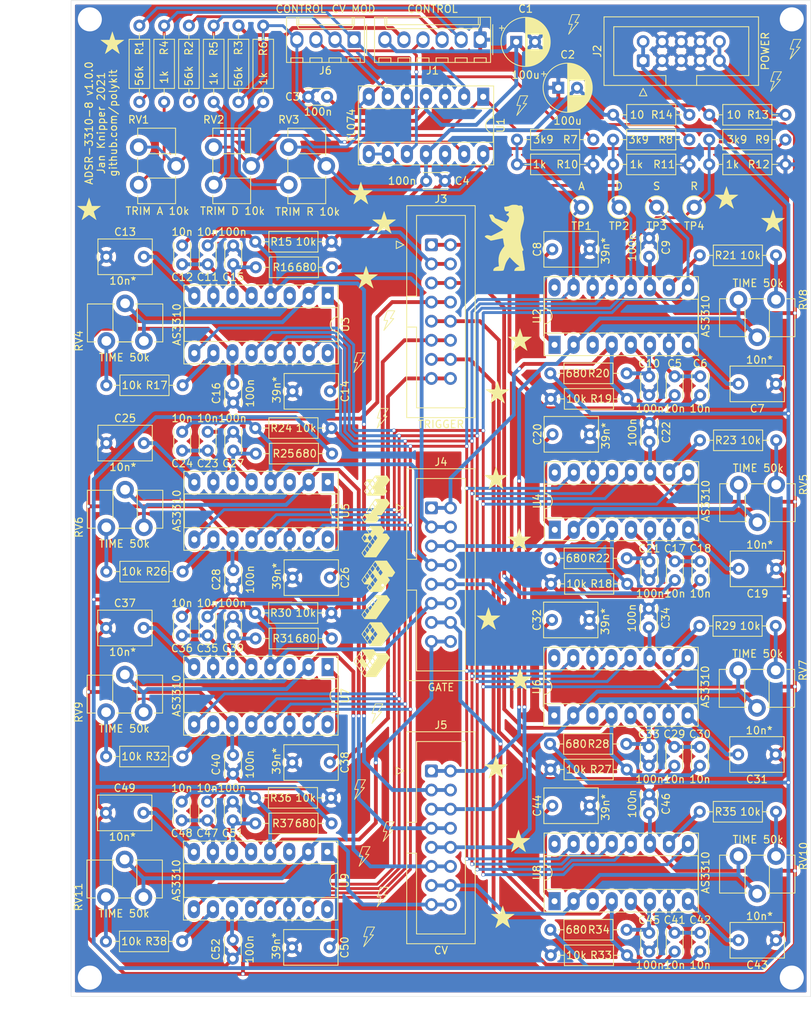
<source format=kicad_pcb>
(kicad_pcb (version 20171130) (host pcbnew 5.1.12-84ad8e8a86~92~ubuntu21.04.1)
  (title_block (title ADSR-3310-8) (date 2021-11-06) (rev v1.0.0) (company "Jan Knipper") (comment 1 github.com/polykit))
  (layers (0 F.Cu signal) (31 B.Cu signal) (34 B.Paste user) (35 F.Paste user) (36 B.SilkS user) (37 F.SilkS user) (38 B.Mask user) (39 F.Mask user) (44 Edge.Cuts user))
  (net 0 "")
  (net 1 GND)
  (net 2 +12V)
  (net 3 -12V)
  (net 4 TRIGGER1)
  (net 5 "Net-(C5-Pad1)")
  (net 6 GATE1)
  (net 7 "Net-(C7-Pad2)")
  (net 8 "Net-(C8-Pad2)")
  (net 9 R_CONTROL)
  (net 10 MOD_S)
  (net 11 D_CONTROL)
  (net 12 A_CONTROL)
  (net 13 "Net-(J2-Pad10)")
  (net 14 "Net-(J2-Pad1)")
  (net 15 GATE8)
  (net 16 GATE7)
  (net 17 GATE6)
  (net 18 GATE5)
  (net 19 GATE4)
  (net 20 GATE3)
  (net 21 GATE2)
  (net 22 CV8)
  (net 23 CV7)
  (net 24 CV6)
  (net 25 CV5)
  (net 26 CV4)
  (net 27 CV3)
  (net 28 CV2)
  (net 29 CV1)
  (net 30 MOD_A)
  (net 31 MOD_D)
  (net 32 MOD_R)
  (net 33 "Net-(R4-Pad1)")
  (net 34 "Net-(R5-Pad1)")
  (net 35 "Net-(R6-Pad1)")
  (net 36 "Net-(R7-Pad2)")
  (net 37 ATTACK)
  (net 38 "Net-(R8-Pad2)")
  (net 39 DECAY)
  (net 40 "Net-(R9-Pad2)")
  (net 41 RELEASE)
  (net 42 /ADSR1/IIN)
  (net 43 "Net-(R21-Pad1)")
  (net 44 SUSTAIN)
  (net 45 "Net-(U2-Pad16)")
  (net 46 "Net-(U2-Pad3)")
  (net 47 "Net-(C10-Pad2)")
  (net 48 "Net-(C11-Pad1)")
  (net 49 "Net-(C13-Pad2)")
  (net 50 "Net-(C14-Pad2)")
  (net 51 "Net-(C15-Pad2)")
  (net 52 "Net-(C17-Pad1)")
  (net 53 "Net-(C19-Pad2)")
  (net 54 "Net-(C20-Pad2)")
  (net 55 "Net-(C21-Pad2)")
  (net 56 "Net-(C23-Pad1)")
  (net 57 "Net-(C25-Pad2)")
  (net 58 "Net-(C26-Pad2)")
  (net 59 "Net-(C27-Pad2)")
  (net 60 "Net-(C29-Pad1)")
  (net 61 "Net-(C31-Pad2)")
  (net 62 "Net-(C32-Pad2)")
  (net 63 "Net-(C33-Pad2)")
  (net 64 "Net-(C35-Pad1)")
  (net 65 "Net-(C37-Pad2)")
  (net 66 "Net-(C38-Pad2)")
  (net 67 "Net-(C39-Pad2)")
  (net 68 "Net-(C41-Pad1)")
  (net 69 "Net-(C43-Pad2)")
  (net 70 "Net-(C44-Pad2)")
  (net 71 "Net-(C45-Pad2)")
  (net 72 "Net-(C47-Pad1)")
  (net 73 "Net-(C49-Pad2)")
  (net 74 "Net-(C50-Pad2)")
  (net 75 "Net-(C51-Pad2)")
  (net 76 /ADSR2/IIN)
  (net 77 "Net-(R17-Pad1)")
  (net 78 /ADSR3/IIN)
  (net 79 "Net-(R23-Pad1)")
  (net 80 /ADSR4/IIN)
  (net 81 "Net-(R26-Pad1)")
  (net 82 /ADSR5/IIN)
  (net 83 "Net-(R29-Pad1)")
  (net 84 /ADSR6/IIN)
  (net 85 "Net-(R32-Pad1)")
  (net 86 /ADSR7/IIN)
  (net 87 "Net-(R35-Pad1)")
  (net 88 /ADSR8/IIN)
  (net 89 "Net-(R38-Pad1)")
  (net 90 "Net-(U3-Pad16)")
  (net 91 "Net-(U3-Pad3)")
  (net 92 "Net-(U4-Pad16)")
  (net 93 "Net-(U4-Pad3)")
  (net 94 "Net-(U5-Pad16)")
  (net 95 "Net-(U5-Pad3)")
  (net 96 "Net-(U6-Pad16)")
  (net 97 "Net-(U6-Pad3)")
  (net 98 "Net-(U7-Pad16)")
  (net 99 "Net-(U7-Pad3)")
  (net 100 "Net-(U8-Pad16)")
  (net 101 "Net-(U8-Pad3)")
  (net 102 "Net-(U9-Pad16)")
  (net 103 "Net-(U9-Pad3)")
  (net 104 TRIGGER2)
  (net 105 TRIGGER3)
  (net 106 TRIGGER4)
  (net 107 TRIGGER5)
  (net 108 TRIGGER6)
  (net 109 TRIGGER7)
  (net 110 TRIGGER8)
  (module Polykit:blitz-silk-supertiny (layer F.Cu) (at 101.7 187.1)
    (fp_text reference G*** hide)
    (fp_text value LOGO hide)
  )
  (module Polykit:blitz-silk-supertiny (layer F.Cu) (at 103.5 181.8)
    (fp_text reference G*** hide)
    (fp_text value LOGO hide)
  )
  (module Polykit:blitz-silk-supertiny (layer F.Cu) (at 101.1 176.4)
    (fp_text reference G*** hide)
    (fp_text value LOGO hide)
  )
  (module Polykit:blitz-silk-supertiny (layer F.Cu) (at 104.3 173.1)
    (fp_text reference G*** hide)
    (fp_text value LOGO hide)
  )
  (module Polykit:blitz-silk-supertiny (layer F.Cu) (at 100.5 167.5)
    (fp_text reference G*** hide)
    (fp_text value LOGO hide)
  )
  (module Polykit:blitz-silk-supertiny (layer F.Cu) (at 102.8 157.4)
    (fp_text reference G*** hide)
    (fp_text value LOGO hide)
  )
  (module Polykit:blitz-silk-supertiny (layer F.Cu) (at 122.1 76.5)
    (fp_text reference G*** hide)
    (fp_text value LOGO hide)
  )
  (module Polykit:blitz-silk-supertiny (layer F.Cu) (at 155.9 73.3)
    (fp_text reference G*** hide)
    (fp_text value LOGO hide)
  )
  (module Polykit:blitz-silk-supertiny (layer F.Cu) (at 158.5 69)
    (fp_text reference G*** hide)
    (fp_text value LOGO hide)
  )
  (module Polykit:blitz-silk-supertiny (layer F.Cu) (at 129 65.7)
    (fp_text reference G*** hide)
    (fp_text value LOGO hide)
  )
  (module Polykit:blitz-silk-supertiny (layer F.Cu) (at 103.5 118.1)
    (fp_text reference G*** hide)
    (fp_text value LOGO hide)
  )
  (module Polykit:blitz-silk-supertiny (layer F.Cu) (at 100.4 110.7)
    (fp_text reference G*** hide)
    (fp_text value LOGO hide)
  )
  (module Polykit:blitz-silk-supertiny (layer F.Cu) (at 104.4 105.1)
    (fp_text reference G*** hide)
    (fp_text value LOGO hide)
  )
  (module Polykit:star-silk-tiny (layer F.Cu) (at 119.5 184.4)
    (fp_text reference G*** hide)
    (fp_text value LOGO hide)
  )
  (module Polykit:star-silk-tiny (layer F.Cu) (at 121.6 174.3)
    (fp_text reference G*** hide)
    (fp_text value LOGO hide)
  )
  (module Polykit:star-silk-tiny (layer F.Cu) (at 118.6 164.5)
    (fp_text reference G*** hide)
    (fp_text value LOGO hide)
  )
  (module Polykit:star-silk-tiny (layer F.Cu) (at 121.8 152.8)
    (fp_text reference G*** hide)
    (fp_text value LOGO hide)
  )
  (module Polykit:star-silk-tiny (layer F.Cu) (at 117.6 144.7)
    (fp_text reference G*** hide)
    (fp_text value LOGO hide)
  )
  (module Polykit:star-silk-tiny (layer F.Cu) (at 121.7 134.2)
    (fp_text reference G*** hide)
    (fp_text value LOGO hide)
  )
  (module Polykit:star-silk-tiny (layer F.Cu) (at 118.6 126)
    (fp_text reference G*** hide)
    (fp_text value LOGO hide)
  )
  (module Polykit:star-silk-tiny (layer F.Cu) (at 118.8 114.6)
    (fp_text reference G*** hide)
    (fp_text value LOGO hide)
  )
  (module Polykit:star-silk-tiny (layer F.Cu) (at 121.8 107.6)
    (fp_text reference G*** hide)
    (fp_text value LOGO hide)
  )
  (module Polykit:star-silk-tiny (layer F.Cu) (at 67.5 68.1)
    (fp_text reference G*** hide)
    (fp_text value LOGO hide)
  )
  (module Polykit:star-silk-tiny (layer F.Cu) (at 64.4 90.2)
    (fp_text reference G*** hide)
    (fp_text value LOGO hide)
  )
  (module Polykit:star-silk-tiny (layer F.Cu) (at 155.5 91.8)
    (fp_text reference G*** hide)
    (fp_text value LOGO hide)
  )
  (module Polykit:star-silk-tiny (layer F.Cu) (at 149.3 88.7)
    (fp_text reference G*** hide)
    (fp_text value LOGO hide)
  )
  (module Polykit:star-silk-tiny (layer F.Cu) (at 101.3 99.3)
    (fp_text reference G*** hide)
    (fp_text value LOGO hide)
  )
  (module Polykit:star-silk-tiny (layer F.Cu) (at 103.7 92)
    (fp_text reference G*** hide)
    (fp_text value LOGO hide)
  )
  (module Polykit:star-silk-tiny (layer F.Cu) (at 100.6 88.1)
    (fp_text reference G*** hide)
    (fp_text value LOGO hide)
  )
  (module Polykit:logo-silk-2.5cm (layer F.Cu) (at 102.4 139.1 90)
    (fp_text reference G*** hide)
    (fp_text value LOGO hide)
  )
  (module Polykit:bär-small (layer F.Cu) (at 119.9 94.1)
    (fp_text reference G*** hide)
    (fp_text value LOGO hide)
  )
  (module Package_DIP:DIP-16_W7.62mm_Socket_LongPads (layer F.Cu) (at 96.14 175.78 270)
    (fp_text reference U9 (at 3.81 -2.33 90) (layer F.SilkS))
    (fp_text value AS3310 (at 3.81 20.11 90) (layer F.SilkS))
    (pad 16 thru_hole oval (at 7.62 0 270) (size 2.4 1.6) (drill 0.8) (layers *.Cu *.Mask) (net 102 "Net-(U9-Pad16)"))
    (pad 8 thru_hole oval (at 0 17.78 270) (size 2.4 1.6) (drill 0.8) (layers *.Cu *.Mask) (net 73 "Net-(C49-Pad2)"))
    (pad 15 thru_hole oval (at 7.62 2.54 270) (size 2.4 1.6) (drill 0.8) (layers *.Cu *.Mask) (net 37 ATTACK))
    (pad 7 thru_hole oval (at 0 15.24 270) (size 2.4 1.6) (drill 0.8) (layers *.Cu *.Mask) (net 1 GND))
    (pad 14 thru_hole oval (at 7.62 5.08 270) (size 2.4 1.6) (drill 0.8) (layers *.Cu *.Mask) (net 1 GND))
    (pad 6 thru_hole oval (at 0 12.7 270) (size 2.4 1.6) (drill 0.8) (layers *.Cu *.Mask) (net 75 "Net-(C51-Pad2)"))
    (pad 13 thru_hole oval (at 7.62 7.62 270) (size 2.4 1.6) (drill 0.8) (layers *.Cu *.Mask) (net 41 RELEASE))
    (pad 5 thru_hole oval (at 0 10.16 270) (size 2.4 1.6) (drill 0.8) (layers *.Cu *.Mask) (net 72 "Net-(C47-Pad1)"))
    (pad 12 thru_hole oval (at 7.62 10.16 270) (size 2.4 1.6) (drill 0.8) (layers *.Cu *.Mask) (net 39 DECAY))
    (pad 4 thru_hole oval (at 0 7.62 270) (size 2.4 1.6) (drill 0.8) (layers *.Cu *.Mask) (net 15 GATE8))
    (pad 11 thru_hole oval (at 7.62 12.7 270) (size 2.4 1.6) (drill 0.8) (layers *.Cu *.Mask) (net 2 +12V))
    (pad 3 thru_hole oval (at 0 5.08 270) (size 2.4 1.6) (drill 0.8) (layers *.Cu *.Mask) (net 103 "Net-(U9-Pad3)"))
    (pad 10 thru_hole oval (at 7.62 15.24 270) (size 2.4 1.6) (drill 0.8) (layers *.Cu *.Mask) (net 88 /ADSR8/IIN))
    (pad 2 thru_hole oval (at 0 2.54 270) (size 2.4 1.6) (drill 0.8) (layers *.Cu *.Mask) (net 22 CV8))
    (pad 9 thru_hole oval (at 7.62 17.78 270) (size 2.4 1.6) (drill 0.8) (layers *.Cu *.Mask) (net 44 SUSTAIN))
    (pad 1 thru_hole rect (at 0 0 270) (size 2.4 1.6) (drill 0.8) (layers *.Cu *.Mask) (net 74 "Net-(C50-Pad2)"))
  )
  (module Package_DIP:DIP-16_W7.62mm_Socket_LongPads (layer F.Cu) (at 126.4 182.33 90)
    (fp_text reference U8 (at 3.81 -2.33 90) (layer F.SilkS))
    (fp_text value AS3310 (at 3.81 20.11 90) (layer F.SilkS))
    (pad 16 thru_hole oval (at 7.62 0 90) (size 2.4 1.6) (drill 0.8) (layers *.Cu *.Mask) (net 100 "Net-(U8-Pad16)"))
    (pad 8 thru_hole oval (at 0 17.78 90) (size 2.4 1.6) (drill 0.8) (layers *.Cu *.Mask) (net 69 "Net-(C43-Pad2)"))
    (pad 15 thru_hole oval (at 7.62 2.54 90) (size 2.4 1.6) (drill 0.8) (layers *.Cu *.Mask) (net 37 ATTACK))
    (pad 7 thru_hole oval (at 0 15.24 90) (size 2.4 1.6) (drill 0.8) (layers *.Cu *.Mask) (net 1 GND))
    (pad 14 thru_hole oval (at 7.62 5.08 90) (size 2.4 1.6) (drill 0.8) (layers *.Cu *.Mask) (net 1 GND))
    (pad 6 thru_hole oval (at 0 12.7 90) (size 2.4 1.6) (drill 0.8) (layers *.Cu *.Mask) (net 71 "Net-(C45-Pad2)"))
    (pad 13 thru_hole oval (at 7.62 7.62 90) (size 2.4 1.6) (drill 0.8) (layers *.Cu *.Mask) (net 41 RELEASE))
    (pad 5 thru_hole oval (at 0 10.16 90) (size 2.4 1.6) (drill 0.8) (layers *.Cu *.Mask) (net 68 "Net-(C41-Pad1)"))
    (pad 12 thru_hole oval (at 7.62 10.16 90) (size 2.4 1.6) (drill 0.8) (layers *.Cu *.Mask) (net 39 DECAY))
    (pad 4 thru_hole oval (at 0 7.62 90) (size 2.4 1.6) (drill 0.8) (layers *.Cu *.Mask) (net 16 GATE7))
    (pad 11 thru_hole oval (at 7.62 12.7 90) (size 2.4 1.6) (drill 0.8) (layers *.Cu *.Mask) (net 2 +12V))
    (pad 3 thru_hole oval (at 0 5.08 90) (size 2.4 1.6) (drill 0.8) (layers *.Cu *.Mask) (net 101 "Net-(U8-Pad3)"))
    (pad 10 thru_hole oval (at 7.62 15.24 90) (size 2.4 1.6) (drill 0.8) (layers *.Cu *.Mask) (net 86 /ADSR7/IIN))
    (pad 2 thru_hole oval (at 0 2.54 90) (size 2.4 1.6) (drill 0.8) (layers *.Cu *.Mask) (net 23 CV7))
    (pad 9 thru_hole oval (at 7.62 17.78 90) (size 2.4 1.6) (drill 0.8) (layers *.Cu *.Mask) (net 44 SUSTAIN))
    (pad 1 thru_hole rect (at 0 0 90) (size 2.4 1.6) (drill 0.8) (layers *.Cu *.Mask) (net 70 "Net-(C44-Pad2)"))
  )
  (module Package_DIP:DIP-16_W7.62mm_Socket_LongPads (layer F.Cu) (at 96.17 151.18 270)
    (fp_text reference U7 (at 3.81 -2.33 90) (layer F.SilkS))
    (fp_text value AS3310 (at 3.81 20.11 90) (layer F.SilkS))
    (pad 16 thru_hole oval (at 7.62 0 270) (size 2.4 1.6) (drill 0.8) (layers *.Cu *.Mask) (net 98 "Net-(U7-Pad16)"))
    (pad 8 thru_hole oval (at 0 17.78 270) (size 2.4 1.6) (drill 0.8) (layers *.Cu *.Mask) (net 65 "Net-(C37-Pad2)"))
    (pad 15 thru_hole oval (at 7.62 2.54 270) (size 2.4 1.6) (drill 0.8) (layers *.Cu *.Mask) (net 37 ATTACK))
    (pad 7 thru_hole oval (at 0 15.24 270) (size 2.4 1.6) (drill 0.8) (layers *.Cu *.Mask) (net 1 GND))
    (pad 14 thru_hole oval (at 7.62 5.08 270) (size 2.4 1.6) (drill 0.8) (layers *.Cu *.Mask) (net 1 GND))
    (pad 6 thru_hole oval (at 0 12.7 270) (size 2.4 1.6) (drill 0.8) (layers *.Cu *.Mask) (net 67 "Net-(C39-Pad2)"))
    (pad 13 thru_hole oval (at 7.62 7.62 270) (size 2.4 1.6) (drill 0.8) (layers *.Cu *.Mask) (net 41 RELEASE))
    (pad 5 thru_hole oval (at 0 10.16 270) (size 2.4 1.6) (drill 0.8) (layers *.Cu *.Mask) (net 64 "Net-(C35-Pad1)"))
    (pad 12 thru_hole oval (at 7.62 10.16 270) (size 2.4 1.6) (drill 0.8) (layers *.Cu *.Mask) (net 39 DECAY))
    (pad 4 thru_hole oval (at 0 7.62 270) (size 2.4 1.6) (drill 0.8) (layers *.Cu *.Mask) (net 17 GATE6))
    (pad 11 thru_hole oval (at 7.62 12.7 270) (size 2.4 1.6) (drill 0.8) (layers *.Cu *.Mask) (net 2 +12V))
    (pad 3 thru_hole oval (at 0 5.08 270) (size 2.4 1.6) (drill 0.8) (layers *.Cu *.Mask) (net 99 "Net-(U7-Pad3)"))
    (pad 10 thru_hole oval (at 7.62 15.24 270) (size 2.4 1.6) (drill 0.8) (layers *.Cu *.Mask) (net 84 /ADSR6/IIN))
    (pad 2 thru_hole oval (at 0 2.54 270) (size 2.4 1.6) (drill 0.8) (layers *.Cu *.Mask) (net 24 CV6))
    (pad 9 thru_hole oval (at 7.62 17.78 270) (size 2.4 1.6) (drill 0.8) (layers *.Cu *.Mask) (net 44 SUSTAIN))
    (pad 1 thru_hole rect (at 0 0 270) (size 2.4 1.6) (drill 0.8) (layers *.Cu *.Mask) (net 66 "Net-(C38-Pad2)"))
  )
  (module Package_DIP:DIP-16_W7.62mm_Socket_LongPads (layer F.Cu) (at 126.36 157.61 90)
    (fp_text reference U6 (at 3.81 -2.33 90) (layer F.SilkS))
    (fp_text value AS3310 (at 3.81 20.11 90) (layer F.SilkS))
    (pad 16 thru_hole oval (at 7.62 0 90) (size 2.4 1.6) (drill 0.8) (layers *.Cu *.Mask) (net 96 "Net-(U6-Pad16)"))
    (pad 8 thru_hole oval (at 0 17.78 90) (size 2.4 1.6) (drill 0.8) (layers *.Cu *.Mask) (net 61 "Net-(C31-Pad2)"))
    (pad 15 thru_hole oval (at 7.62 2.54 90) (size 2.4 1.6) (drill 0.8) (layers *.Cu *.Mask) (net 37 ATTACK))
    (pad 7 thru_hole oval (at 0 15.24 90) (size 2.4 1.6) (drill 0.8) (layers *.Cu *.Mask) (net 1 GND))
    (pad 14 thru_hole oval (at 7.62 5.08 90) (size 2.4 1.6) (drill 0.8) (layers *.Cu *.Mask) (net 1 GND))
    (pad 6 thru_hole oval (at 0 12.7 90) (size 2.4 1.6) (drill 0.8) (layers *.Cu *.Mask) (net 63 "Net-(C33-Pad2)"))
    (pad 13 thru_hole oval (at 7.62 7.62 90) (size 2.4 1.6) (drill 0.8) (layers *.Cu *.Mask) (net 41 RELEASE))
    (pad 5 thru_hole oval (at 0 10.16 90) (size 2.4 1.6) (drill 0.8) (layers *.Cu *.Mask) (net 60 "Net-(C29-Pad1)"))
    (pad 12 thru_hole oval (at 7.62 10.16 90) (size 2.4 1.6) (drill 0.8) (layers *.Cu *.Mask) (net 39 DECAY))
    (pad 4 thru_hole oval (at 0 7.62 90) (size 2.4 1.6) (drill 0.8) (layers *.Cu *.Mask) (net 18 GATE5))
    (pad 11 thru_hole oval (at 7.62 12.7 90) (size 2.4 1.6) (drill 0.8) (layers *.Cu *.Mask) (net 2 +12V))
    (pad 3 thru_hole oval (at 0 5.08 90) (size 2.4 1.6) (drill 0.8) (layers *.Cu *.Mask) (net 97 "Net-(U6-Pad3)"))
    (pad 10 thru_hole oval (at 7.62 15.24 90) (size 2.4 1.6) (drill 0.8) (layers *.Cu *.Mask) (net 82 /ADSR5/IIN))
    (pad 2 thru_hole oval (at 0 2.54 90) (size 2.4 1.6) (drill 0.8) (layers *.Cu *.Mask) (net 25 CV5))
    (pad 9 thru_hole oval (at 7.62 17.78 90) (size 2.4 1.6) (drill 0.8) (layers *.Cu *.Mask) (net 44 SUSTAIN))
    (pad 1 thru_hole rect (at 0 0 90) (size 2.4 1.6) (drill 0.8) (layers *.Cu *.Mask) (net 62 "Net-(C32-Pad2)"))
  )
  (module Package_DIP:DIP-16_W7.62mm_Socket_LongPads (layer F.Cu) (at 96.2 126.58 270)
    (fp_text reference U5 (at 3.81 -2.33 90) (layer F.SilkS))
    (fp_text value AS3310 (at 3.81 20.11 90) (layer F.SilkS))
    (pad 16 thru_hole oval (at 7.62 0 270) (size 2.4 1.6) (drill 0.8) (layers *.Cu *.Mask) (net 94 "Net-(U5-Pad16)"))
    (pad 8 thru_hole oval (at 0 17.78 270) (size 2.4 1.6) (drill 0.8) (layers *.Cu *.Mask) (net 57 "Net-(C25-Pad2)"))
    (pad 15 thru_hole oval (at 7.62 2.54 270) (size 2.4 1.6) (drill 0.8) (layers *.Cu *.Mask) (net 37 ATTACK))
    (pad 7 thru_hole oval (at 0 15.24 270) (size 2.4 1.6) (drill 0.8) (layers *.Cu *.Mask) (net 1 GND))
    (pad 14 thru_hole oval (at 7.62 5.08 270) (size 2.4 1.6) (drill 0.8) (layers *.Cu *.Mask) (net 1 GND))
    (pad 6 thru_hole oval (at 0 12.7 270) (size 2.4 1.6) (drill 0.8) (layers *.Cu *.Mask) (net 59 "Net-(C27-Pad2)"))
    (pad 13 thru_hole oval (at 7.62 7.62 270) (size 2.4 1.6) (drill 0.8) (layers *.Cu *.Mask) (net 41 RELEASE))
    (pad 5 thru_hole oval (at 0 10.16 270) (size 2.4 1.6) (drill 0.8) (layers *.Cu *.Mask) (net 56 "Net-(C23-Pad1)"))
    (pad 12 thru_hole oval (at 7.62 10.16 270) (size 2.4 1.6) (drill 0.8) (layers *.Cu *.Mask) (net 39 DECAY))
    (pad 4 thru_hole oval (at 0 7.62 270) (size 2.4 1.6) (drill 0.8) (layers *.Cu *.Mask) (net 19 GATE4))
    (pad 11 thru_hole oval (at 7.62 12.7 270) (size 2.4 1.6) (drill 0.8) (layers *.Cu *.Mask) (net 2 +12V))
    (pad 3 thru_hole oval (at 0 5.08 270) (size 2.4 1.6) (drill 0.8) (layers *.Cu *.Mask) (net 95 "Net-(U5-Pad3)"))
    (pad 10 thru_hole oval (at 7.62 15.24 270) (size 2.4 1.6) (drill 0.8) (layers *.Cu *.Mask) (net 80 /ADSR4/IIN))
    (pad 2 thru_hole oval (at 0 2.54 270) (size 2.4 1.6) (drill 0.8) (layers *.Cu *.Mask) (net 26 CV4))
    (pad 9 thru_hole oval (at 7.62 17.78 270) (size 2.4 1.6) (drill 0.8) (layers *.Cu *.Mask) (net 44 SUSTAIN))
    (pad 1 thru_hole rect (at 0 0 270) (size 2.4 1.6) (drill 0.8) (layers *.Cu *.Mask) (net 58 "Net-(C26-Pad2)"))
  )
  (module Package_DIP:DIP-16_W7.62mm_Socket_LongPads (layer F.Cu) (at 126.43 132.91 90)
    (fp_text reference U4 (at 3.81 -2.330001 90) (layer F.SilkS))
    (fp_text value AS3310 (at 3.81 20.11 90) (layer F.SilkS))
    (pad 16 thru_hole oval (at 7.62 0 90) (size 2.4 1.6) (drill 0.8) (layers *.Cu *.Mask) (net 92 "Net-(U4-Pad16)"))
    (pad 8 thru_hole oval (at 0 17.78 90) (size 2.4 1.6) (drill 0.8) (layers *.Cu *.Mask) (net 53 "Net-(C19-Pad2)"))
    (pad 15 thru_hole oval (at 7.62 2.54 90) (size 2.4 1.6) (drill 0.8) (layers *.Cu *.Mask) (net 37 ATTACK))
    (pad 7 thru_hole oval (at 0 15.24 90) (size 2.4 1.6) (drill 0.8) (layers *.Cu *.Mask) (net 1 GND))
    (pad 14 thru_hole oval (at 7.62 5.08 90) (size 2.4 1.6) (drill 0.8) (layers *.Cu *.Mask) (net 1 GND))
    (pad 6 thru_hole oval (at 0 12.7 90) (size 2.4 1.6) (drill 0.8) (layers *.Cu *.Mask) (net 55 "Net-(C21-Pad2)"))
    (pad 13 thru_hole oval (at 7.62 7.62 90) (size 2.4 1.6) (drill 0.8) (layers *.Cu *.Mask) (net 41 RELEASE))
    (pad 5 thru_hole oval (at 0 10.16 90) (size 2.4 1.6) (drill 0.8) (layers *.Cu *.Mask) (net 52 "Net-(C17-Pad1)"))
    (pad 12 thru_hole oval (at 7.62 10.16 90) (size 2.4 1.6) (drill 0.8) (layers *.Cu *.Mask) (net 39 DECAY))
    (pad 4 thru_hole oval (at 0 7.62 90) (size 2.4 1.6) (drill 0.8) (layers *.Cu *.Mask) (net 20 GATE3))
    (pad 11 thru_hole oval (at 7.62 12.7 90) (size 2.4 1.6) (drill 0.8) (layers *.Cu *.Mask) (net 2 +12V))
    (pad 3 thru_hole oval (at 0 5.08 90) (size 2.4 1.6) (drill 0.8) (layers *.Cu *.Mask) (net 93 "Net-(U4-Pad3)"))
    (pad 10 thru_hole oval (at 7.62 15.24 90) (size 2.4 1.6) (drill 0.8) (layers *.Cu *.Mask) (net 78 /ADSR3/IIN))
    (pad 2 thru_hole oval (at 0 2.54 90) (size 2.4 1.6) (drill 0.8) (layers *.Cu *.Mask) (net 27 CV3))
    (pad 9 thru_hole oval (at 7.62 17.78 90) (size 2.4 1.6) (drill 0.8) (layers *.Cu *.Mask) (net 44 SUSTAIN))
    (pad 1 thru_hole rect (at 0 0 90) (size 2.4 1.6) (drill 0.8) (layers *.Cu *.Mask) (net 54 "Net-(C20-Pad2)"))
  )
  (module Package_DIP:DIP-16_W7.62mm_Socket_LongPads (layer F.Cu) (at 96.2 101.79 270)
    (fp_text reference U3 (at 3.81 -2.33 90) (layer F.SilkS))
    (fp_text value AS3310 (at 3.81 20.11 90) (layer F.SilkS))
    (pad 16 thru_hole oval (at 7.62 0 270) (size 2.4 1.6) (drill 0.8) (layers *.Cu *.Mask) (net 90 "Net-(U3-Pad16)"))
    (pad 8 thru_hole oval (at 0 17.78 270) (size 2.4 1.6) (drill 0.8) (layers *.Cu *.Mask) (net 49 "Net-(C13-Pad2)"))
    (pad 15 thru_hole oval (at 7.62 2.54 270) (size 2.4 1.6) (drill 0.8) (layers *.Cu *.Mask) (net 37 ATTACK))
    (pad 7 thru_hole oval (at 0 15.24 270) (size 2.4 1.6) (drill 0.8) (layers *.Cu *.Mask) (net 1 GND))
    (pad 14 thru_hole oval (at 7.62 5.08 270) (size 2.4 1.6) (drill 0.8) (layers *.Cu *.Mask) (net 1 GND))
    (pad 6 thru_hole oval (at 0 12.7 270) (size 2.4 1.6) (drill 0.8) (layers *.Cu *.Mask) (net 51 "Net-(C15-Pad2)"))
    (pad 13 thru_hole oval (at 7.62 7.62 270) (size 2.4 1.6) (drill 0.8) (layers *.Cu *.Mask) (net 41 RELEASE))
    (pad 5 thru_hole oval (at 0 10.16 270) (size 2.4 1.6) (drill 0.8) (layers *.Cu *.Mask) (net 48 "Net-(C11-Pad1)"))
    (pad 12 thru_hole oval (at 7.62 10.16 270) (size 2.4 1.6) (drill 0.8) (layers *.Cu *.Mask) (net 39 DECAY))
    (pad 4 thru_hole oval (at 0 7.62 270) (size 2.4 1.6) (drill 0.8) (layers *.Cu *.Mask) (net 21 GATE2))
    (pad 11 thru_hole oval (at 7.62 12.7 270) (size 2.4 1.6) (drill 0.8) (layers *.Cu *.Mask) (net 2 +12V))
    (pad 3 thru_hole oval (at 0 5.08 270) (size 2.4 1.6) (drill 0.8) (layers *.Cu *.Mask) (net 91 "Net-(U3-Pad3)"))
    (pad 10 thru_hole oval (at 7.62 15.24 270) (size 2.4 1.6) (drill 0.8) (layers *.Cu *.Mask) (net 76 /ADSR2/IIN))
    (pad 2 thru_hole oval (at 0 2.54 270) (size 2.4 1.6) (drill 0.8) (layers *.Cu *.Mask) (net 28 CV2))
    (pad 9 thru_hole oval (at 7.62 17.78 270) (size 2.4 1.6) (drill 0.8) (layers *.Cu *.Mask) (net 44 SUSTAIN))
    (pad 1 thru_hole rect (at 0 0 270) (size 2.4 1.6) (drill 0.8) (layers *.Cu *.Mask) (net 50 "Net-(C14-Pad2)"))
  )
  (module Potentiometer_THT:Potentiometer_ACP_CA9-H5_Horizontal (layer F.Cu) (at 66.64 181.78 90)
    (fp_text reference RV11 (at 0 -3.65 90) (layer F.SilkS))
    (fp_text value "TIME 50k" (at -2.2 2.4) (layer F.SilkS))
    (pad 1 thru_hole circle (at 0 0 90) (size 2.34 2.34) (drill 1.3) (layers *.Cu *.Mask) (net 89 "Net-(R38-Pad1)"))
    (pad 2 thru_hole circle (at 5 2.5 90) (size 2.34 2.34) (drill 1.3) (layers *.Cu *.Mask) (net 22 CV8))
    (pad 3 thru_hole circle (at 0 5 90) (size 2.34 2.34) (drill 1.3) (layers *.Cu *.Mask) (net 22 CV8))
  )
  (module Potentiometer_THT:Potentiometer_ACP_CA9-H5_Horizontal (layer F.Cu) (at 155.9 176.33 270)
    (fp_text reference RV10 (at 0 -3.65 90) (layer F.SilkS))
    (fp_text value "TIME 50k" (at -2.2 2.4) (layer F.SilkS))
    (pad 1 thru_hole circle (at 0 0 270) (size 2.34 2.34) (drill 1.3) (layers *.Cu *.Mask) (net 87 "Net-(R35-Pad1)"))
    (pad 2 thru_hole circle (at 5 2.5 270) (size 2.34 2.34) (drill 1.3) (layers *.Cu *.Mask) (net 23 CV7))
    (pad 3 thru_hole circle (at 0 5 270) (size 2.34 2.34) (drill 1.3) (layers *.Cu *.Mask) (net 23 CV7))
  )
  (module Potentiometer_THT:Potentiometer_ACP_CA9-H5_Horizontal (layer F.Cu) (at 66.67 157.18 90)
    (fp_text reference RV9 (at 0 -3.65 90) (layer F.SilkS))
    (fp_text value "TIME 50k" (at -2.2 2.4) (layer F.SilkS))
    (pad 1 thru_hole circle (at 0 0 90) (size 2.34 2.34) (drill 1.3) (layers *.Cu *.Mask) (net 85 "Net-(R32-Pad1)"))
    (pad 2 thru_hole circle (at 5 2.5 90) (size 2.34 2.34) (drill 1.3) (layers *.Cu *.Mask) (net 24 CV6))
    (pad 3 thru_hole circle (at 0 5 90) (size 2.34 2.34) (drill 1.3) (layers *.Cu *.Mask) (net 24 CV6))
  )
  (module Potentiometer_THT:Potentiometer_ACP_CA9-H5_Horizontal (layer F.Cu) (at 155.86 151.61 270)
    (fp_text reference RV7 (at 0 -3.65 90) (layer F.SilkS))
    (fp_text value "TIME 50k" (at -2.2 2.4) (layer F.SilkS))
    (pad 1 thru_hole circle (at 0 0 270) (size 2.34 2.34) (drill 1.3) (layers *.Cu *.Mask) (net 83 "Net-(R29-Pad1)"))
    (pad 2 thru_hole circle (at 5 2.5 270) (size 2.34 2.34) (drill 1.3) (layers *.Cu *.Mask) (net 25 CV5))
    (pad 3 thru_hole circle (at 0 5 270) (size 2.34 2.34) (drill 1.3) (layers *.Cu *.Mask) (net 25 CV5))
  )
  (module Potentiometer_THT:Potentiometer_ACP_CA9-H5_Horizontal (layer F.Cu) (at 66.7 132.580001 90)
    (fp_text reference RV6 (at 0 -3.65 90) (layer F.SilkS))
    (fp_text value "TIME 50k" (at -2.2 2.4) (layer F.SilkS))
    (pad 1 thru_hole circle (at 0 0 90) (size 2.34 2.34) (drill 1.3) (layers *.Cu *.Mask) (net 81 "Net-(R26-Pad1)"))
    (pad 2 thru_hole circle (at 5 2.5 90) (size 2.34 2.34) (drill 1.3) (layers *.Cu *.Mask) (net 26 CV4))
    (pad 3 thru_hole circle (at 0 5 90) (size 2.34 2.34) (drill 1.3) (layers *.Cu *.Mask) (net 26 CV4))
  )
  (module Potentiometer_THT:Potentiometer_ACP_CA9-H5_Horizontal (layer F.Cu) (at 155.93 126.91 270)
    (fp_text reference RV5 (at 0 -3.65 90) (layer F.SilkS))
    (fp_text value "TIME 50k" (at -2.2 2.4) (layer F.SilkS))
    (pad 1 thru_hole circle (at 0 0 270) (size 2.34 2.34) (drill 1.3) (layers *.Cu *.Mask) (net 79 "Net-(R23-Pad1)"))
    (pad 2 thru_hole circle (at 5 2.5 270) (size 2.34 2.34) (drill 1.3) (layers *.Cu *.Mask) (net 27 CV3))
    (pad 3 thru_hole circle (at 0 5 270) (size 2.34 2.34) (drill 1.3) (layers *.Cu *.Mask) (net 27 CV3))
  )
  (module Potentiometer_THT:Potentiometer_ACP_CA9-H5_Horizontal (layer F.Cu) (at 66.7 107.79 90)
    (fp_text reference RV4 (at 0 -3.65 90) (layer F.SilkS))
    (fp_text value "TIME 50k" (at -2.2 2.4) (layer F.SilkS))
    (pad 1 thru_hole circle (at 0 0 90) (size 2.34 2.34) (drill 1.3) (layers *.Cu *.Mask) (net 77 "Net-(R17-Pad1)"))
    (pad 2 thru_hole circle (at 5 2.5 90) (size 2.34 2.34) (drill 1.3) (layers *.Cu *.Mask) (net 28 CV2))
    (pad 3 thru_hole circle (at 0 5 90) (size 2.34 2.34) (drill 1.3) (layers *.Cu *.Mask) (net 28 CV2))
  )
  (module Resistor_THT:R_Axial_DIN0207_L6.3mm_D2.5mm_P10.16mm_Horizontal (layer F.Cu) (at 66.64 187.68)
    (fp_text reference R38 (at 6.7 0 180) (layer F.SilkS))
    (fp_text value 10k (at 3.4 0 180) (layer F.SilkS))
    (pad 2 thru_hole oval (at 10.16 0) (size 1.6 1.6) (drill 0.8) (layers *.Cu *.Mask) (net 88 /ADSR8/IIN))
    (pad 1 thru_hole circle (at 0 0) (size 1.6 1.6) (drill 0.8) (layers *.Cu *.Mask) (net 89 "Net-(R38-Pad1)"))
  )
  (module Resistor_THT:R_Axial_DIN0207_L6.3mm_D2.5mm_P10.16mm_Horizontal (layer F.Cu) (at 86.54 171.98)
    (fp_text reference R37 (at 3.7 0 180) (layer F.SilkS))
    (fp_text value 680 (at 6.7 0 180) (layer F.SilkS))
    (pad 2 thru_hole oval (at 10.16 0) (size 1.6 1.6) (drill 0.8) (layers *.Cu *.Mask) (net 3 -12V))
    (pad 1 thru_hole circle (at 0 0) (size 1.6 1.6) (drill 0.8) (layers *.Cu *.Mask) (net 75 "Net-(C51-Pad2)"))
  )
  (module Resistor_THT:R_Axial_DIN0207_L6.3mm_D2.5mm_P10.16mm_Horizontal (layer F.Cu) (at 96.64 168.58 180)
    (fp_text reference R36 (at 6.7 0 180) (layer F.SilkS))
    (fp_text value 10k (at 3.4 0 180) (layer F.SilkS))
    (pad 2 thru_hole oval (at 10.16 0 180) (size 1.6 1.6) (drill 0.8) (layers *.Cu *.Mask) (net 15 GATE8))
    (pad 1 thru_hole circle (at 0 0 180) (size 1.6 1.6) (drill 0.8) (layers *.Cu *.Mask) (net 1 GND))
  )
  (module Resistor_THT:R_Axial_DIN0207_L6.3mm_D2.5mm_P10.16mm_Horizontal (layer F.Cu) (at 155.9 170.43 180)
    (fp_text reference R35 (at 6.7 0 180) (layer F.SilkS))
    (fp_text value 10k (at 3.4 0 180) (layer F.SilkS))
    (pad 2 thru_hole oval (at 10.16 0 180) (size 1.6 1.6) (drill 0.8) (layers *.Cu *.Mask) (net 86 /ADSR7/IIN))
    (pad 1 thru_hole circle (at 0 0 180) (size 1.6 1.6) (drill 0.8) (layers *.Cu *.Mask) (net 87 "Net-(R35-Pad1)"))
  )
  (module Resistor_THT:R_Axial_DIN0207_L6.3mm_D2.5mm_P10.16mm_Horizontal (layer F.Cu) (at 136 186.13 180)
    (fp_text reference R34 (at 3.7 0 180) (layer F.SilkS))
    (fp_text value 680 (at 6.7 0 180) (layer F.SilkS))
    (pad 2 thru_hole oval (at 10.16 0 180) (size 1.6 1.6) (drill 0.8) (layers *.Cu *.Mask) (net 3 -12V))
    (pad 1 thru_hole circle (at 0 0 180) (size 1.6 1.6) (drill 0.8) (layers *.Cu *.Mask) (net 71 "Net-(C45-Pad2)"))
  )
  (module Resistor_THT:R_Axial_DIN0207_L6.3mm_D2.5mm_P10.16mm_Horizontal (layer F.Cu) (at 125.9 189.53)
    (fp_text reference R33 (at 6.7 0 180) (layer F.SilkS))
    (fp_text value 10k (at 3.4 0 180) (layer F.SilkS))
    (pad 2 thru_hole oval (at 10.16 0) (size 1.6 1.6) (drill 0.8) (layers *.Cu *.Mask) (net 16 GATE7))
    (pad 1 thru_hole circle (at 0 0) (size 1.6 1.6) (drill 0.8) (layers *.Cu *.Mask) (net 1 GND))
  )
  (module Resistor_THT:R_Axial_DIN0207_L6.3mm_D2.5mm_P10.16mm_Horizontal (layer F.Cu) (at 66.67 163.08)
    (fp_text reference R32 (at 6.7 0 180) (layer F.SilkS))
    (fp_text value 10k (at 3.4 0 180) (layer F.SilkS))
    (pad 2 thru_hole oval (at 10.16 0) (size 1.6 1.6) (drill 0.8) (layers *.Cu *.Mask) (net 84 /ADSR6/IIN))
    (pad 1 thru_hole circle (at 0 0) (size 1.6 1.6) (drill 0.8) (layers *.Cu *.Mask) (net 85 "Net-(R32-Pad1)"))
  )
  (module Resistor_THT:R_Axial_DIN0207_L6.3mm_D2.5mm_P10.16mm_Horizontal (layer F.Cu) (at 86.57 147.38)
    (fp_text reference R31 (at 3.7 0 180) (layer F.SilkS))
    (fp_text value 680 (at 6.7 0 180) (layer F.SilkS))
    (pad 2 thru_hole oval (at 10.16 0) (size 1.6 1.6) (drill 0.8) (layers *.Cu *.Mask) (net 3 -12V))
    (pad 1 thru_hole circle (at 0 0) (size 1.6 1.6) (drill 0.8) (layers *.Cu *.Mask) (net 67 "Net-(C39-Pad2)"))
  )
  (module Resistor_THT:R_Axial_DIN0207_L6.3mm_D2.5mm_P10.16mm_Horizontal (layer F.Cu) (at 96.67 143.98 180)
    (fp_text reference R30 (at 6.7 0 180) (layer F.SilkS))
    (fp_text value 10k (at 3.400001 0 180) (layer F.SilkS))
    (pad 2 thru_hole oval (at 10.16 0 180) (size 1.6 1.6) (drill 0.8) (layers *.Cu *.Mask) (net 17 GATE6))
    (pad 1 thru_hole circle (at 0 0 180) (size 1.6 1.6) (drill 0.8) (layers *.Cu *.Mask) (net 1 GND))
  )
  (module Resistor_THT:R_Axial_DIN0207_L6.3mm_D2.5mm_P10.16mm_Horizontal (layer F.Cu) (at 155.86 145.71 180)
    (fp_text reference R29 (at 6.7 0 180) (layer F.SilkS))
    (fp_text value 10k (at 3.4 0 180) (layer F.SilkS))
    (pad 2 thru_hole oval (at 10.16 0 180) (size 1.6 1.6) (drill 0.8) (layers *.Cu *.Mask) (net 82 /ADSR5/IIN))
    (pad 1 thru_hole circle (at 0 0 180) (size 1.6 1.6) (drill 0.8) (layers *.Cu *.Mask) (net 83 "Net-(R29-Pad1)"))
  )
  (module Resistor_THT:R_Axial_DIN0207_L6.3mm_D2.5mm_P10.16mm_Horizontal (layer F.Cu) (at 135.96 161.41 180)
    (fp_text reference R28 (at 3.7 0 180) (layer F.SilkS))
    (fp_text value 680 (at 6.7 0 180) (layer F.SilkS))
    (pad 2 thru_hole oval (at 10.16 0 180) (size 1.6 1.6) (drill 0.8) (layers *.Cu *.Mask) (net 3 -12V))
    (pad 1 thru_hole circle (at 0 0 180) (size 1.6 1.6) (drill 0.8) (layers *.Cu *.Mask) (net 63 "Net-(C33-Pad2)"))
  )
  (module Resistor_THT:R_Axial_DIN0207_L6.3mm_D2.5mm_P10.16mm_Horizontal (layer F.Cu) (at 125.86 164.81)
    (fp_text reference R27 (at 6.7 0 180) (layer F.SilkS))
    (fp_text value 10k (at 3.4 0 180) (layer F.SilkS))
    (pad 2 thru_hole oval (at 10.16 0) (size 1.6 1.6) (drill 0.8) (layers *.Cu *.Mask) (net 18 GATE5))
    (pad 1 thru_hole circle (at 0 0) (size 1.6 1.6) (drill 0.8) (layers *.Cu *.Mask) (net 1 GND))
  )
  (module Resistor_THT:R_Axial_DIN0207_L6.3mm_D2.5mm_P10.16mm_Horizontal (layer F.Cu) (at 66.7 138.480001)
    (fp_text reference R26 (at 6.7 0 180) (layer F.SilkS))
    (fp_text value 10k (at 3.4 0 180) (layer F.SilkS))
    (pad 2 thru_hole oval (at 10.16 0) (size 1.6 1.6) (drill 0.8) (layers *.Cu *.Mask) (net 80 /ADSR4/IIN))
    (pad 1 thru_hole circle (at 0 0) (size 1.6 1.6) (drill 0.8) (layers *.Cu *.Mask) (net 81 "Net-(R26-Pad1)"))
  )
  (module Resistor_THT:R_Axial_DIN0207_L6.3mm_D2.5mm_P10.16mm_Horizontal (layer F.Cu) (at 86.6 122.78)
    (fp_text reference R25 (at 3.7 0 180) (layer F.SilkS))
    (fp_text value 680 (at 6.7 0 180) (layer F.SilkS))
    (pad 2 thru_hole oval (at 10.16 0) (size 1.6 1.6) (drill 0.8) (layers *.Cu *.Mask) (net 3 -12V))
    (pad 1 thru_hole circle (at 0 0) (size 1.6 1.6) (drill 0.8) (layers *.Cu *.Mask) (net 59 "Net-(C27-Pad2)"))
  )
  (module Resistor_THT:R_Axial_DIN0207_L6.3mm_D2.5mm_P10.16mm_Horizontal (layer F.Cu) (at 96.7 119.38 180)
    (fp_text reference R24 (at 6.7 0 180) (layer F.SilkS))
    (fp_text value 10k (at 3.4 0 180) (layer F.SilkS))
    (pad 2 thru_hole oval (at 10.16 0 180) (size 1.6 1.6) (drill 0.8) (layers *.Cu *.Mask) (net 19 GATE4))
    (pad 1 thru_hole circle (at 0 0 180) (size 1.6 1.6) (drill 0.8) (layers *.Cu *.Mask) (net 1 GND))
  )
  (module Resistor_THT:R_Axial_DIN0207_L6.3mm_D2.5mm_P10.16mm_Horizontal (layer F.Cu) (at 155.93 121.01 180)
    (fp_text reference R23 (at 6.7 0 180) (layer F.SilkS))
    (fp_text value 10k (at 3.4 0 180) (layer F.SilkS))
    (pad 2 thru_hole oval (at 10.16 0 180) (size 1.6 1.6) (drill 0.8) (layers *.Cu *.Mask) (net 78 /ADSR3/IIN))
    (pad 1 thru_hole circle (at 0 0 180) (size 1.6 1.6) (drill 0.8) (layers *.Cu *.Mask) (net 79 "Net-(R23-Pad1)"))
  )
  (module Resistor_THT:R_Axial_DIN0207_L6.3mm_D2.5mm_P10.16mm_Horizontal (layer F.Cu) (at 136.03 136.71 180)
    (fp_text reference R22 (at 3.7 0 180) (layer F.SilkS))
    (fp_text value 680 (at 6.7 0 180) (layer F.SilkS))
    (pad 2 thru_hole oval (at 10.16 0 180) (size 1.6 1.6) (drill 0.8) (layers *.Cu *.Mask) (net 3 -12V))
    (pad 1 thru_hole circle (at 0 0 180) (size 1.6 1.6) (drill 0.8) (layers *.Cu *.Mask) (net 55 "Net-(C21-Pad2)"))
  )
  (module Resistor_THT:R_Axial_DIN0207_L6.3mm_D2.5mm_P10.16mm_Horizontal (layer F.Cu) (at 125.93 140.11)
    (fp_text reference R18 (at 6.7 0 180) (layer F.SilkS))
    (fp_text value 10k (at 3.4 0 180) (layer F.SilkS))
    (pad 2 thru_hole oval (at 10.16 0) (size 1.6 1.6) (drill 0.8) (layers *.Cu *.Mask) (net 20 GATE3))
    (pad 1 thru_hole circle (at 0 0) (size 1.6 1.6) (drill 0.8) (layers *.Cu *.Mask) (net 1 GND))
  )
  (module Resistor_THT:R_Axial_DIN0207_L6.3mm_D2.5mm_P10.16mm_Horizontal (layer F.Cu) (at 66.7 113.69)
    (fp_text reference R17 (at 6.7 0 180) (layer F.SilkS))
    (fp_text value 10k (at 3.4 0 180) (layer F.SilkS))
    (pad 2 thru_hole oval (at 10.16 0) (size 1.6 1.6) (drill 0.8) (layers *.Cu *.Mask) (net 76 /ADSR2/IIN))
    (pad 1 thru_hole circle (at 0 0) (size 1.6 1.6) (drill 0.8) (layers *.Cu *.Mask) (net 77 "Net-(R17-Pad1)"))
  )
  (module Resistor_THT:R_Axial_DIN0207_L6.3mm_D2.5mm_P10.16mm_Horizontal (layer F.Cu) (at 86.6 97.99)
    (fp_text reference R16 (at 3.7 0 180) (layer F.SilkS))
    (fp_text value 680 (at 6.7 0 180) (layer F.SilkS))
    (pad 2 thru_hole oval (at 10.16 0) (size 1.6 1.6) (drill 0.8) (layers *.Cu *.Mask) (net 3 -12V))
    (pad 1 thru_hole circle (at 0 0) (size 1.6 1.6) (drill 0.8) (layers *.Cu *.Mask) (net 51 "Net-(C15-Pad2)"))
  )
  (module Resistor_THT:R_Axial_DIN0207_L6.3mm_D2.5mm_P10.16mm_Horizontal (layer F.Cu) (at 96.7 94.59 180)
    (fp_text reference R15 (at 6.7 0 180) (layer F.SilkS))
    (fp_text value 10k (at 3.4 0 180) (layer F.SilkS))
    (pad 2 thru_hole oval (at 10.16 0 180) (size 1.6 1.6) (drill 0.8) (layers *.Cu *.Mask) (net 21 GATE2))
    (pad 1 thru_hole circle (at 0 0 180) (size 1.6 1.6) (drill 0.8) (layers *.Cu *.Mask) (net 1 GND))
  )
  (module Capacitor_THT:C_Disc_D3.0mm_W2.0mm_P2.50mm (layer F.Cu) (at 83.54 189.98 90)
    (fp_text reference C52 (at 1.25 -2.25 90) (layer F.SilkS))
    (fp_text value 100n (at 1.25 2.25 90) (layer F.SilkS))
    (pad 2 thru_hole circle (at 2.5 0 90) (size 1.6 1.6) (drill 0.8) (layers *.Cu *.Mask) (net 2 +12V))
    (pad 1 thru_hole circle (at 0 0 90) (size 1.6 1.6) (drill 0.8) (layers *.Cu *.Mask) (net 1 GND))
  )
  (module Capacitor_THT:C_Disc_D3.0mm_W2.0mm_P2.50mm (layer F.Cu) (at 83.54 169.08 270)
    (fp_text reference C51 (at 4.2 0) (layer F.SilkS))
    (fp_text value 100n (at -1.8 0.1) (layer F.SilkS))
    (pad 2 thru_hole circle (at 2.5 0 270) (size 1.6 1.6) (drill 0.8) (layers *.Cu *.Mask) (net 75 "Net-(C51-Pad2)"))
    (pad 1 thru_hole circle (at 0 0 270) (size 1.6 1.6) (drill 0.8) (layers *.Cu *.Mask) (net 1 GND))
  )
  (module Capacitor_THT:C_Rect_L7.0mm_W4.5mm_P5.00mm (layer F.Cu) (at 91.44 188.48)
    (fp_text reference C50 (at 7 0 270) (layer F.SilkS))
    (fp_text value 39n* (at -2.1 -0.2 90) (layer F.SilkS))
    (pad 2 thru_hole circle (at 5 0) (size 1.6 1.6) (drill 0.8) (layers *.Cu *.Mask) (net 74 "Net-(C50-Pad2)"))
    (pad 1 thru_hole circle (at 0 0) (size 1.6 1.6) (drill 0.8) (layers *.Cu *.Mask) (net 1 GND))
  )
  (module Capacitor_THT:C_Rect_L7.0mm_W4.5mm_P5.00mm (layer F.Cu) (at 66.64 170.58)
    (fp_text reference C49 (at 2.5 -3.3 180) (layer F.SilkS))
    (fp_text value 10n* (at 2.2 3.2 180) (layer F.SilkS))
    (pad 2 thru_hole circle (at 5 0) (size 1.6 1.6) (drill 0.8) (layers *.Cu *.Mask) (net 73 "Net-(C49-Pad2)"))
    (pad 1 thru_hole circle (at 0 0) (size 1.6 1.6) (drill 0.8) (layers *.Cu *.Mask) (net 1 GND))
  )
  (module Capacitor_THT:C_Disc_D3.0mm_W2.0mm_P2.50mm (layer F.Cu) (at 76.74 169.08 270)
    (fp_text reference C48 (at 4.2 0) (layer F.SilkS))
    (fp_text value 10n (at -1.8 0) (layer F.SilkS))
    (pad 2 thru_hole circle (at 2.5 0 270) (size 1.6 1.6) (drill 0.8) (layers *.Cu *.Mask) (net 72 "Net-(C47-Pad1)"))
    (pad 1 thru_hole circle (at 0 0 270) (size 1.6 1.6) (drill 0.8) (layers *.Cu *.Mask) (net 15 GATE8))
  )
  (module Capacitor_THT:C_Disc_D3.0mm_W2.0mm_P2.50mm (layer F.Cu) (at 80.14 171.58 90)
    (fp_text reference C47 (at -1.7 0) (layer F.SilkS))
    (fp_text value 10n (at 4.3 0) (layer F.SilkS))
    (pad 2 thru_hole circle (at 2.5 0 90) (size 1.6 1.6) (drill 0.8) (layers *.Cu *.Mask) (net 110 TRIGGER8))
    (pad 1 thru_hole circle (at 0 0 90) (size 1.6 1.6) (drill 0.8) (layers *.Cu *.Mask) (net 72 "Net-(C47-Pad1)"))
  )
  (module Capacitor_THT:C_Disc_D3.0mm_W2.0mm_P2.50mm (layer F.Cu) (at 139 168.13 270)
    (fp_text reference C46 (at 1.25 -2.25 90) (layer F.SilkS))
    (fp_text value 100n (at 1.25 2.25 90) (layer F.SilkS))
    (pad 2 thru_hole circle (at 2.5 0 270) (size 1.6 1.6) (drill 0.8) (layers *.Cu *.Mask) (net 2 +12V))
    (pad 1 thru_hole circle (at 0 0 270) (size 1.6 1.6) (drill 0.8) (layers *.Cu *.Mask) (net 1 GND))
  )
  (module Capacitor_THT:C_Disc_D3.0mm_W2.0mm_P2.50mm (layer F.Cu) (at 139 189.03 90)
    (fp_text reference C45 (at 4.2 0) (layer F.SilkS))
    (fp_text value 100n (at -1.8 0.1) (layer F.SilkS))
    (pad 2 thru_hole circle (at 2.5 0 90) (size 1.6 1.6) (drill 0.8) (layers *.Cu *.Mask) (net 71 "Net-(C45-Pad2)"))
    (pad 1 thru_hole circle (at 0 0 90) (size 1.6 1.6) (drill 0.8) (layers *.Cu *.Mask) (net 1 GND))
  )
  (module Capacitor_THT:C_Rect_L7.0mm_W4.5mm_P5.00mm (layer F.Cu) (at 131.1 169.63 180)
    (fp_text reference C44 (at 7 0 270) (layer F.SilkS))
    (fp_text value 39n* (at -2.1 -0.2 90) (layer F.SilkS))
    (pad 2 thru_hole circle (at 5 0 180) (size 1.6 1.6) (drill 0.8) (layers *.Cu *.Mask) (net 70 "Net-(C44-Pad2)"))
    (pad 1 thru_hole circle (at 0 0 180) (size 1.6 1.6) (drill 0.8) (layers *.Cu *.Mask) (net 1 GND))
  )
  (module Capacitor_THT:C_Rect_L7.0mm_W4.5mm_P5.00mm (layer F.Cu) (at 155.9 187.53 180)
    (fp_text reference C43 (at 2.5 -3.3 180) (layer F.SilkS))
    (fp_text value 10n* (at 2.2 3.2 180) (layer F.SilkS))
    (pad 2 thru_hole circle (at 5 0 180) (size 1.6 1.6) (drill 0.8) (layers *.Cu *.Mask) (net 69 "Net-(C43-Pad2)"))
    (pad 1 thru_hole circle (at 0 0 180) (size 1.6 1.6) (drill 0.8) (layers *.Cu *.Mask) (net 1 GND))
  )
  (module Capacitor_THT:C_Disc_D3.0mm_W2.0mm_P2.50mm (layer F.Cu) (at 145.8 189.03 90)
    (fp_text reference C42 (at 4.2 0) (layer F.SilkS))
    (fp_text value 10n (at -1.8 0) (layer F.SilkS))
    (pad 2 thru_hole circle (at 2.5 0 90) (size 1.6 1.6) (drill 0.8) (layers *.Cu *.Mask) (net 68 "Net-(C41-Pad1)"))
    (pad 1 thru_hole circle (at 0 0 90) (size 1.6 1.6) (drill 0.8) (layers *.Cu *.Mask) (net 16 GATE7))
  )
  (module Capacitor_THT:C_Disc_D3.0mm_W2.0mm_P2.50mm (layer F.Cu) (at 142.4 186.53 270)
    (fp_text reference C41 (at -1.7 0) (layer F.SilkS))
    (fp_text value 10n (at 4.3 0) (layer F.SilkS))
    (pad 2 thru_hole circle (at 2.5 0 270) (size 1.6 1.6) (drill 0.8) (layers *.Cu *.Mask) (net 109 TRIGGER7))
    (pad 1 thru_hole circle (at 0 0 270) (size 1.6 1.6) (drill 0.8) (layers *.Cu *.Mask) (net 68 "Net-(C41-Pad1)"))
  )
  (module Capacitor_THT:C_Disc_D3.0mm_W2.0mm_P2.50mm (layer F.Cu) (at 83.57 165.38 90)
    (fp_text reference C40 (at 1.25 -2.25 90) (layer F.SilkS))
    (fp_text value 100n (at 1.25 2.25 90) (layer F.SilkS))
    (pad 2 thru_hole circle (at 2.5 0 90) (size 1.6 1.6) (drill 0.8) (layers *.Cu *.Mask) (net 2 +12V))
    (pad 1 thru_hole circle (at 0 0 90) (size 1.6 1.6) (drill 0.8) (layers *.Cu *.Mask) (net 1 GND))
  )
  (module Capacitor_THT:C_Disc_D3.0mm_W2.0mm_P2.50mm (layer F.Cu) (at 83.57 144.48 270)
    (fp_text reference C39 (at 4.2 0) (layer F.SilkS))
    (fp_text value 100n (at -1.8 0.1) (layer F.SilkS))
    (pad 2 thru_hole circle (at 2.5 0 270) (size 1.6 1.6) (drill 0.8) (layers *.Cu *.Mask) (net 67 "Net-(C39-Pad2)"))
    (pad 1 thru_hole circle (at 0 0 270) (size 1.6 1.6) (drill 0.8) (layers *.Cu *.Mask) (net 1 GND))
  )
  (module Capacitor_THT:C_Rect_L7.0mm_W4.5mm_P5.00mm (layer F.Cu) (at 91.470001 163.88)
    (fp_text reference C38 (at 6.999999 0 270) (layer F.SilkS))
    (fp_text value 39n* (at -2.1 -0.2 90) (layer F.SilkS))
    (pad 2 thru_hole circle (at 5 0) (size 1.6 1.6) (drill 0.8) (layers *.Cu *.Mask) (net 66 "Net-(C38-Pad2)"))
    (pad 1 thru_hole circle (at 0 0) (size 1.6 1.6) (drill 0.8) (layers *.Cu *.Mask) (net 1 GND))
  )
  (module Capacitor_THT:C_Rect_L7.0mm_W4.5mm_P5.00mm (layer F.Cu) (at 66.67 145.98)
    (fp_text reference C37 (at 2.5 -3.3 180) (layer F.SilkS))
    (fp_text value 10n* (at 2.2 3.2 180) (layer F.SilkS))
    (pad 2 thru_hole circle (at 5 0) (size 1.6 1.6) (drill 0.8) (layers *.Cu *.Mask) (net 65 "Net-(C37-Pad2)"))
    (pad 1 thru_hole circle (at 0 0) (size 1.6 1.6) (drill 0.8) (layers *.Cu *.Mask) (net 1 GND))
  )
  (module Capacitor_THT:C_Disc_D3.0mm_W2.0mm_P2.50mm (layer F.Cu) (at 76.77 144.48 270)
    (fp_text reference C36 (at 4.2 0) (layer F.SilkS))
    (fp_text value 10n (at -1.8 0) (layer F.SilkS))
    (pad 2 thru_hole circle (at 2.5 0 270) (size 1.6 1.6) (drill 0.8) (layers *.Cu *.Mask) (net 64 "Net-(C35-Pad1)"))
    (pad 1 thru_hole circle (at 0 0 270) (size 1.6 1.6) (drill 0.8) (layers *.Cu *.Mask) (net 17 GATE6))
  )
  (module Capacitor_THT:C_Disc_D3.0mm_W2.0mm_P2.50mm (layer F.Cu) (at 80.17 146.98 90)
    (fp_text reference C35 (at -1.7 0) (layer F.SilkS))
    (fp_text value 10n (at 4.3 0) (layer F.SilkS))
    (pad 2 thru_hole circle (at 2.5 0 90) (size 1.6 1.6) (drill 0.8) (layers *.Cu *.Mask) (net 108 TRIGGER6))
    (pad 1 thru_hole circle (at 0 0 90) (size 1.6 1.6) (drill 0.8) (layers *.Cu *.Mask) (net 64 "Net-(C35-Pad1)"))
  )
  (module Capacitor_THT:C_Disc_D3.0mm_W2.0mm_P2.50mm (layer F.Cu) (at 138.96 143.41 270)
    (fp_text reference C34 (at 1.25 -2.25 90) (layer F.SilkS))
    (fp_text value 100n (at 1.25 2.25 90) (layer F.SilkS))
    (pad 2 thru_hole circle (at 2.5 0 270) (size 1.6 1.6) (drill 0.8) (layers *.Cu *.Mask) (net 2 +12V))
    (pad 1 thru_hole circle (at 0 0 270) (size 1.6 1.6) (drill 0.8) (layers *.Cu *.Mask) (net 1 GND))
  )
  (module Capacitor_THT:C_Disc_D3.0mm_W2.0mm_P2.50mm (layer F.Cu) (at 138.96 164.31 90)
    (fp_text reference C33 (at 4.2 0) (layer F.SilkS))
    (fp_text value 100n (at -1.8 0.1) (layer F.SilkS))
    (pad 2 thru_hole circle (at 2.5 0 90) (size 1.6 1.6) (drill 0.8) (layers *.Cu *.Mask) (net 63 "Net-(C33-Pad2)"))
    (pad 1 thru_hole circle (at 0 0 90) (size 1.6 1.6) (drill 0.8) (layers *.Cu *.Mask) (net 1 GND))
  )
  (module Capacitor_THT:C_Rect_L7.0mm_W4.5mm_P5.00mm (layer F.Cu) (at 131.06 144.91 180)
    (fp_text reference C32 (at 7 0 270) (layer F.SilkS))
    (fp_text value 39n* (at -2.1 -0.2 90) (layer F.SilkS))
    (pad 2 thru_hole circle (at 5 0 180) (size 1.6 1.6) (drill 0.8) (layers *.Cu *.Mask) (net 62 "Net-(C32-Pad2)"))
    (pad 1 thru_hole circle (at 0 0 180) (size 1.6 1.6) (drill 0.8) (layers *.Cu *.Mask) (net 1 GND))
  )
  (module Capacitor_THT:C_Rect_L7.0mm_W4.5mm_P5.00mm (layer F.Cu) (at 155.86 162.81 180)
    (fp_text reference C31 (at 2.5 -3.3 180) (layer F.SilkS))
    (fp_text value 10n* (at 2.2 3.2 180) (layer F.SilkS))
    (pad 2 thru_hole circle (at 5 0 180) (size 1.6 1.6) (drill 0.8) (layers *.Cu *.Mask) (net 61 "Net-(C31-Pad2)"))
    (pad 1 thru_hole circle (at 0 0 180) (size 1.6 1.6) (drill 0.8) (layers *.Cu *.Mask) (net 1 GND))
  )
  (module Capacitor_THT:C_Disc_D3.0mm_W2.0mm_P2.50mm (layer F.Cu) (at 145.76 164.31 90)
    (fp_text reference C30 (at 4.2 0) (layer F.SilkS))
    (fp_text value 10n (at -1.8 0) (layer F.SilkS))
    (pad 2 thru_hole circle (at 2.5 0 90) (size 1.6 1.6) (drill 0.8) (layers *.Cu *.Mask) (net 60 "Net-(C29-Pad1)"))
    (pad 1 thru_hole circle (at 0 0 90) (size 1.6 1.6) (drill 0.8) (layers *.Cu *.Mask) (net 18 GATE5))
  )
  (module Capacitor_THT:C_Disc_D3.0mm_W2.0mm_P2.50mm (layer F.Cu) (at 142.36 161.81 270)
    (fp_text reference C29 (at -1.7 0) (layer F.SilkS))
    (fp_text value 10n (at 4.3 0) (layer F.SilkS))
    (pad 2 thru_hole circle (at 2.5 0 270) (size 1.6 1.6) (drill 0.8) (layers *.Cu *.Mask) (net 107 TRIGGER5))
    (pad 1 thru_hole circle (at 0 0 270) (size 1.6 1.6) (drill 0.8) (layers *.Cu *.Mask) (net 60 "Net-(C29-Pad1)"))
  )
  (module Capacitor_THT:C_Disc_D3.0mm_W2.0mm_P2.50mm (layer F.Cu) (at 83.6 140.78 90)
    (fp_text reference C28 (at 1.25 -2.25 90) (layer F.SilkS))
    (fp_text value 100n (at 1.25 2.25 90) (layer F.SilkS))
    (pad 2 thru_hole circle (at 2.5 0 90) (size 1.6 1.6) (drill 0.8) (layers *.Cu *.Mask) (net 2 +12V))
    (pad 1 thru_hole circle (at 0 0 90) (size 1.6 1.6) (drill 0.8) (layers *.Cu *.Mask) (net 1 GND))
  )
  (module Capacitor_THT:C_Disc_D3.0mm_W2.0mm_P2.50mm (layer F.Cu) (at 83.6 119.88 270)
    (fp_text reference C27 (at 4.2 0) (layer F.SilkS))
    (fp_text value 100n (at -1.8 0.1) (layer F.SilkS))
    (pad 2 thru_hole circle (at 2.5 0 270) (size 1.6 1.6) (drill 0.8) (layers *.Cu *.Mask) (net 59 "Net-(C27-Pad2)"))
    (pad 1 thru_hole circle (at 0 0 270) (size 1.6 1.6) (drill 0.8) (layers *.Cu *.Mask) (net 1 GND))
  )
  (module Capacitor_THT:C_Rect_L7.0mm_W4.5mm_P5.00mm (layer F.Cu) (at 91.5 139.28)
    (fp_text reference C26 (at 7 0 270) (layer F.SilkS))
    (fp_text value 39n* (at -2.1 -0.2 90) (layer F.SilkS))
    (pad 2 thru_hole circle (at 5 0) (size 1.6 1.6) (drill 0.8) (layers *.Cu *.Mask) (net 58 "Net-(C26-Pad2)"))
    (pad 1 thru_hole circle (at 0 0) (size 1.6 1.6) (drill 0.8) (layers *.Cu *.Mask) (net 1 GND))
  )
  (module Capacitor_THT:C_Rect_L7.0mm_W4.5mm_P5.00mm (layer F.Cu) (at 66.7 121.38)
    (fp_text reference C25 (at 2.5 -3.3 180) (layer F.SilkS))
    (fp_text value 10n* (at 2.2 3.2 180) (layer F.SilkS))
    (pad 2 thru_hole circle (at 5 0) (size 1.6 1.6) (drill 0.8) (layers *.Cu *.Mask) (net 57 "Net-(C25-Pad2)"))
    (pad 1 thru_hole circle (at 0 0) (size 1.6 1.6) (drill 0.8) (layers *.Cu *.Mask) (net 1 GND))
  )
  (module Capacitor_THT:C_Disc_D3.0mm_W2.0mm_P2.50mm (layer F.Cu) (at 76.8 119.88 270)
    (fp_text reference C24 (at 4.2 0) (layer F.SilkS))
    (fp_text value 10n (at -1.8 0) (layer F.SilkS))
    (pad 2 thru_hole circle (at 2.5 0 270) (size 1.6 1.6) (drill 0.8) (layers *.Cu *.Mask) (net 56 "Net-(C23-Pad1)"))
    (pad 1 thru_hole circle (at 0 0 270) (size 1.6 1.6) (drill 0.8) (layers *.Cu *.Mask) (net 19 GATE4))
  )
  (module Capacitor_THT:C_Disc_D3.0mm_W2.0mm_P2.50mm (layer F.Cu) (at 80.2 122.38 90)
    (fp_text reference C23 (at -1.7 0) (layer F.SilkS))
    (fp_text value 10n (at 4.3 0) (layer F.SilkS))
    (pad 2 thru_hole circle (at 2.5 0 90) (size 1.6 1.6) (drill 0.8) (layers *.Cu *.Mask) (net 106 TRIGGER4))
    (pad 1 thru_hole circle (at 0 0 90) (size 1.6 1.6) (drill 0.8) (layers *.Cu *.Mask) (net 56 "Net-(C23-Pad1)"))
  )
  (module Capacitor_THT:C_Disc_D3.0mm_W2.0mm_P2.50mm (layer F.Cu) (at 139.03 118.71 270)
    (fp_text reference C22 (at 1.25 -2.25 90) (layer F.SilkS))
    (fp_text value 100n (at 1.25 2.25 90) (layer F.SilkS))
    (pad 2 thru_hole circle (at 2.5 0 270) (size 1.6 1.6) (drill 0.8) (layers *.Cu *.Mask) (net 2 +12V))
    (pad 1 thru_hole circle (at 0 0 270) (size 1.6 1.6) (drill 0.8) (layers *.Cu *.Mask) (net 1 GND))
  )
  (module Capacitor_THT:C_Disc_D3.0mm_W2.0mm_P2.50mm (layer F.Cu) (at 139.03 139.61 90)
    (fp_text reference C21 (at 4.2 0) (layer F.SilkS))
    (fp_text value 100n (at -1.8 0.1) (layer F.SilkS))
    (pad 2 thru_hole circle (at 2.5 0 90) (size 1.6 1.6) (drill 0.8) (layers *.Cu *.Mask) (net 55 "Net-(C21-Pad2)"))
    (pad 1 thru_hole circle (at 0 0 90) (size 1.6 1.6) (drill 0.8) (layers *.Cu *.Mask) (net 1 GND))
  )
  (module Capacitor_THT:C_Rect_L7.0mm_W4.5mm_P5.00mm (layer F.Cu) (at 131.13 120.21 180)
    (fp_text reference C20 (at 7.000001 0 270) (layer F.SilkS))
    (fp_text value 39n* (at -2.1 -0.2 90) (layer F.SilkS))
    (pad 2 thru_hole circle (at 5 0 180) (size 1.6 1.6) (drill 0.8) (layers *.Cu *.Mask) (net 54 "Net-(C20-Pad2)"))
    (pad 1 thru_hole circle (at 0 0 180) (size 1.6 1.6) (drill 0.8) (layers *.Cu *.Mask) (net 1 GND))
  )
  (module Capacitor_THT:C_Rect_L7.0mm_W4.5mm_P5.00mm (layer F.Cu) (at 155.93 138.11 180)
    (fp_text reference C19 (at 2.5 -3.3 180) (layer F.SilkS))
    (fp_text value 10n* (at 2.2 3.2 180) (layer F.SilkS))
    (pad 2 thru_hole circle (at 5 0 180) (size 1.6 1.6) (drill 0.8) (layers *.Cu *.Mask) (net 53 "Net-(C19-Pad2)"))
    (pad 1 thru_hole circle (at 0 0 180) (size 1.6 1.6) (drill 0.8) (layers *.Cu *.Mask) (net 1 GND))
  )
  (module Capacitor_THT:C_Disc_D3.0mm_W2.0mm_P2.50mm (layer F.Cu) (at 145.83 139.61 90)
    (fp_text reference C18 (at 4.2 0) (layer F.SilkS))
    (fp_text value 10n (at -1.8 0) (layer F.SilkS))
    (pad 2 thru_hole circle (at 2.5 0 90) (size 1.6 1.6) (drill 0.8) (layers *.Cu *.Mask) (net 52 "Net-(C17-Pad1)"))
    (pad 1 thru_hole circle (at 0 0 90) (size 1.6 1.6) (drill 0.8) (layers *.Cu *.Mask) (net 20 GATE3))
  )
  (module Capacitor_THT:C_Disc_D3.0mm_W2.0mm_P2.50mm (layer F.Cu) (at 142.43 137.11 270)
    (fp_text reference C17 (at -1.7 0) (layer F.SilkS))
    (fp_text value 10n (at 4.3 0) (layer F.SilkS))
    (pad 2 thru_hole circle (at 2.5 0 270) (size 1.6 1.6) (drill 0.8) (layers *.Cu *.Mask) (net 105 TRIGGER3))
    (pad 1 thru_hole circle (at 0 0 270) (size 1.6 1.6) (drill 0.8) (layers *.Cu *.Mask) (net 52 "Net-(C17-Pad1)"))
  )
  (module Capacitor_THT:C_Disc_D3.0mm_W2.0mm_P2.50mm (layer F.Cu) (at 83.6 115.99 90)
    (fp_text reference C16 (at 1.25 -2.25 90) (layer F.SilkS))
    (fp_text value 100n (at 1.25 2.25 90) (layer F.SilkS))
    (pad 2 thru_hole circle (at 2.5 0 90) (size 1.6 1.6) (drill 0.8) (layers *.Cu *.Mask) (net 2 +12V))
    (pad 1 thru_hole circle (at 0 0 90) (size 1.6 1.6) (drill 0.8) (layers *.Cu *.Mask) (net 1 GND))
  )
  (module Capacitor_THT:C_Disc_D3.0mm_W2.0mm_P2.50mm (layer F.Cu) (at 83.6 95.09 270)
    (fp_text reference C15 (at 4.2 0) (layer F.SilkS))
    (fp_text value 100n (at -1.8 0.1) (layer F.SilkS))
    (pad 2 thru_hole circle (at 2.5 0 270) (size 1.6 1.6) (drill 0.8) (layers *.Cu *.Mask) (net 51 "Net-(C15-Pad2)"))
    (pad 1 thru_hole circle (at 0 0 270) (size 1.6 1.6) (drill 0.8) (layers *.Cu *.Mask) (net 1 GND))
  )
  (module Capacitor_THT:C_Rect_L7.0mm_W4.5mm_P5.00mm (layer F.Cu) (at 91.5 114.49)
    (fp_text reference C14 (at 7 0 270) (layer F.SilkS))
    (fp_text value 39n* (at -2.1 -0.2 90) (layer F.SilkS))
    (pad 2 thru_hole circle (at 5 0) (size 1.6 1.6) (drill 0.8) (layers *.Cu *.Mask) (net 50 "Net-(C14-Pad2)"))
    (pad 1 thru_hole circle (at 0 0) (size 1.6 1.6) (drill 0.8) (layers *.Cu *.Mask) (net 1 GND))
  )
  (module Capacitor_THT:C_Rect_L7.0mm_W4.5mm_P5.00mm (layer F.Cu) (at 66.7 96.59)
    (fp_text reference C13 (at 2.5 -3.3 180) (layer F.SilkS))
    (fp_text value 10n* (at 2.2 3.2 180) (layer F.SilkS))
    (pad 2 thru_hole circle (at 5 0) (size 1.6 1.6) (drill 0.8) (layers *.Cu *.Mask) (net 49 "Net-(C13-Pad2)"))
    (pad 1 thru_hole circle (at 0 0) (size 1.6 1.6) (drill 0.8) (layers *.Cu *.Mask) (net 1 GND))
  )
  (module Capacitor_THT:C_Disc_D3.0mm_W2.0mm_P2.50mm (layer F.Cu) (at 76.8 95.09 270)
    (fp_text reference C12 (at 4.2 0) (layer F.SilkS))
    (fp_text value 10n (at -1.8 0) (layer F.SilkS))
    (pad 2 thru_hole circle (at 2.5 0 270) (size 1.6 1.6) (drill 0.8) (layers *.Cu *.Mask) (net 48 "Net-(C11-Pad1)"))
    (pad 1 thru_hole circle (at 0 0 270) (size 1.6 1.6) (drill 0.8) (layers *.Cu *.Mask) (net 21 GATE2))
  )
  (module Capacitor_THT:C_Disc_D3.0mm_W2.0mm_P2.50mm (layer F.Cu) (at 80.2 97.59 90)
    (fp_text reference C11 (at -1.7 0) (layer F.SilkS))
    (fp_text value 10n (at 4.3 0) (layer F.SilkS))
    (pad 2 thru_hole circle (at 2.5 0 90) (size 1.6 1.6) (drill 0.8) (layers *.Cu *.Mask) (net 104 TRIGGER2))
    (pad 1 thru_hole circle (at 0 0 90) (size 1.6 1.6) (drill 0.8) (layers *.Cu *.Mask) (net 48 "Net-(C11-Pad1)"))
  )
  (module Capacitor_THT:C_Disc_D3.0mm_W2.0mm_P2.50mm (layer F.Cu) (at 145.8 115 90)
    (fp_text reference C6 (at 4.2 0 180) (layer F.SilkS))
    (fp_text value 10n (at -1.8 0 180) (layer F.SilkS))
    (pad 2 thru_hole circle (at 2.5 0 90) (size 1.6 1.6) (drill 0.8) (layers *.Cu *.Mask) (net 5 "Net-(C5-Pad1)"))
    (pad 1 thru_hole circle (at 0 0 90) (size 1.6 1.6) (drill 0.8) (layers *.Cu *.Mask) (net 6 GATE1))
  )
  (module Capacitor_THT:C_Disc_D3.0mm_W2.0mm_P2.50mm (layer F.Cu) (at 142.4 112.5 270)
    (fp_text reference C5 (at -1.7 0 180) (layer F.SilkS))
    (fp_text value 10n (at 4.3 0 180) (layer F.SilkS))
    (pad 2 thru_hole circle (at 2.5 0 270) (size 1.6 1.6) (drill 0.8) (layers *.Cu *.Mask) (net 4 TRIGGER1))
    (pad 1 thru_hole circle (at 0 0 270) (size 1.6 1.6) (drill 0.8) (layers *.Cu *.Mask) (net 5 "Net-(C5-Pad1)"))
  )
  (module Connector_Molex:Molex_KK-254_AE-6410-04A_1x04_P2.54mm_Vertical (layer F.Cu) (at 99.7 67.7 180)
    (fp_text reference J6 (at 3.81 -4.12) (layer F.SilkS))
    (fp_text value "CONTROL CV MOD" (at 3.81 4.08) (layer F.SilkS))
    (pad 4 thru_hole oval (at 7.62 0 180) (size 1.74 2.19) (drill 1.19) (layers *.Cu *.Mask) (net 32 MOD_R))
    (pad 3 thru_hole oval (at 5.08 0 180) (size 1.74 2.19) (drill 1.19) (layers *.Cu *.Mask) (net 10 MOD_S))
    (pad 2 thru_hole oval (at 2.54 0 180) (size 1.74 2.19) (drill 1.19) (layers *.Cu *.Mask) (net 31 MOD_D))
    (pad 1 thru_hole roundrect (at 0 0 180) (size 1.74 2.19) (drill 1.19) (layers *.Cu *.Mask) (roundrect_rratio 0.1436775862068966) (net 30 MOD_A))
  )
  (module Package_DIP:DIP-16_W7.62mm_Socket_LongPads (layer F.Cu) (at 126.4 108.3 90)
    (fp_text reference U2 (at 3.81 -2.33 90) (layer F.SilkS))
    (fp_text value AS3310 (at 3.81 20.11 90) (layer F.SilkS))
    (pad 16 thru_hole oval (at 7.62 0 90) (size 2.4 1.6) (drill 0.8) (layers *.Cu *.Mask) (net 45 "Net-(U2-Pad16)"))
    (pad 8 thru_hole oval (at 0 17.78 90) (size 2.4 1.6) (drill 0.8) (layers *.Cu *.Mask) (net 7 "Net-(C7-Pad2)"))
    (pad 15 thru_hole oval (at 7.62 2.54 90) (size 2.4 1.6) (drill 0.8) (layers *.Cu *.Mask) (net 37 ATTACK))
    (pad 7 thru_hole oval (at 0 15.24 90) (size 2.4 1.6) (drill 0.8) (layers *.Cu *.Mask) (net 1 GND))
    (pad 14 thru_hole oval (at 7.62 5.08 90) (size 2.4 1.6) (drill 0.8) (layers *.Cu *.Mask) (net 1 GND))
    (pad 6 thru_hole oval (at 0 12.7 90) (size 2.4 1.6) (drill 0.8) (layers *.Cu *.Mask) (net 47 "Net-(C10-Pad2)"))
    (pad 13 thru_hole oval (at 7.62 7.62 90) (size 2.4 1.6) (drill 0.8) (layers *.Cu *.Mask) (net 41 RELEASE))
    (pad 5 thru_hole oval (at 0 10.16 90) (size 2.4 1.6) (drill 0.8) (layers *.Cu *.Mask) (net 5 "Net-(C5-Pad1)"))
    (pad 12 thru_hole oval (at 7.62 10.16 90) (size 2.4 1.6) (drill 0.8) (layers *.Cu *.Mask) (net 39 DECAY))
    (pad 4 thru_hole oval (at 0 7.62 90) (size 2.4 1.6) (drill 0.8) (layers *.Cu *.Mask) (net 6 GATE1))
    (pad 11 thru_hole oval (at 7.62 12.7 90) (size 2.4 1.6) (drill 0.8) (layers *.Cu *.Mask) (net 2 +12V))
    (pad 3 thru_hole oval (at 0 5.08 90) (size 2.4 1.6) (drill 0.8) (layers *.Cu *.Mask) (net 46 "Net-(U2-Pad3)"))
    (pad 10 thru_hole oval (at 7.62 15.24 90) (size 2.4 1.6) (drill 0.8) (layers *.Cu *.Mask) (net 42 /ADSR1/IIN))
    (pad 2 thru_hole oval (at 0 2.54 90) (size 2.4 1.6) (drill 0.8) (layers *.Cu *.Mask) (net 29 CV1))
    (pad 9 thru_hole oval (at 7.62 17.78 90) (size 2.4 1.6) (drill 0.8) (layers *.Cu *.Mask) (net 44 SUSTAIN))
    (pad 1 thru_hole rect (at 0 0 90) (size 2.4 1.6) (drill 0.8) (layers *.Cu *.Mask) (net 8 "Net-(C8-Pad2)"))
  )
  (module Package_DIP:DIP-14_W7.62mm_Socket_LongPads (layer F.Cu) (at 116.9 75.3 270)
    (fp_text reference U1 (at 3.81 -2.33 90) (layer F.SilkS))
    (fp_text value TL074 (at 3.81 17.57 90) (layer F.SilkS))
    (pad 14 thru_hole oval (at 7.62 0 270) (size 2.4 1.6) (drill 0.8) (layers *.Cu *.Mask) (net 40 "Net-(R9-Pad2)"))
    (pad 7 thru_hole oval (at 0 15.24 270) (size 2.4 1.6) (drill 0.8) (layers *.Cu *.Mask) (net 38 "Net-(R8-Pad2)"))
    (pad 13 thru_hole oval (at 7.62 2.54 270) (size 2.4 1.6) (drill 0.8) (layers *.Cu *.Mask) (net 32 MOD_R))
    (pad 6 thru_hole oval (at 0 12.7 270) (size 2.4 1.6) (drill 0.8) (layers *.Cu *.Mask) (net 31 MOD_D))
    (pad 12 thru_hole oval (at 7.62 5.08 270) (size 2.4 1.6) (drill 0.8) (layers *.Cu *.Mask) (net 1 GND))
    (pad 5 thru_hole oval (at 0 10.16 270) (size 2.4 1.6) (drill 0.8) (layers *.Cu *.Mask) (net 1 GND))
    (pad 11 thru_hole oval (at 7.62 7.62 270) (size 2.4 1.6) (drill 0.8) (layers *.Cu *.Mask) (net 3 -12V))
    (pad 4 thru_hole oval (at 0 7.62 270) (size 2.4 1.6) (drill 0.8) (layers *.Cu *.Mask) (net 2 +12V))
    (pad 10 thru_hole oval (at 7.62 10.16 270) (size 2.4 1.6) (drill 0.8) (layers *.Cu *.Mask) (net 10 MOD_S))
    (pad 3 thru_hole oval (at 0 5.08 270) (size 2.4 1.6) (drill 0.8) (layers *.Cu *.Mask) (net 1 GND))
    (pad 9 thru_hole oval (at 7.62 12.7 270) (size 2.4 1.6) (drill 0.8) (layers *.Cu *.Mask) (net 44 SUSTAIN))
    (pad 2 thru_hole oval (at 0 2.54 270) (size 2.4 1.6) (drill 0.8) (layers *.Cu *.Mask) (net 30 MOD_A))
    (pad 8 thru_hole oval (at 7.62 15.24 270) (size 2.4 1.6) (drill 0.8) (layers *.Cu *.Mask) (net 44 SUSTAIN))
    (pad 1 thru_hole rect (at 0 0 270) (size 2.4 1.6) (drill 0.8) (layers *.Cu *.Mask) (net 36 "Net-(R7-Pad2)"))
  )
  (module TestPoint:TestPoint_Loop_D1.80mm_Drill1.0mm_Beaded (layer F.Cu) (at 140 90)
    (fp_text reference TP3 (at 0 2.5) (layer F.SilkS))
    (fp_text value S (at 0 -2.8) (layer F.SilkS))
    (pad 1 thru_hole circle (at 0 0) (size 2 2) (drill 1) (layers *.Cu *.Mask) (net 44 SUSTAIN))
  )
  (module TestPoint:TestPoint_Loop_D1.80mm_Drill1.0mm_Beaded (layer F.Cu) (at 145 90)
    (fp_text reference TP4 (at 0 2.5) (layer F.SilkS))
    (fp_text value R (at 0 -2.8) (layer F.SilkS))
    (pad 1 thru_hole circle (at 0 0) (size 2 2) (drill 1) (layers *.Cu *.Mask) (net 41 RELEASE))
  )
  (module TestPoint:TestPoint_Loop_D1.80mm_Drill1.0mm_Beaded (layer F.Cu) (at 135 90)
    (fp_text reference TP2 (at 0 2.5) (layer F.SilkS))
    (fp_text value D (at 0 -2.8) (layer F.SilkS))
    (pad 1 thru_hole circle (at 0 0) (size 2 2) (drill 1) (layers *.Cu *.Mask) (net 39 DECAY))
  )
  (module TestPoint:TestPoint_Loop_D1.80mm_Drill1.0mm_Beaded (layer F.Cu) (at 130 90)
    (fp_text reference TP1 (at 0 2.5) (layer F.SilkS))
    (fp_text value A (at 0 -2.8) (layer F.SilkS))
    (pad 1 thru_hole circle (at 0 0) (size 2 2) (drill 1) (layers *.Cu *.Mask) (net 37 ATTACK))
  )
  (module Potentiometer_THT:Potentiometer_ACP_CA9-H5_Horizontal (layer F.Cu) (at 155.9 102.3 270)
    (fp_text reference RV8 (at 0 -3.65 90) (layer F.SilkS))
    (fp_text value "TIME 50k" (at -2.2 2.4 180) (layer F.SilkS))
    (pad 1 thru_hole circle (at 0 0 270) (size 2.34 2.34) (drill 1.3) (layers *.Cu *.Mask) (net 43 "Net-(R21-Pad1)"))
    (pad 2 thru_hole circle (at 5 2.5 270) (size 2.34 2.34) (drill 1.3) (layers *.Cu *.Mask) (net 29 CV1))
    (pad 3 thru_hole circle (at 0 5 270) (size 2.34 2.34) (drill 1.3) (layers *.Cu *.Mask) (net 29 CV1))
  )
  (module Potentiometer_THT:Potentiometer_ACP_CA9-H5_Horizontal (layer F.Cu) (at 91 82)
    (fp_text reference RV3 (at 0 -3.65) (layer F.SilkS))
    (fp_text value "TRIM R 10k" (at 2.5 8.6) (layer F.SilkS))
    (pad 1 thru_hole circle (at 0 0) (size 2.34 2.34) (drill 1.3) (layers *.Cu *.Mask) (net 40 "Net-(R9-Pad2)"))
    (pad 2 thru_hole circle (at 5 2.5) (size 2.34 2.34) (drill 1.3) (layers *.Cu *.Mask) (net 40 "Net-(R9-Pad2)"))
    (pad 3 thru_hole circle (at 0 5) (size 2.34 2.34) (drill 1.3) (layers *.Cu *.Mask) (net 35 "Net-(R6-Pad1)"))
  )
  (module Potentiometer_THT:Potentiometer_ACP_CA9-H5_Horizontal (layer F.Cu) (at 81 82)
    (fp_text reference RV2 (at 0 -3.65) (layer F.SilkS))
    (fp_text value "TRIM D 10k" (at 2.5 8.5) (layer F.SilkS))
    (pad 1 thru_hole circle (at 0 0) (size 2.34 2.34) (drill 1.3) (layers *.Cu *.Mask) (net 38 "Net-(R8-Pad2)"))
    (pad 2 thru_hole circle (at 5 2.5) (size 2.34 2.34) (drill 1.3) (layers *.Cu *.Mask) (net 38 "Net-(R8-Pad2)"))
    (pad 3 thru_hole circle (at 0 5) (size 2.34 2.34) (drill 1.3) (layers *.Cu *.Mask) (net 34 "Net-(R5-Pad1)"))
  )
  (module Potentiometer_THT:Potentiometer_ACP_CA9-H5_Horizontal (layer F.Cu) (at 71 82)
    (fp_text reference RV1 (at 0 -3.65) (layer F.SilkS))
    (fp_text value "TRIM A 10k" (at 2.5 8.5) (layer F.SilkS))
    (pad 1 thru_hole circle (at 0 0) (size 2.34 2.34) (drill 1.3) (layers *.Cu *.Mask) (net 36 "Net-(R7-Pad2)"))
    (pad 2 thru_hole circle (at 5 2.5) (size 2.34 2.34) (drill 1.3) (layers *.Cu *.Mask) (net 36 "Net-(R7-Pad2)"))
    (pad 3 thru_hole circle (at 0 5) (size 2.34 2.34) (drill 1.3) (layers *.Cu *.Mask) (net 33 "Net-(R4-Pad1)"))
  )
  (module Resistor_THT:R_Axial_DIN0207_L6.3mm_D2.5mm_P10.16mm_Horizontal (layer F.Cu) (at 155.9 96.4 180)
    (fp_text reference R21 (at 6.7 0) (layer F.SilkS))
    (fp_text value 10k (at 3.4 0) (layer F.SilkS))
    (pad 2 thru_hole oval (at 10.16 0 180) (size 1.6 1.6) (drill 0.8) (layers *.Cu *.Mask) (net 42 /ADSR1/IIN))
    (pad 1 thru_hole circle (at 0 0 180) (size 1.6 1.6) (drill 0.8) (layers *.Cu *.Mask) (net 43 "Net-(R21-Pad1)"))
  )
  (module Resistor_THT:R_Axial_DIN0207_L6.3mm_D2.5mm_P10.16mm_Horizontal (layer F.Cu) (at 136 112.1 180)
    (fp_text reference R20 (at 3.7 0) (layer F.SilkS))
    (fp_text value 680 (at 6.7 0) (layer F.SilkS))
    (pad 2 thru_hole oval (at 10.16 0 180) (size 1.6 1.6) (drill 0.8) (layers *.Cu *.Mask) (net 3 -12V))
    (pad 1 thru_hole circle (at 0 0 180) (size 1.6 1.6) (drill 0.8) (layers *.Cu *.Mask) (net 47 "Net-(C10-Pad2)"))
  )
  (module Resistor_THT:R_Axial_DIN0207_L6.3mm_D2.5mm_P10.16mm_Horizontal (layer F.Cu) (at 125.9 115.5)
    (fp_text reference R19 (at 6.7 0) (layer F.SilkS))
    (fp_text value 10k (at 3.4 0) (layer F.SilkS))
    (pad 2 thru_hole oval (at 10.16 0) (size 1.6 1.6) (drill 0.8) (layers *.Cu *.Mask) (net 6 GATE1))
    (pad 1 thru_hole circle (at 0 0) (size 1.6 1.6) (drill 0.8) (layers *.Cu *.Mask) (net 1 GND))
  )
  (module Resistor_THT:R_Axial_DIN0207_L6.3mm_D2.5mm_P10.16mm_Horizontal (layer F.Cu) (at 134.2 77.7)
    (fp_text reference R14 (at 6.5 0) (layer F.SilkS))
    (fp_text value 10 (at 3.2 0) (layer F.SilkS))
    (pad 2 thru_hole oval (at 10.16 0) (size 1.6 1.6) (drill 0.8) (layers *.Cu *.Mask) (net 14 "Net-(J2-Pad1)"))
    (pad 1 thru_hole circle (at 0 0) (size 1.6 1.6) (drill 0.8) (layers *.Cu *.Mask) (net 3 -12V))
  )
  (module Resistor_THT:R_Axial_DIN0207_L6.3mm_D2.5mm_P10.16mm_Horizontal (layer F.Cu) (at 147 77.7)
    (fp_text reference R13 (at 6.5 0) (layer F.SilkS))
    (fp_text value 10 (at 3.3 0) (layer F.SilkS))
    (pad 2 thru_hole oval (at 10.16 0) (size 1.6 1.6) (drill 0.8) (layers *.Cu *.Mask) (net 13 "Net-(J2-Pad10)"))
    (pad 1 thru_hole circle (at 0 0) (size 1.6 1.6) (drill 0.8) (layers *.Cu *.Mask) (net 2 +12V))
  )
  (module Resistor_THT:R_Axial_DIN0207_L6.3mm_D2.5mm_P10.16mm_Horizontal (layer F.Cu) (at 147 84.3)
    (fp_text reference R12 (at 6.6 0) (layer F.SilkS))
    (fp_text value 1k (at 3.1 0) (layer F.SilkS))
    (pad 2 thru_hole oval (at 10.16 0) (size 1.6 1.6) (drill 0.8) (layers *.Cu *.Mask) (net 1 GND))
    (pad 1 thru_hole circle (at 0 0) (size 1.6 1.6) (drill 0.8) (layers *.Cu *.Mask) (net 41 RELEASE))
  )
  (module Resistor_THT:R_Axial_DIN0207_L6.3mm_D2.5mm_P10.16mm_Horizontal (layer F.Cu) (at 134.2 84.3)
    (fp_text reference R11 (at 6.8 0) (layer F.SilkS))
    (fp_text value 1k (at 3.1 0) (layer F.SilkS))
    (pad 2 thru_hole oval (at 10.16 0) (size 1.6 1.6) (drill 0.8) (layers *.Cu *.Mask) (net 1 GND))
    (pad 1 thru_hole circle (at 0 0) (size 1.6 1.6) (drill 0.8) (layers *.Cu *.Mask) (net 39 DECAY))
  )
  (module Resistor_THT:R_Axial_DIN0207_L6.3mm_D2.5mm_P10.16mm_Horizontal (layer F.Cu) (at 121.4 84.3)
    (fp_text reference R10 (at 6.7 0) (layer F.SilkS))
    (fp_text value 1k (at 3 0) (layer F.SilkS))
    (pad 2 thru_hole oval (at 10.16 0) (size 1.6 1.6) (drill 0.8) (layers *.Cu *.Mask) (net 1 GND))
    (pad 1 thru_hole circle (at 0 0) (size 1.6 1.6) (drill 0.8) (layers *.Cu *.Mask) (net 37 ATTACK))
  )
  (module Resistor_THT:R_Axial_DIN0207_L6.3mm_D2.5mm_P10.16mm_Horizontal (layer F.Cu) (at 147 81)
    (fp_text reference R9 (at 7.1 0) (layer F.SilkS))
    (fp_text value 3k9 (at 3.7 0) (layer F.SilkS))
    (pad 2 thru_hole oval (at 10.16 0) (size 1.6 1.6) (drill 0.8) (layers *.Cu *.Mask) (net 40 "Net-(R9-Pad2)"))
    (pad 1 thru_hole circle (at 0 0) (size 1.6 1.6) (drill 0.8) (layers *.Cu *.Mask) (net 41 RELEASE))
  )
  (module Resistor_THT:R_Axial_DIN0207_L6.3mm_D2.5mm_P10.16mm_Horizontal (layer F.Cu) (at 134.2 81)
    (fp_text reference R8 (at 7 0) (layer F.SilkS))
    (fp_text value 3k9 (at 3.4 0) (layer F.SilkS))
    (pad 2 thru_hole oval (at 10.16 0) (size 1.6 1.6) (drill 0.8) (layers *.Cu *.Mask) (net 38 "Net-(R8-Pad2)"))
    (pad 1 thru_hole circle (at 0 0) (size 1.6 1.6) (drill 0.8) (layers *.Cu *.Mask) (net 39 DECAY))
  )
  (module Resistor_THT:R_Axial_DIN0207_L6.3mm_D2.5mm_P10.16mm_Horizontal (layer F.Cu) (at 121.4 81)
    (fp_text reference R7 (at 7.1 0) (layer F.SilkS))
    (fp_text value 3k9 (at 3.5 0) (layer F.SilkS))
    (pad 2 thru_hole oval (at 10.16 0) (size 1.6 1.6) (drill 0.8) (layers *.Cu *.Mask) (net 36 "Net-(R7-Pad2)"))
    (pad 1 thru_hole circle (at 0 0) (size 1.6 1.6) (drill 0.8) (layers *.Cu *.Mask) (net 37 ATTACK))
  )
  (module Resistor_THT:R_Axial_DIN0207_L6.3mm_D2.5mm_P10.16mm_Horizontal (layer F.Cu) (at 87.6 76 90)
    (fp_text reference R6 (at 7.1 0 90) (layer F.SilkS))
    (fp_text value 1k (at 3.1 0 90) (layer F.SilkS))
    (pad 2 thru_hole oval (at 10.16 0 90) (size 1.6 1.6) (drill 0.8) (layers *.Cu *.Mask) (net 32 MOD_R))
    (pad 1 thru_hole circle (at 0 0 90) (size 1.6 1.6) (drill 0.8) (layers *.Cu *.Mask) (net 35 "Net-(R6-Pad1)"))
  )
  (module Resistor_THT:R_Axial_DIN0207_L6.3mm_D2.5mm_P10.16mm_Horizontal (layer F.Cu) (at 81 76 90)
    (fp_text reference R5 (at 7.1 0 90) (layer F.SilkS))
    (fp_text value 1k (at 3.1 0 90) (layer F.SilkS))
    (pad 2 thru_hole oval (at 10.16 0 90) (size 1.6 1.6) (drill 0.8) (layers *.Cu *.Mask) (net 31 MOD_D))
    (pad 1 thru_hole circle (at 0 0 90) (size 1.6 1.6) (drill 0.8) (layers *.Cu *.Mask) (net 34 "Net-(R5-Pad1)"))
  )
  (module Resistor_THT:R_Axial_DIN0207_L6.3mm_D2.5mm_P10.16mm_Horizontal (layer F.Cu) (at 74.4 76 90)
    (fp_text reference R4 (at 7.2 0 90) (layer F.SilkS))
    (fp_text value 1k (at 3.3 0 90) (layer F.SilkS))
    (pad 2 thru_hole oval (at 10.16 0 90) (size 1.6 1.6) (drill 0.8) (layers *.Cu *.Mask) (net 30 MOD_A))
    (pad 1 thru_hole circle (at 0 0 90) (size 1.6 1.6) (drill 0.8) (layers *.Cu *.Mask) (net 33 "Net-(R4-Pad1)"))
  )
  (module Resistor_THT:R_Axial_DIN0207_L6.3mm_D2.5mm_P10.16mm_Horizontal (layer F.Cu) (at 84.3 76 90)
    (fp_text reference R3 (at 7.2 0 90) (layer F.SilkS))
    (fp_text value 56k (at 3.4 0 90) (layer F.SilkS))
    (pad 2 thru_hole oval (at 10.16 0 90) (size 1.6 1.6) (drill 0.8) (layers *.Cu *.Mask) (net 9 R_CONTROL))
    (pad 1 thru_hole circle (at 0 0 90) (size 1.6 1.6) (drill 0.8) (layers *.Cu *.Mask) (net 32 MOD_R))
  )
  (module Resistor_THT:R_Axial_DIN0207_L6.3mm_D2.5mm_P10.16mm_Horizontal (layer F.Cu) (at 77.7 76 90)
    (fp_text reference R2 (at 7.16 0 90) (layer F.SilkS))
    (fp_text value 56k (at 3.46 0 90) (layer F.SilkS))
    (pad 2 thru_hole oval (at 10.16 0 90) (size 1.6 1.6) (drill 0.8) (layers *.Cu *.Mask) (net 11 D_CONTROL))
    (pad 1 thru_hole circle (at 0 0 90) (size 1.6 1.6) (drill 0.8) (layers *.Cu *.Mask) (net 31 MOD_D))
  )
  (module Resistor_THT:R_Axial_DIN0207_L6.3mm_D2.5mm_P10.16mm_Horizontal (layer F.Cu) (at 71.1 76 90)
    (fp_text reference R1 (at 7.2 0 90) (layer F.SilkS))
    (fp_text value 56k (at 3.5 0 90) (layer F.SilkS))
    (pad 2 thru_hole oval (at 10.16 0 90) (size 1.6 1.6) (drill 0.8) (layers *.Cu *.Mask) (net 12 A_CONTROL))
    (pad 1 thru_hole circle (at 0 0 90) (size 1.6 1.6) (drill 0.8) (layers *.Cu *.Mask) (net 30 MOD_A))
  )
  (module Connector_IDC:IDC-Header_2x08_P2.54mm_Vertical (layer F.Cu) (at 110 165)
    (fp_text reference J5 (at 1.27 -6.1) (layer F.SilkS))
    (fp_text value CV (at 1.27 23.88) (layer F.SilkS))
    (pad 16 thru_hole circle (at 2.54 17.78) (size 1.7 1.7) (drill 1) (layers *.Cu *.Mask) (net 22 CV8))
    (pad 14 thru_hole circle (at 2.54 15.24) (size 1.7 1.7) (drill 1) (layers *.Cu *.Mask) (net 23 CV7))
    (pad 12 thru_hole circle (at 2.54 12.7) (size 1.7 1.7) (drill 1) (layers *.Cu *.Mask) (net 24 CV6))
    (pad 10 thru_hole circle (at 2.54 10.16) (size 1.7 1.7) (drill 1) (layers *.Cu *.Mask) (net 25 CV5))
    (pad 8 thru_hole circle (at 2.54 7.62) (size 1.7 1.7) (drill 1) (layers *.Cu *.Mask) (net 26 CV4))
    (pad 6 thru_hole circle (at 2.54 5.08) (size 1.7 1.7) (drill 1) (layers *.Cu *.Mask) (net 27 CV3))
    (pad 4 thru_hole circle (at 2.54 2.54) (size 1.7 1.7) (drill 1) (layers *.Cu *.Mask) (net 28 CV2))
    (pad 2 thru_hole circle (at 2.54 0) (size 1.7 1.7) (drill 1) (layers *.Cu *.Mask) (net 29 CV1))
    (pad 15 thru_hole circle (at 0 17.78) (size 1.7 1.7) (drill 1) (layers *.Cu *.Mask) (net 22 CV8))
    (pad 13 thru_hole circle (at 0 15.24) (size 1.7 1.7) (drill 1) (layers *.Cu *.Mask) (net 23 CV7))
    (pad 11 thru_hole circle (at 0 12.7) (size 1.7 1.7) (drill 1) (layers *.Cu *.Mask) (net 24 CV6))
    (pad 9 thru_hole circle (at 0 10.16) (size 1.7 1.7) (drill 1) (layers *.Cu *.Mask) (net 25 CV5))
    (pad 7 thru_hole circle (at 0 7.62) (size 1.7 1.7) (drill 1) (layers *.Cu *.Mask) (net 26 CV4))
    (pad 5 thru_hole circle (at 0 5.08) (size 1.7 1.7) (drill 1) (layers *.Cu *.Mask) (net 27 CV3))
    (pad 3 thru_hole circle (at 0 2.54) (size 1.7 1.7) (drill 1) (layers *.Cu *.Mask) (net 28 CV2))
    (pad 1 thru_hole roundrect (at 0 0) (size 1.7 1.7) (drill 1) (layers *.Cu *.Mask) (roundrect_rratio 0.1470588235294118) (net 29 CV1))
  )
  (module Connector_IDC:IDC-Header_2x08_P2.54mm_Vertical (layer F.Cu) (at 110 130)
    (fp_text reference J4 (at 1.27 -6.1) (layer F.SilkS))
    (fp_text value GATE (at 1.27 23.88) (layer F.SilkS))
    (pad 16 thru_hole circle (at 2.54 17.78) (size 1.7 1.7) (drill 1) (layers *.Cu *.Mask) (net 15 GATE8))
    (pad 14 thru_hole circle (at 2.54 15.24) (size 1.7 1.7) (drill 1) (layers *.Cu *.Mask) (net 16 GATE7))
    (pad 12 thru_hole circle (at 2.54 12.7) (size 1.7 1.7) (drill 1) (layers *.Cu *.Mask) (net 17 GATE6))
    (pad 10 thru_hole circle (at 2.54 10.16) (size 1.7 1.7) (drill 1) (layers *.Cu *.Mask) (net 18 GATE5))
    (pad 8 thru_hole circle (at 2.54 7.62) (size 1.7 1.7) (drill 1) (layers *.Cu *.Mask) (net 19 GATE4))
    (pad 6 thru_hole circle (at 2.54 5.08) (size 1.7 1.7) (drill 1) (layers *.Cu *.Mask) (net 20 GATE3))
    (pad 4 thru_hole circle (at 2.54 2.54) (size 1.7 1.7) (drill 1) (layers *.Cu *.Mask) (net 21 GATE2))
    (pad 2 thru_hole circle (at 2.54 0) (size 1.7 1.7) (drill 1) (layers *.Cu *.Mask) (net 6 GATE1))
    (pad 15 thru_hole circle (at 0 17.78) (size 1.7 1.7) (drill 1) (layers *.Cu *.Mask) (net 15 GATE8))
    (pad 13 thru_hole circle (at 0 15.24) (size 1.7 1.7) (drill 1) (layers *.Cu *.Mask) (net 16 GATE7))
    (pad 11 thru_hole circle (at 0 12.7) (size 1.7 1.7) (drill 1) (layers *.Cu *.Mask) (net 17 GATE6))
    (pad 9 thru_hole circle (at 0 10.16) (size 1.7 1.7) (drill 1) (layers *.Cu *.Mask) (net 18 GATE5))
    (pad 7 thru_hole circle (at 0 7.62) (size 1.7 1.7) (drill 1) (layers *.Cu *.Mask) (net 19 GATE4))
    (pad 5 thru_hole circle (at 0 5.08) (size 1.7 1.7) (drill 1) (layers *.Cu *.Mask) (net 20 GATE3))
    (pad 3 thru_hole circle (at 0 2.54) (size 1.7 1.7) (drill 1) (layers *.Cu *.Mask) (net 21 GATE2))
    (pad 1 thru_hole roundrect (at 0 0) (size 1.7 1.7) (drill 1) (layers *.Cu *.Mask) (roundrect_rratio 0.1470588235294118) (net 6 GATE1))
  )
  (module Connector_IDC:IDC-Header_2x08_P2.54mm_Vertical (layer F.Cu) (at 110 95)
    (fp_text reference J3 (at 1.27 -6.1) (layer F.SilkS))
    (fp_text value TRIGGER (at 1.27 23.88) (layer F.SilkS))
    (pad 16 thru_hole circle (at 2.54 17.78) (size 1.7 1.7) (drill 1) (layers *.Cu *.Mask) (net 110 TRIGGER8))
    (pad 14 thru_hole circle (at 2.54 15.24) (size 1.7 1.7) (drill 1) (layers *.Cu *.Mask) (net 109 TRIGGER7))
    (pad 12 thru_hole circle (at 2.54 12.7) (size 1.7 1.7) (drill 1) (layers *.Cu *.Mask) (net 108 TRIGGER6))
    (pad 10 thru_hole circle (at 2.54 10.16) (size 1.7 1.7) (drill 1) (layers *.Cu *.Mask) (net 107 TRIGGER5))
    (pad 8 thru_hole circle (at 2.54 7.62) (size 1.7 1.7) (drill 1) (layers *.Cu *.Mask) (net 106 TRIGGER4))
    (pad 6 thru_hole circle (at 2.54 5.08) (size 1.7 1.7) (drill 1) (layers *.Cu *.Mask) (net 105 TRIGGER3))
    (pad 4 thru_hole circle (at 2.54 2.54) (size 1.7 1.7) (drill 1) (layers *.Cu *.Mask) (net 104 TRIGGER2))
    (pad 2 thru_hole circle (at 2.54 0) (size 1.7 1.7) (drill 1) (layers *.Cu *.Mask) (net 4 TRIGGER1))
    (pad 15 thru_hole circle (at 0 17.78) (size 1.7 1.7) (drill 1) (layers *.Cu *.Mask) (net 110 TRIGGER8))
    (pad 13 thru_hole circle (at 0 15.24) (size 1.7 1.7) (drill 1) (layers *.Cu *.Mask) (net 109 TRIGGER7))
    (pad 11 thru_hole circle (at 0 12.7) (size 1.7 1.7) (drill 1) (layers *.Cu *.Mask) (net 108 TRIGGER6))
    (pad 9 thru_hole circle (at 0 10.16) (size 1.7 1.7) (drill 1) (layers *.Cu *.Mask) (net 107 TRIGGER5))
    (pad 7 thru_hole circle (at 0 7.62) (size 1.7 1.7) (drill 1) (layers *.Cu *.Mask) (net 106 TRIGGER4))
    (pad 5 thru_hole circle (at 0 5.08) (size 1.7 1.7) (drill 1) (layers *.Cu *.Mask) (net 105 TRIGGER3))
    (pad 3 thru_hole circle (at 0 2.54) (size 1.7 1.7) (drill 1) (layers *.Cu *.Mask) (net 104 TRIGGER2))
    (pad 1 thru_hole roundrect (at 0 0) (size 1.7 1.7) (drill 1) (layers *.Cu *.Mask) (roundrect_rratio 0.1470588235294118) (net 4 TRIGGER1))
  )
  (module Connector_IDC:IDC-Header_2x05_P2.54mm_Vertical (layer F.Cu) (at 138.2 70.5 90)
    (fp_text reference J2 (at 1.27 -6.1 90) (layer F.SilkS))
    (fp_text value POWER (at 1.27 16.26 90) (layer F.SilkS))
    (pad 10 thru_hole circle (at 2.54 10.16 90) (size 1.7 1.7) (drill 1) (layers *.Cu *.Mask) (net 13 "Net-(J2-Pad10)"))
    (pad 8 thru_hole circle (at 2.54 7.62 90) (size 1.7 1.7) (drill 1) (layers *.Cu *.Mask) (net 1 GND))
    (pad 6 thru_hole circle (at 2.54 5.08 90) (size 1.7 1.7) (drill 1) (layers *.Cu *.Mask) (net 1 GND))
    (pad 4 thru_hole circle (at 2.54 2.54 90) (size 1.7 1.7) (drill 1) (layers *.Cu *.Mask) (net 1 GND))
    (pad 2 thru_hole circle (at 2.54 0 90) (size 1.7 1.7) (drill 1) (layers *.Cu *.Mask) (net 14 "Net-(J2-Pad1)"))
    (pad 9 thru_hole circle (at 0 10.16 90) (size 1.7 1.7) (drill 1) (layers *.Cu *.Mask) (net 13 "Net-(J2-Pad10)"))
    (pad 7 thru_hole circle (at 0 7.62 90) (size 1.7 1.7) (drill 1) (layers *.Cu *.Mask) (net 1 GND))
    (pad 5 thru_hole circle (at 0 5.08 90) (size 1.7 1.7) (drill 1) (layers *.Cu *.Mask) (net 1 GND))
    (pad 3 thru_hole circle (at 0 2.54 90) (size 1.7 1.7) (drill 1) (layers *.Cu *.Mask) (net 1 GND))
    (pad 1 thru_hole roundrect (at 0 0 90) (size 1.7 1.7) (drill 1) (layers *.Cu *.Mask) (roundrect_rratio 0.1470588235294118) (net 14 "Net-(J2-Pad1)"))
  )
  (module Connector_Molex:Molex_KK-254_AE-6410-06A_1x06_P2.54mm_Vertical (layer F.Cu) (at 116.5 67.7 180)
    (fp_text reference J1 (at 6.35 -4.12) (layer F.SilkS))
    (fp_text value CONTROL (at 6.35 4.08) (layer F.SilkS))
    (pad 6 thru_hole oval (at 12.7 0 180) (size 1.74 2.19) (drill 1.19) (layers *.Cu *.Mask) (net 2 +12V))
    (pad 5 thru_hole oval (at 10.16 0 180) (size 1.74 2.19) (drill 1.19) (layers *.Cu *.Mask) (net 9 R_CONTROL))
    (pad 4 thru_hole oval (at 7.62 0 180) (size 1.74 2.19) (drill 1.19) (layers *.Cu *.Mask) (net 10 MOD_S))
    (pad 3 thru_hole oval (at 5.08 0 180) (size 1.74 2.19) (drill 1.19) (layers *.Cu *.Mask) (net 11 D_CONTROL))
    (pad 2 thru_hole oval (at 2.54 0 180) (size 1.74 2.19) (drill 1.19) (layers *.Cu *.Mask) (net 12 A_CONTROL))
    (pad 1 thru_hole roundrect (at 0 0 180) (size 1.74 2.19) (drill 1.19) (layers *.Cu *.Mask) (roundrect_rratio 0.1436775862068966) (net 1 GND))
  )
  (module Capacitor_THT:C_Disc_D3.0mm_W2.0mm_P2.50mm (layer F.Cu) (at 139 115 90)
    (fp_text reference C10 (at 4.2 0 180) (layer F.SilkS))
    (fp_text value 100n (at -1.8 0.1 180) (layer F.SilkS))
    (pad 2 thru_hole circle (at 2.5 0 90) (size 1.6 1.6) (drill 0.8) (layers *.Cu *.Mask) (net 47 "Net-(C10-Pad2)"))
    (pad 1 thru_hole circle (at 0 0 90) (size 1.6 1.6) (drill 0.8) (layers *.Cu *.Mask) (net 1 GND))
  )
  (module Capacitor_THT:C_Disc_D3.0mm_W2.0mm_P2.50mm (layer F.Cu) (at 139 94.1 270)
    (fp_text reference C9 (at 1.25 -2.25 90) (layer F.SilkS))
    (fp_text value 100n (at 1.25 2.25 90) (layer F.SilkS))
    (pad 2 thru_hole circle (at 2.5 0 270) (size 1.6 1.6) (drill 0.8) (layers *.Cu *.Mask) (net 2 +12V))
    (pad 1 thru_hole circle (at 0 0 270) (size 1.6 1.6) (drill 0.8) (layers *.Cu *.Mask) (net 1 GND))
  )
  (module Capacitor_THT:C_Rect_L7.0mm_W4.5mm_P5.00mm (layer F.Cu) (at 131.1 95.6 180)
    (fp_text reference C8 (at 7 0 270) (layer F.SilkS))
    (fp_text value 39n* (at -2.1 -0.2 90) (layer F.SilkS))
    (pad 2 thru_hole circle (at 5 0 180) (size 1.6 1.6) (drill 0.8) (layers *.Cu *.Mask) (net 8 "Net-(C8-Pad2)"))
    (pad 1 thru_hole circle (at 0 0 180) (size 1.6 1.6) (drill 0.8) (layers *.Cu *.Mask) (net 1 GND))
  )
  (module Capacitor_THT:C_Rect_L7.0mm_W4.5mm_P5.00mm (layer F.Cu) (at 155.9 113.5 180)
    (fp_text reference C7 (at 2.5 -3.3) (layer F.SilkS))
    (fp_text value 10n* (at 2.2 3.2) (layer F.SilkS))
    (pad 2 thru_hole circle (at 5 0 180) (size 1.6 1.6) (drill 0.8) (layers *.Cu *.Mask) (net 7 "Net-(C7-Pad2)"))
    (pad 1 thru_hole circle (at 0 0 180) (size 1.6 1.6) (drill 0.8) (layers *.Cu *.Mask) (net 1 GND))
  )
  (module Capacitor_THT:C_Disc_D3.0mm_W2.0mm_P2.50mm (layer F.Cu) (at 111.8 86.5 180)
    (fp_text reference C4 (at -2.3 0) (layer F.SilkS))
    (fp_text value 100n (at 5.7 0) (layer F.SilkS))
    (pad 2 thru_hole circle (at 2.5 0 180) (size 1.6 1.6) (drill 0.8) (layers *.Cu *.Mask) (net 3 -12V))
    (pad 1 thru_hole circle (at 0 0 180) (size 1.6 1.6) (drill 0.8) (layers *.Cu *.Mask) (net 1 GND))
  )
  (module Capacitor_THT:C_Disc_D3.0mm_W2.0mm_P2.50mm (layer F.Cu) (at 93.6 75.3)
    (fp_text reference C3 (at -2.1 0) (layer F.SilkS))
    (fp_text value 100n (at 1.3 2) (layer F.SilkS))
    (pad 2 thru_hole circle (at 2.5 0) (size 1.6 1.6) (drill 0.8) (layers *.Cu *.Mask) (net 2 +12V))
    (pad 1 thru_hole circle (at 0 0) (size 1.6 1.6) (drill 0.8) (layers *.Cu *.Mask) (net 1 GND))
  )
  (module Capacitor_THT:CP_Radial_D6.3mm_P2.50mm (layer F.Cu) (at 126.9 74.1)
    (fp_text reference C2 (at 1.25 -4.4) (layer F.SilkS))
    (fp_text value 100u (at 1.25 4.4) (layer F.SilkS))
    (pad 2 thru_hole circle (at 2.5 0) (size 1.6 1.6) (drill 0.8) (layers *.Cu *.Mask) (net 3 -12V))
    (pad 1 thru_hole rect (at 0 0) (size 1.6 1.6) (drill 0.8) (layers *.Cu *.Mask) (net 1 GND))
  )
  (module Capacitor_THT:CP_Radial_D6.3mm_P2.50mm (layer F.Cu) (at 121.3 68)
    (fp_text reference C1 (at 1.25 -4.4) (layer F.SilkS))
    (fp_text value 100u (at 1.25 4.4) (layer F.SilkS))
    (pad 2 thru_hole circle (at 2.5 0) (size 1.6 1.6) (drill 0.8) (layers *.Cu *.Mask) (net 1 GND))
    (pad 1 thru_hole rect (at 0 0) (size 1.6 1.6) (drill 0.8) (layers *.Cu *.Mask) (net 2 +12V))
  )
  (gr_text "ADSR-3310-8 v1.0.0\nJan Knipper 2021\ngithub.com/polykit" (at 66 78.8 90) (layer F.SilkS) (effects (font (size 1 1))))
  (gr_line (start 62 195) (end 160.5 195) (layer Edge.Cuts) (width 0.05))
  (gr_line (start 62 62.5) (end 62 195) (layer Edge.Cuts) (width 0.05))
  (gr_line (start 160.5 62.5) (end 62 62.5) (layer Edge.Cuts) (width 0.05))
  (gr_line (start 160.5 195) (end 160.5 62.5) (layer Edge.Cuts) (width 0.05))
  (via (at 158 192.5) (size 3.5) (drill 3.2) (layers F.Cu B.Cu) (net 1))
  (via (at 64.5 192.5) (size 3.5) (drill 3.2) (layers F.Cu B.Cu) (net 1))
  (via (at 64.5 65) (size 3.5) (drill 3.2) (layers F.Cu B.Cu) (net 1))
  (via (at 158 65) (size 3.5) (drill 3.2) (layers F.Cu B.Cu) (net 1))
  (segment (start 139.1 96.7) (end 139 96.6) (width 0.508) (layer B.Cu) (net 2))
  (segment (start 139.1 100.68) (end 139.1 96.7) (width 0.508) (layer B.Cu) (net 2))
  (segment (start 83.5 113.39) (end 83.6 113.49) (width 0.508) (layer B.Cu) (net 2))
  (segment (start 83.5 109.41) (end 83.5 113.39) (width 0.508) (layer B.Cu) (net 2))
  (segment (start 139.13 121.31) (end 139.03 121.21) (width 0.508) (layer B.Cu) (net 2))
  (segment (start 139.13 125.29) (end 139.13 121.31) (width 0.508) (layer B.Cu) (net 2))
  (segment (start 83.5 138.18) (end 83.6 138.28) (width 0.508) (layer B.Cu) (net 2))
  (segment (start 83.5 134.2) (end 83.5 138.18) (width 0.508) (layer B.Cu) (net 2))
  (segment (start 139.06 146.01) (end 138.96 145.91) (width 0.508) (layer B.Cu) (net 2))
  (segment (start 139.06 149.99) (end 139.06 146.01) (width 0.508) (layer B.Cu) (net 2))
  (segment (start 83.47 162.78) (end 83.57 162.88) (width 0.508) (layer B.Cu) (net 2))
  (segment (start 83.47 158.8) (end 83.47 162.78) (width 0.508) (layer B.Cu) (net 2))
  (segment (start 139.1 170.73) (end 139 170.63) (width 0.508) (layer B.Cu) (net 2))
  (segment (start 139.1 174.71) (end 139.1 170.73) (width 0.508) (layer B.Cu) (net 2))
  (segment (start 83.44 187.38) (end 83.54 187.48) (width 0.508) (layer B.Cu) (net 2))
  (segment (start 83.44 183.4) (end 83.44 187.38) (width 0.508) (layer B.Cu) (net 2))
  (segment (start 103.8 67.7) (end 103.7 67.7) (width 0.508) (layer F.Cu) (net 2))
  (segment (start 109.28 77.008) (end 111.309989 79.037989) (width 0.508) (layer B.Cu) (net 2))
  (segment (start 109.28 75.3) (end 109.28 77.008) (width 0.508) (layer B.Cu) (net 2))
  (segment (start 121.3 73.717202) (end 121.3 68) (width 0.508) (layer B.Cu) (net 2))
  (segment (start 115.979213 79.037989) (end 121.3 73.717202) (width 0.508) (layer B.Cu) (net 2))
  (segment (start 111.309989 79.037989) (end 115.979213 79.037989) (width 0.508) (layer B.Cu) (net 2))
  (segment (start 105.34901 69.24901) (end 103.8 67.7) (width 0.508) (layer B.Cu) (net 2))
  (segment (start 120.05099 69.24901) (end 105.34901 69.24901) (width 0.508) (layer B.Cu) (net 2))
  (segment (start 121.3 68) (end 120.05099 69.24901) (width 0.508) (layer B.Cu) (net 2))
  (segment (start 69.104078 192) (end 64.304078 187.2) (width 0.508) (layer F.Cu) (net 2))
  (segment (start 154.5 192) (end 84.9 192) (width 0.508) (layer F.Cu) (net 2))
  (segment (start 158.414001 188.085999) (end 154.5 192) (width 0.508) (layer F.Cu) (net 2))
  (segment (start 158.414001 80.398079) (end 158.414001 104.085999) (width 0.508) (layer F.Cu) (net 2))
  (segment (start 64.304078 187.2) (end 64.304078 164.495922) (width 0.508) (layer F.Cu) (net 2))
  (segment (start 156.969923 78.954001) (end 158.414001 80.398079) (width 0.508) (layer F.Cu) (net 2))
  (segment (start 148.254001 78.954001) (end 156.969923 78.954001) (width 0.508) (layer F.Cu) (net 2))
  (segment (start 147 77.7) (end 148.254001 78.954001) (width 0.508) (layer F.Cu) (net 2))
  (segment (start 84.9 192) (end 69.104078 192) (width 0.508) (layer F.Cu) (net 2))
  (via (at 84.9 192) (size 0.508) (drill 0.381) (layers F.Cu B.Cu) (net 2))
  (segment (start 83.54 188.124078) (end 83.54 187.48) (width 0.508) (layer F.Cu) (net 2))
  (segment (start 84.9 189.484078) (end 83.54 188.124078) (width 0.508) (layer F.Cu) (net 2))
  (segment (start 84.9 192) (end 84.9 189.484078) (width 0.508) (layer F.Cu) (net 2))
  (segment (start 64.304078 164.495922) (end 64.304078 154.495922) (width 0.508) (layer F.Cu) (net 2))
  (segment (start 158.414001 104.085999) (end 158.414001 129.185999) (width 0.508) (layer F.Cu) (net 2))
  (via (at 158.414001 104.085999) (size 0.508) (drill 0.381) (layers F.Cu B.Cu) (net 2))
  (segment (start 142.505999 104.085999) (end 139.1 100.68) (width 0.508) (layer F.Cu) (net 2))
  (segment (start 158.414001 104.085999) (end 142.505999 104.085999) (width 0.508) (layer F.Cu) (net 2))
  (segment (start 158.414001 129.185999) (end 158.414001 153.785999) (width 0.508) (layer F.Cu) (net 2))
  (via (at 158.414001 129.185999) (size 0.508) (drill 0.381) (layers F.Cu B.Cu) (net 2))
  (segment (start 143.025999 129.185999) (end 139.13 125.29) (width 0.508) (layer F.Cu) (net 2))
  (segment (start 158.414001 129.185999) (end 143.025999 129.185999) (width 0.508) (layer F.Cu) (net 2))
  (segment (start 158.414001 153.785999) (end 158.414001 178.285999) (width 0.508) (layer F.Cu) (net 2))
  (via (at 158.414001 153.785999) (size 0.508) (drill 0.381) (layers F.Cu B.Cu) (net 2))
  (segment (start 142.855999 153.785999) (end 139.06 149.99) (width 0.508) (layer F.Cu) (net 2))
  (segment (start 158.414001 153.785999) (end 142.855999 153.785999) (width 0.508) (layer F.Cu) (net 2))
  (segment (start 158.414001 178.285999) (end 158.414001 188.085999) (width 0.508) (layer F.Cu) (net 2))
  (via (at 158.414001 178.285999) (size 0.508) (drill 0.381) (layers F.Cu B.Cu) (net 2))
  (segment (start 142.675999 178.285999) (end 139.1 174.71) (width 0.508) (layer F.Cu) (net 2))
  (segment (start 158.414001 178.285999) (end 142.675999 178.285999) (width 0.508) (layer F.Cu) (net 2))
  (segment (start 145.745999 76.445999) (end 138.945999 76.445999) (width 0.508) (layer F.Cu) (net 2))
  (segment (start 147 77.7) (end 145.745999 76.445999) (width 0.508) (layer F.Cu) (net 2))
  (segment (start 138.945999 76.445999) (end 132.5 70) (width 0.508) (layer F.Cu) (net 2))
  (segment (start 123.3 70) (end 121.3 68) (width 0.508) (layer F.Cu) (net 2))
  (segment (start 132.5 70) (end 123.3 70) (width 0.508) (layer F.Cu) (net 2))
  (segment (start 96.1 75.3) (end 99.3 78.5) (width 0.508) (layer F.Cu) (net 2))
  (segment (start 99.3 78.5) (end 107.9 78.5) (width 0.508) (layer F.Cu) (net 2))
  (segment (start 109.28 77.12) (end 109.28 75.3) (width 0.508) (layer F.Cu) (net 2))
  (segment (start 107.9 78.5) (end 109.28 77.12) (width 0.508) (layer F.Cu) (net 2))
  (via (at 64.304078 154.495922) (size 0.508) (drill 0.381) (layers F.Cu B.Cu) (net 2))
  (segment (start 79.165922 154.495922) (end 83.47 158.8) (width 0.508) (layer F.Cu) (net 2))
  (segment (start 64.304078 154.495922) (end 79.165922 154.495922) (width 0.508) (layer F.Cu) (net 2))
  (segment (start 80.255999 106.165999) (end 83.5 109.41) (width 0.508) (layer F.Cu) (net 2))
  (segment (start 65.920479 106.165999) (end 80.255999 106.165999) (width 0.508) (layer F.Cu) (net 2))
  (segment (start 64.304078 107.7824) (end 65.920479 106.165999) (width 0.508) (layer F.Cu) (net 2))
  (segment (start 64.304078 154.495922) (end 64.304078 129.795922) (width 0.508) (layer F.Cu) (net 2))
  (segment (start 64.304078 129.795922) (end 64.304078 107.7824) (width 0.508) (layer F.Cu) (net 2))
  (via (at 64.304078 129.795922) (size 0.508) (drill 0.381) (layers F.Cu B.Cu) (net 2))
  (segment (start 79.095922 129.795922) (end 83.5 134.2) (width 0.508) (layer F.Cu) (net 2))
  (segment (start 64.304078 129.795922) (end 79.095922 129.795922) (width 0.508) (layer F.Cu) (net 2))
  (segment (start 133 77.7) (end 129.4 74.1) (width 0.508) (layer B.Cu) (net 3))
  (segment (start 134.2 77.7) (end 133 77.7) (width 0.508) (layer B.Cu) (net 3))
  (segment (start 109.28 86.48) (end 109.3 86.5) (width 0.508) (layer B.Cu) (net 3))
  (segment (start 109.28 82.92) (end 109.28 86.48) (width 0.508) (layer B.Cu) (net 3))
  (segment (start 109.28 82.92) (end 109.28 82.02) (width 0.508) (layer B.Cu) (net 3))
  (segment (start 123.754001 79.745999) (end 129.4 74.1) (width 0.508) (layer B.Cu) (net 3))
  (segment (start 112.454001 79.745999) (end 123.754001 79.745999) (width 0.508) (layer B.Cu) (net 3))
  (segment (start 109.28 82.92) (end 112.454001 79.745999) (width 0.508) (layer B.Cu) (net 3))
  (segment (start 130.702011 190.992011) (end 125.84 186.13) (width 0.508) (layer B.Cu) (net 3))
  (segment (start 91.897989 117.917989) (end 96.76 122.78) (width 0.508) (layer B.Cu) (net 3))
  (segment (start 73.306089 117.917989) (end 91.897989 117.917989) (width 0.508) (layer B.Cu) (net 3))
  (segment (start 68.338079 191.234001) (end 65.015999 187.911921) (width 0.508) (layer B.Cu) (net 3))
  (segment (start 154.051921 191.234001) (end 68.338079 191.234001) (width 0.508) (layer B.Cu) (net 3))
  (segment (start 65.015999 126.208079) (end 73.306089 117.917989) (width 0.508) (layer B.Cu) (net 3))
  (segment (start 157.554001 187.731921) (end 154.051921 191.234001) (width 0.508) (layer B.Cu) (net 3))
  (segment (start 157.554001 89.698079) (end 157.554001 117.445999) (width 0.508) (layer B.Cu) (net 3))
  (segment (start 147.601921 79.745999) (end 157.554001 89.698079) (width 0.508) (layer B.Cu) (net 3))
  (segment (start 136.245999 79.745999) (end 147.601921 79.745999) (width 0.508) (layer B.Cu) (net 3))
  (segment (start 134.2 77.7) (end 136.245999 79.745999) (width 0.508) (layer B.Cu) (net 3))
  (segment (start 65.015999 142.184001) (end 65.015999 126.208079) (width 0.508) (layer B.Cu) (net 3))
  (via (at 65.015999 142.184001) (size 0.508) (drill 0.381) (layers F.Cu B.Cu) (net 3))
  (segment (start 91.534001 142.184001) (end 96.73 147.38) (width 0.508) (layer F.Cu) (net 3))
  (segment (start 65.015999 142.184001) (end 91.534001 142.184001) (width 0.508) (layer F.Cu) (net 3))
  (segment (start 97.81 97.99) (end 96.76 97.99) (width 0.508) (layer F.Cu) (net 3))
  (segment (start 109.3 86.5) (end 97.81 97.99) (width 0.508) (layer F.Cu) (net 3))
  (segment (start 157.554001 117.445999) (end 157.554001 141.745999) (width 0.508) (layer B.Cu) (net 3))
  (via (at 157.554001 117.445999) (size 0.508) (drill 0.381) (layers F.Cu B.Cu) (net 3))
  (segment (start 131.185999 117.445999) (end 125.84 112.1) (width 0.508) (layer B.Cu) (net 3))
  (segment (start 157.554001 117.445999) (end 131.185999 117.445999) (width 0.508) (layer B.Cu) (net 3))
  (segment (start 157.554001 141.745999) (end 157.554001 166.545999) (width 0.508) (layer B.Cu) (net 3))
  (via (at 157.554001 141.745999) (size 0.508) (drill 0.381) (layers F.Cu B.Cu) (net 3))
  (segment (start 130.905999 141.745999) (end 125.87 136.71) (width 0.508) (layer F.Cu) (net 3))
  (segment (start 157.554001 141.745999) (end 130.905999 141.745999) (width 0.508) (layer F.Cu) (net 3))
  (segment (start 157.554001 166.545999) (end 157.554001 187.731921) (width 0.508) (layer B.Cu) (net 3))
  (via (at 157.554001 166.545999) (size 0.508) (drill 0.381) (layers F.Cu B.Cu) (net 3))
  (segment (start 130.935999 166.545999) (end 125.8 161.41) (width 0.508) (layer B.Cu) (net 3))
  (segment (start 157.554001 166.545999) (end 130.935999 166.545999) (width 0.508) (layer B.Cu) (net 3))
  (segment (start 65.082011 167.117989) (end 65.015999 167.184001) (width 0.508) (layer B.Cu) (net 3))
  (segment (start 91.837989 167.117989) (end 65.082011 167.117989) (width 0.508) (layer B.Cu) (net 3))
  (segment (start 96.7 171.98) (end 91.837989 167.117989) (width 0.508) (layer B.Cu) (net 3))
  (segment (start 65.015999 167.184001) (end 65.015999 142.184001) (width 0.508) (layer B.Cu) (net 3))
  (segment (start 65.015999 187.911921) (end 65.015999 167.184001) (width 0.508) (layer B.Cu) (net 3))
  (segment (start 125.298079 116.754001) (end 120.4 111.855922) (width 0.508) (layer F.Cu) (net 4))
  (segment (start 140.645999 116.754001) (end 125.298079 116.754001) (width 0.508) (layer F.Cu) (net 4))
  (segment (start 142.4 115) (end 140.645999 116.754001) (width 0.508) (layer F.Cu) (net 4))
  (segment (start 120.4 111.855922) (end 120.4 98.4) (width 0.508) (layer F.Cu) (net 4))
  (segment (start 117 95) (end 112.54 95) (width 0.508) (layer F.Cu) (net 4))
  (segment (start 120.4 98.4) (end 117 95) (width 0.508) (layer F.Cu) (net 4))
  (segment (start 112.54 95) (end 110 95) (width 0.508) (layer F.Cu) (net 4))
  (segment (start 142.4 112.5) (end 145.8 112.5) (width 0.508) (layer B.Cu) (net 5))
  (segment (start 139.505999 111.245999) (end 136.56 108.3) (width 0.508) (layer F.Cu) (net 5))
  (segment (start 141.145999 111.245999) (end 139.505999 111.245999) (width 0.508) (layer F.Cu) (net 5))
  (segment (start 142.4 112.5) (end 141.145999 111.245999) (width 0.508) (layer F.Cu) (net 5))
  (segment (start 134.02 113.46) (end 134.02 108.3) (width 0.508) (layer B.Cu) (net 6))
  (segment (start 136.06 115.5) (end 134.02 113.46) (width 0.508) (layer B.Cu) (net 6))
  (segment (start 136.814001 116.254001) (end 136.06 115.5) (width 0.508) (layer B.Cu) (net 6))
  (segment (start 144.545999 116.254001) (end 136.814001 116.254001) (width 0.508) (layer B.Cu) (net 6))
  (segment (start 145.8 115) (end 144.545999 116.254001) (width 0.508) (layer B.Cu) (net 6))
  (segment (start 121.7 111.5) (end 121.7 111.5) (width 0.508) (layer F.Cu) (net 6))
  (via (at 121.7 111.5) (size 0.508) (drill 0.381) (layers F.Cu B.Cu) (net 6))
  (segment (start 110 130) (end 112.54 130) (width 0.508) (layer B.Cu) (net 6))
  (segment (start 122.354001 110.845999) (end 121.7 111.5) (width 0.508) (layer F.Cu) (net 6))
  (segment (start 131.474001 110.845999) (end 122.354001 110.845999) (width 0.508) (layer F.Cu) (net 6))
  (segment (start 134.02 108.3) (end 131.474001 110.845999) (width 0.508) (layer F.Cu) (net 6))
  (segment (start 120.97597 112.22403) (end 120.97597 117.62403) (width 0.508) (layer B.Cu) (net 6))
  (segment (start 121.7 111.5) (end 120.97597 112.22403) (width 0.508) (layer B.Cu) (net 6))
  (segment (start 112.54 126.06) (end 112.54 130) (width 0.508) (layer B.Cu) (net 6))
  (segment (start 120.97597 117.62403) (end 112.54 126.06) (width 0.508) (layer B.Cu) (net 6))
  (segment (start 149.38 113.5) (end 144.18 108.3) (width 0.508) (layer B.Cu) (net 7))
  (segment (start 150.9 113.5) (end 149.38 113.5) (width 0.508) (layer B.Cu) (net 7))
  (segment (start 125.14599 107.04599) (end 126.4 108.3) (width 0.508) (layer F.Cu) (net 8))
  (segment (start 125.14599 96.55401) (end 125.14599 107.04599) (width 0.508) (layer F.Cu) (net 8))
  (segment (start 126.1 95.6) (end 125.14599 96.55401) (width 0.508) (layer F.Cu) (net 8))
  (segment (start 90.588567 67.094001) (end 91.531578 66.15099) (width 0.508) (layer F.Cu) (net 9))
  (segment (start 85.554001 67.094001) (end 90.588567 67.094001) (width 0.508) (layer F.Cu) (net 9))
  (segment (start 104.79099 66.15099) (end 106.34 67.7) (width 0.508) (layer F.Cu) (net 9))
  (segment (start 91.531578 66.15099) (end 104.79099 66.15099) (width 0.508) (layer F.Cu) (net 9))
  (segment (start 84.3 65.84) (end 85.554001 67.094001) (width 0.508) (layer F.Cu) (net 9))
  (segment (start 96.10551 69.18551) (end 107.39449 69.18551) (width 0.381) (layer F.Cu) (net 10))
  (segment (start 94.62 67.7) (end 96.10551 69.18551) (width 0.381) (layer F.Cu) (net 10))
  (segment (start 106.74 82.92) (end 108 81.66) (width 0.381) (layer B.Cu) (net 10))
  (segment (start 108 81.66) (end 108 72) (width 0.381) (layer B.Cu) (net 10))
  (segment (start 108 72) (end 108 72) (width 0.381) (layer B.Cu) (net 10))
  (via (at 108 72) (size 0.508) (drill 0.381) (layers F.Cu B.Cu) (net 10))
  (segment (start 108.88 67.7) (end 107.39449 69.18551) (width 0.381) (layer F.Cu) (net 10))
  (segment (start 108 69.79102) (end 107.39449 69.18551) (width 0.381) (layer F.Cu) (net 10))
  (segment (start 108 72) (end 108 69.79102) (width 0.381) (layer F.Cu) (net 10))
  (segment (start 108.369499 64.649499) (end 111.42 67.7) (width 0.381) (layer F.Cu) (net 11))
  (segment (start 78.890501 64.649499) (end 108.369499 64.649499) (width 0.381) (layer F.Cu) (net 11))
  (segment (start 77.7 65.84) (end 78.890501 64.649499) (width 0.381) (layer F.Cu) (net 11))
  (segment (start 109.747481 63.487481) (end 113.96 67.7) (width 0.381) (layer B.Cu) (net 12))
  (segment (start 73.452519 63.487481) (end 109.747481 63.487481) (width 0.381) (layer B.Cu) (net 12))
  (segment (start 71.1 65.84) (end 73.452519 63.487481) (width 0.381) (layer B.Cu) (net 12))
  (segment (start 148.36 67.96) (end 148.36 70.5) (width 0.508) (layer B.Cu) (net 13))
  (segment (start 155.56 77.7) (end 148.36 70.5) (width 0.508) (layer B.Cu) (net 13))
  (segment (start 157.16 77.7) (end 155.56 77.7) (width 0.508) (layer B.Cu) (net 13))
  (segment (start 138.2 67.96) (end 138.2 70.5) (width 0.508) (layer B.Cu) (net 14))
  (segment (start 138.2 71.54) (end 138.2 70.5) (width 0.508) (layer B.Cu) (net 14))
  (segment (start 144.36 77.7) (end 138.2 71.54) (width 0.508) (layer B.Cu) (net 14))
  (segment (start 88.52 170.62) (end 88.52 175.78) (width 0.508) (layer B.Cu) (net 15))
  (segment (start 86.48 168.58) (end 88.52 170.62) (width 0.508) (layer B.Cu) (net 15))
  (segment (start 85.725999 167.825999) (end 86.48 168.58) (width 0.508) (layer B.Cu) (net 15))
  (segment (start 77.994001 167.825999) (end 85.725999 167.825999) (width 0.508) (layer B.Cu) (net 15))
  (segment (start 76.74 169.08) (end 77.994001 167.825999) (width 0.508) (layer B.Cu) (net 15))
  (segment (start 112.54 147.78) (end 110 147.78) (width 0.508) (layer B.Cu) (net 15))
  (segment (start 90.17401 174.12599) (end 88.52 175.78) (width 0.508) (layer F.Cu) (net 15))
  (segment (start 100.37401 174.12599) (end 90.17401 174.12599) (width 0.508) (layer F.Cu) (net 15))
  (segment (start 102.6 171.9) (end 100.37401 174.12599) (width 0.508) (layer F.Cu) (net 15))
  (segment (start 110 155.3) (end 102.6 162.7) (width 0.508) (layer B.Cu) (net 15))
  (segment (start 110 147.78) (end 110 155.3) (width 0.508) (layer B.Cu) (net 15))
  (segment (start 102.6 162.7) (end 102.6 163.9) (width 0.508) (layer B.Cu) (net 15))
  (segment (start 102.6 163.9) (end 102.6 163.9) (width 0.508) (layer B.Cu) (net 15))
  (via (at 102.6 163.9) (size 0.508) (drill 0.381) (layers F.Cu B.Cu) (net 15))
  (segment (start 102.6 163.9) (end 102.6 171.9) (width 0.508) (layer F.Cu) (net 15))
  (segment (start 134.02 187.49) (end 134.02 182.33) (width 0.508) (layer B.Cu) (net 16))
  (segment (start 136.06 189.53) (end 134.02 187.49) (width 0.508) (layer B.Cu) (net 16))
  (segment (start 136.814001 190.284001) (end 136.06 189.53) (width 0.508) (layer B.Cu) (net 16))
  (segment (start 144.545999 190.284001) (end 136.814001 190.284001) (width 0.508) (layer B.Cu) (net 16))
  (segment (start 145.8 189.03) (end 144.545999 190.284001) (width 0.508) (layer B.Cu) (net 16))
  (segment (start 119.2 177.3) (end 119.2 161.4) (width 0.508) (layer F.Cu) (net 16))
  (segment (start 119.2 161.4) (end 119.2 161.4) (width 0.508) (layer F.Cu) (net 16))
  (via (at 119.2 161.4) (size 0.508) (drill 0.381) (layers F.Cu B.Cu) (net 16))
  (segment (start 110 145.24) (end 112.54 145.24) (width 0.508) (layer B.Cu) (net 16))
  (segment (start 119.2 177.9) (end 119.2 177.3) (width 0.508) (layer F.Cu) (net 16))
  (segment (start 125.284001 183.984001) (end 119.2 177.9) (width 0.508) (layer F.Cu) (net 16))
  (segment (start 132.365999 183.984001) (end 125.284001 183.984001) (width 0.508) (layer F.Cu) (net 16))
  (segment (start 134.02 182.33) (end 132.365999 183.984001) (width 0.508) (layer F.Cu) (net 16))
  (segment (start 113.844001 146.544001) (end 112.54 145.24) (width 0.508) (layer B.Cu) (net 16))
  (segment (start 113.844001 155.644001) (end 113.844001 146.544001) (width 0.508) (layer B.Cu) (net 16))
  (segment (start 119.2 161) (end 113.844001 155.644001) (width 0.508) (layer B.Cu) (net 16))
  (segment (start 119.2 161.4) (end 119.2 161) (width 0.508) (layer B.Cu) (net 16))
  (segment (start 88.55 146.02) (end 88.55 151.18) (width 0.508) (layer B.Cu) (net 17))
  (segment (start 86.51 143.98) (end 88.55 146.02) (width 0.508) (layer B.Cu) (net 17))
  (segment (start 85.755999 143.225999) (end 86.51 143.98) (width 0.508) (layer F.Cu) (net 17))
  (segment (start 78.024001 143.225999) (end 85.755999 143.225999) (width 0.508) (layer F.Cu) (net 17))
  (segment (start 76.77 144.48) (end 78.024001 143.225999) (width 0.508) (layer F.Cu) (net 17))
  (segment (start 112.54 142.7) (end 110 142.7) (width 0.508) (layer B.Cu) (net 17))
  (segment (start 90.912011 148.817989) (end 88.55 151.18) (width 0.508) (layer B.Cu) (net 17))
  (segment (start 103.882011 148.817989) (end 90.912011 148.817989) (width 0.508) (layer B.Cu) (net 17))
  (segment (start 110 142.7) (end 103.882011 148.817989) (width 0.508) (layer B.Cu) (net 17))
  (segment (start 133.98 162.77) (end 133.98 157.61) (width 0.508) (layer B.Cu) (net 18))
  (segment (start 136.02 164.81) (end 133.98 162.77) (width 0.508) (layer B.Cu) (net 18))
  (segment (start 136.774001 165.564001) (end 136.02 164.81) (width 0.508) (layer B.Cu) (net 18))
  (segment (start 144.505999 165.564001) (end 136.774001 165.564001) (width 0.508) (layer B.Cu) (net 18))
  (segment (start 145.76 164.31) (end 144.505999 165.564001) (width 0.508) (layer B.Cu) (net 18))
  (segment (start 110 140.16) (end 112.54 140.16) (width 0.508) (layer B.Cu) (net 18))
  (segment (start 112.54 140.16) (end 117.66 140.16) (width 0.508) (layer B.Cu) (net 18))
  (segment (start 117.66 140.16) (end 119.7 142.2) (width 0.508) (layer B.Cu) (net 18))
  (via (at 119.7 142.2) (size 0.508) (drill 0.381) (layers F.Cu B.Cu) (net 18))
  (segment (start 119.7 142.2) (end 119.7 156.79199) (width 0.508) (layer F.Cu) (net 18))
  (segment (start 132.32599 159.26401) (end 133.98 157.61) (width 0.508) (layer F.Cu) (net 18))
  (segment (start 122.17202 159.26401) (end 132.32599 159.26401) (width 0.508) (layer F.Cu) (net 18))
  (segment (start 119.7 156.79199) (end 122.17202 159.26401) (width 0.508) (layer F.Cu) (net 18))
  (segment (start 88.58 121.42) (end 88.58 126.58) (width 0.508) (layer B.Cu) (net 19))
  (segment (start 86.54 119.38) (end 88.58 121.42) (width 0.508) (layer B.Cu) (net 19))
  (segment (start 85.785999 118.625999) (end 86.54 119.38) (width 0.508) (layer B.Cu) (net 19))
  (segment (start 78.054001 118.625999) (end 85.785999 118.625999) (width 0.508) (layer B.Cu) (net 19))
  (segment (start 76.8 119.88) (end 78.054001 118.625999) (width 0.508) (layer B.Cu) (net 19))
  (segment (start 112.54 137.62) (end 110 137.62) (width 0.508) (layer B.Cu) (net 19))
  (segment (start 107.98798 135.60798) (end 110 137.62) (width 0.508) (layer B.Cu) (net 19))
  (segment (start 107.98798 124.9) (end 107.98798 135.60798) (width 0.508) (layer B.Cu) (net 19))
  (segment (start 107.28798 124.2) (end 107.98798 124.9) (width 0.508) (layer B.Cu) (net 19))
  (segment (start 90.96 124.2) (end 88.58 126.58) (width 0.508) (layer B.Cu) (net 19))
  (segment (start 107.28798 124.2) (end 90.96 124.2) (width 0.508) (layer B.Cu) (net 19))
  (segment (start 134.05 138.07) (end 134.05 132.91) (width 0.508) (layer B.Cu) (net 20))
  (segment (start 136.09 140.11) (end 134.05 138.07) (width 0.508) (layer B.Cu) (net 20))
  (segment (start 136.844001 140.864001) (end 136.09 140.11) (width 0.508) (layer F.Cu) (net 20))
  (segment (start 144.575999 140.864001) (end 136.844001 140.864001) (width 0.508) (layer F.Cu) (net 20))
  (segment (start 145.83 139.61) (end 144.575999 140.864001) (width 0.508) (layer F.Cu) (net 20))
  (segment (start 112.62 135) (end 112.54 135.08) (width 0.508) (layer B.Cu) (net 20))
  (segment (start 110 135.08) (end 112.54 135.08) (width 0.508) (layer B.Cu) (net 20))
  (segment (start 131.88 135.08) (end 134.05 132.91) (width 0.508) (layer B.Cu) (net 20))
  (segment (start 112.54 135.08) (end 131.88 135.08) (width 0.508) (layer B.Cu) (net 20))
  (segment (start 88.58 96.63) (end 88.58 101.79) (width 0.508) (layer B.Cu) (net 21))
  (segment (start 86.54 94.59) (end 88.58 96.63) (width 0.508) (layer B.Cu) (net 21))
  (segment (start 85.785999 93.835999) (end 86.54 94.59) (width 0.508) (layer F.Cu) (net 21))
  (segment (start 78.054001 93.835999) (end 85.785999 93.835999) (width 0.508) (layer F.Cu) (net 21))
  (segment (start 76.8 95.09) (end 78.054001 93.835999) (width 0.508) (layer F.Cu) (net 21))
  (segment (start 112.54 132.54) (end 110 132.54) (width 0.508) (layer B.Cu) (net 21))
  (segment (start 108.69599 131.23599) (end 110 132.54) (width 0.508) (layer B.Cu) (net 21))
  (segment (start 108.69599 100.89599) (end 108.69599 131.23599) (width 0.508) (layer B.Cu) (net 21))
  (segment (start 107.227989 99.427989) (end 108.69599 100.89599) (width 0.508) (layer B.Cu) (net 21))
  (segment (start 90.942011 99.427989) (end 107.227989 99.427989) (width 0.508) (layer B.Cu) (net 21))
  (segment (start 88.58 101.79) (end 90.942011 99.427989) (width 0.508) (layer B.Cu) (net 21))
  (segment (start 71.64 179.28) (end 69.14 176.78) (width 0.508) (layer B.Cu) (net 22))
  (segment (start 71.64 181.78) (end 71.64 179.28) (width 0.508) (layer B.Cu) (net 22))
  (segment (start 90.1 179.28) (end 71.64 179.28) (width 0.508) (layer B.Cu) (net 22))
  (segment (start 93.6 175.78) (end 90.1 179.28) (width 0.508) (layer B.Cu) (net 22))
  (segment (start 97.303201 174.125999) (end 98.9 175.722798) (width 0.508) (layer B.Cu) (net 22))
  (segment (start 94.976799 174.125999) (end 97.303201 174.125999) (width 0.508) (layer B.Cu) (net 22))
  (segment (start 93.6 175.502798) (end 94.976799 174.125999) (width 0.508) (layer B.Cu) (net 22))
  (segment (start 93.6 175.78) (end 93.6 175.502798) (width 0.508) (layer B.Cu) (net 22))
  (segment (start 98.9 175.722798) (end 98.9 180.8) (width 0.508) (layer B.Cu) (net 22))
  (segment (start 100.88 182.78) (end 110 182.78) (width 0.508) (layer B.Cu) (net 22))
  (segment (start 98.9 180.8) (end 100.88 182.78) (width 0.508) (layer B.Cu) (net 22))
  (segment (start 112.54 182.78) (end 110 182.78) (width 0.508) (layer B.Cu) (net 22))
  (segment (start 150.9 178.83) (end 153.4 181.33) (width 0.508) (layer B.Cu) (net 23))
  (segment (start 150.9 176.33) (end 150.9 178.83) (width 0.508) (layer B.Cu) (net 23))
  (segment (start 132.44 178.83) (end 150.9 178.83) (width 0.508) (layer B.Cu) (net 23))
  (segment (start 128.94 182.33) (end 132.44 178.83) (width 0.508) (layer B.Cu) (net 23))
  (segment (start 127.563201 183.984001) (end 119.784001 183.984001) (width 0.508) (layer B.Cu) (net 23))
  (segment (start 128.94 182.607202) (end 127.563201 183.984001) (width 0.508) (layer B.Cu) (net 23))
  (segment (start 128.94 182.33) (end 128.94 182.607202) (width 0.508) (layer B.Cu) (net 23))
  (segment (start 116.04 180.24) (end 112.54 180.24) (width 0.508) (layer B.Cu) (net 23))
  (segment (start 119.784001 183.984001) (end 116.04 180.24) (width 0.508) (layer B.Cu) (net 23))
  (segment (start 110 180.24) (end 112.54 180.24) (width 0.508) (layer B.Cu) (net 23))
  (segment (start 71.67 154.68) (end 69.17 152.18) (width 0.508) (layer B.Cu) (net 24))
  (segment (start 71.67 157.18) (end 71.67 154.68) (width 0.508) (layer B.Cu) (net 24))
  (segment (start 93.63 151.18) (end 93.63 150.902798) (width 0.508) (layer B.Cu) (net 24))
  (segment (start 101.878479 177.7) (end 99.60801 175.429531) (width 0.508) (layer B.Cu) (net 24))
  (segment (start 112.54 177.7) (end 110 177.7) (width 0.508) (layer B.Cu) (net 24))
  (segment (start 110 177.7) (end 101.878479 177.7) (width 0.508) (layer B.Cu) (net 24))
  (segment (start 99.60801 157.69199) (end 99.60801 175.429531) (width 0.508) (layer B.Cu) (net 24))
  (via (at 99.60801 157.69199) (size 0.508) (drill 0.381) (layers F.Cu B.Cu) (net 24))
  (segment (start 93.63 151.18) (end 90.710009 154.099991) (width 0.508) (layer B.Cu) (net 24))
  (segment (start 90.710009 154.099991) (end 72.200009 154.099991) (width 0.508) (layer B.Cu) (net 24))
  (segment (start 71.67 154.63) (end 71.67 154.68) (width 0.508) (layer B.Cu) (net 24))
  (segment (start 72.200009 154.099991) (end 71.67 154.63) (width 0.508) (layer B.Cu) (net 24))
  (segment (start 93.63 150.902798) (end 93.63 151.18) (width 0.508) (layer F.Cu) (net 24))
  (segment (start 95.006799 149.525999) (end 93.63 150.902798) (width 0.508) (layer F.Cu) (net 24))
  (segment (start 97.333201 149.525999) (end 95.006799 149.525999) (width 0.508) (layer F.Cu) (net 24))
  (segment (start 99.60801 151.800808) (end 97.333201 149.525999) (width 0.508) (layer F.Cu) (net 24))
  (segment (start 99.60801 157.69199) (end 99.60801 151.800808) (width 0.508) (layer F.Cu) (net 24))
  (segment (start 150.86 154.11) (end 153.36 156.61) (width 0.508) (layer B.Cu) (net 25))
  (segment (start 150.86 151.61) (end 150.86 154.11) (width 0.508) (layer B.Cu) (net 25))
  (segment (start 125.198079 160.155999) (end 123.1 162.254078) (width 0.508) (layer B.Cu) (net 25))
  (segment (start 126.631203 160.155999) (end 125.198079 160.155999) (width 0.508) (layer B.Cu) (net 25))
  (segment (start 128.9 157.887202) (end 126.631203 160.155999) (width 0.508) (layer B.Cu) (net 25))
  (segment (start 128.9 157.61) (end 128.9 157.887202) (width 0.508) (layer B.Cu) (net 25))
  (segment (start 123.1 162.254078) (end 123.1 172.7) (width 0.508) (layer B.Cu) (net 25))
  (segment (start 120.64 175.16) (end 112.54 175.16) (width 0.508) (layer B.Cu) (net 25))
  (segment (start 123.1 172.7) (end 120.64 175.16) (width 0.508) (layer B.Cu) (net 25))
  (segment (start 110 175.16) (end 112.54 175.16) (width 0.508) (layer B.Cu) (net 25))
  (segment (start 128.9 157.61) (end 132.06549 154.44451) (width 0.508) (layer B.Cu) (net 25))
  (segment (start 150.52549 154.44451) (end 150.86 154.11) (width 0.508) (layer B.Cu) (net 25))
  (segment (start 132.06549 154.44451) (end 150.52549 154.44451) (width 0.508) (layer B.Cu) (net 25))
  (segment (start 71.7 130.08) (end 69.2 127.58) (width 0.508) (layer B.Cu) (net 26))
  (segment (start 71.7 132.58) (end 71.7 130.08) (width 0.508) (layer B.Cu) (net 26))
  (segment (start 100.31602 168.71602) (end 104.22 172.62) (width 0.508) (layer B.Cu) (net 26))
  (segment (start 104.22 172.62) (end 110 172.62) (width 0.508) (layer B.Cu) (net 26))
  (segment (start 93.66 126.58) (end 93.66 126.302798) (width 0.508) (layer B.Cu) (net 26))
  (segment (start 112.54 172.62) (end 110 172.62) (width 0.508) (layer B.Cu) (net 26))
  (segment (start 93.66 126.58) (end 90.640009 129.599991) (width 0.508) (layer B.Cu) (net 26))
  (segment (start 72.180009 129.599991) (end 71.7 130.08) (width 0.508) (layer B.Cu) (net 26))
  (segment (start 90.640009 129.599991) (end 72.180009 129.599991) (width 0.508) (layer B.Cu) (net 26))
  (segment (start 100.31602 157.68398) (end 100.31602 168.71602) (width 0.508) (layer B.Cu) (net 26))
  (via (at 100.31602 157.68398) (size 0.508) (drill 0.381) (layers F.Cu B.Cu) (net 26))
  (segment (start 93.66 126.302798) (end 93.66 126.58) (width 0.508) (layer F.Cu) (net 26))
  (segment (start 95.036799 124.925999) (end 93.66 126.302798) (width 0.508) (layer F.Cu) (net 26))
  (segment (start 97.625999 124.925999) (end 95.036799 124.925999) (width 0.508) (layer F.Cu) (net 26))
  (segment (start 100.31602 127.61602) (end 97.625999 124.925999) (width 0.508) (layer F.Cu) (net 26))
  (segment (start 100.31602 127.61602) (end 100.31602 157.68398) (width 0.508) (layer F.Cu) (net 26))
  (segment (start 150.93 129.41) (end 153.43 131.91) (width 0.508) (layer B.Cu) (net 27))
  (segment (start 150.93 126.91) (end 150.93 129.41) (width 0.508) (layer B.Cu) (net 27))
  (segment (start 118.22 170.08) (end 112.54 170.08) (width 0.508) (layer B.Cu) (net 27))
  (segment (start 122.39199 165.90801) (end 118.22 170.08) (width 0.508) (layer B.Cu) (net 27))
  (segment (start 128.97 132.91) (end 128.97 133.187202) (width 0.508) (layer B.Cu) (net 27))
  (segment (start 110 170.08) (end 112.54 170.08) (width 0.508) (layer B.Cu) (net 27))
  (segment (start 122.39199 156.50801) (end 122.39199 165.90801) (width 0.508) (layer B.Cu) (net 27))
  (via (at 122.39199 156.50801) (size 0.508) (drill 0.381) (layers F.Cu B.Cu) (net 27))
  (segment (start 128.97 132.91) (end 131.73549 130.14451) (width 0.508) (layer B.Cu) (net 27))
  (segment (start 150.19549 130.14451) (end 150.93 129.41) (width 0.508) (layer B.Cu) (net 27))
  (segment (start 131.73549 130.14451) (end 150.19549 130.14451) (width 0.508) (layer B.Cu) (net 27))
  (segment (start 128.97 133.187202) (end 128.97 132.91) (width 0.508) (layer F.Cu) (net 27))
  (segment (start 127.593201 134.564001) (end 128.97 133.187202) (width 0.508) (layer F.Cu) (net 27))
  (segment (start 125.335999 134.564001) (end 127.593201 134.564001) (width 0.508) (layer F.Cu) (net 27))
  (segment (start 122.39199 137.50801) (end 125.335999 134.564001) (width 0.508) (layer F.Cu) (net 27))
  (segment (start 122.39199 156.50801) (end 122.39199 137.50801) (width 0.508) (layer F.Cu) (net 27))
  (segment (start 71.7 105.29) (end 69.2 102.79) (width 0.508) (layer B.Cu) (net 28))
  (segment (start 71.7 107.79) (end 71.7 105.29) (width 0.508) (layer B.Cu) (net 28))
  (segment (start 90.16 105.29) (end 71.7 105.29) (width 0.508) (layer B.Cu) (net 28))
  (segment (start 93.66 101.79) (end 90.16 105.29) (width 0.508) (layer B.Cu) (net 28))
  (segment (start 112.54 167.54) (end 110 167.54) (width 0.508) (layer B.Cu) (net 28))
  (segment (start 104.84 167.54) (end 110 167.54) (width 0.508) (layer B.Cu) (net 28))
  (segment (start 101.02403 163.72403) (end 104.84 167.54) (width 0.508) (layer B.Cu) (net 28))
  (segment (start 101.02403 101.02403) (end 101.02403 118.87597) (width 0.508) (layer B.Cu) (net 28))
  (segment (start 100.135999 100.135999) (end 101.02403 101.02403) (width 0.508) (layer B.Cu) (net 28))
  (segment (start 95.036799 100.135999) (end 100.135999 100.135999) (width 0.508) (layer B.Cu) (net 28))
  (segment (start 93.66 101.512798) (end 95.036799 100.135999) (width 0.508) (layer B.Cu) (net 28))
  (segment (start 93.66 101.79) (end 93.66 101.512798) (width 0.508) (layer B.Cu) (net 28))
  (via (at 101.02403 118.87597) (size 0.508) (drill 0.381) (layers F.Cu B.Cu) (net 28))
  (segment (start 101.02403 157.67597) (end 101.02403 163.72403) (width 0.508) (layer B.Cu) (net 28))
  (via (at 101.02403 157.67597) (size 0.508) (drill 0.381) (layers F.Cu B.Cu) (net 28))
  (segment (start 101.02403 157.67597) (end 101.02403 118.87597) (width 0.508) (layer F.Cu) (net 28))
  (segment (start 150.9 104.8) (end 153.4 107.3) (width 0.508) (layer B.Cu) (net 29))
  (segment (start 150.9 102.3) (end 150.9 104.8) (width 0.508) (layer B.Cu) (net 29))
  (segment (start 132.44 104.8) (end 150.9 104.8) (width 0.508) (layer B.Cu) (net 29))
  (segment (start 128.94 108.3) (end 132.44 104.8) (width 0.508) (layer B.Cu) (net 29))
  (segment (start 116.9 165) (end 112.54 165) (width 0.508) (layer B.Cu) (net 29))
  (segment (start 121.68398 160.21602) (end 116.9 165) (width 0.508) (layer B.Cu) (net 29))
  (segment (start 121.68398 114.400098) (end 121.68398 126.41602) (width 0.508) (layer B.Cu) (net 29))
  (segment (start 126.671203 110.845999) (end 125.238079 110.845999) (width 0.508) (layer B.Cu) (net 29))
  (segment (start 128.94 108.577202) (end 126.671203 110.845999) (width 0.508) (layer B.Cu) (net 29))
  (segment (start 125.238079 110.845999) (end 121.68398 114.400098) (width 0.508) (layer B.Cu) (net 29))
  (segment (start 128.94 108.3) (end 128.94 108.577202) (width 0.508) (layer B.Cu) (net 29))
  (segment (start 110 165) (end 112.54 165) (width 0.508) (layer B.Cu) (net 29))
  (segment (start 121.68398 156.51602) (end 121.68398 160.21602) (width 0.508) (layer B.Cu) (net 29))
  (via (at 121.68398 156.51602) (size 0.508) (drill 0.381) (layers F.Cu B.Cu) (net 29))
  (via (at 121.68398 126.41602) (size 0.508) (drill 0.381) (layers F.Cu B.Cu) (net 29))
  (segment (start 121.68398 151.01602) (end 121.68398 156.51602) (width 0.508) (layer F.Cu) (net 29))
  (segment (start 121.68398 126.41602) (end 121.68398 151.01602) (width 0.508) (layer F.Cu) (net 29))
  (segment (start 74.4 72.7) (end 71.1 76) (width 0.381) (layer F.Cu) (net 30))
  (segment (start 74.4 65.84) (end 74.4 72.7) (width 0.381) (layer F.Cu) (net 30))
  (segment (start 96.06849 64.06849) (end 99.7 67.7) (width 0.381) (layer B.Cu) (net 30))
  (segment (start 76.17151 64.06849) (end 96.06849 64.06849) (width 0.381) (layer B.Cu) (net 30))
  (segment (start 74.4 65.84) (end 76.17151 64.06849) (width 0.381) (layer B.Cu) (net 30))
  (segment (start 114.36 75.3) (end 114.36 73.86) (width 0.381) (layer B.Cu) (net 30))
  (segment (start 114.36 73.86) (end 111.5 71) (width 0.381) (layer B.Cu) (net 30))
  (segment (start 103 71) (end 99.7 67.7) (width 0.381) (layer B.Cu) (net 30))
  (segment (start 111.5 71) (end 103 71) (width 0.381) (layer B.Cu) (net 30))
  (segment (start 81 72.7) (end 77.7 76) (width 0.381) (layer F.Cu) (net 31))
  (segment (start 81 65.84) (end 81 72.7) (width 0.381) (layer F.Cu) (net 31))
  (segment (start 94.109499 64.649499) (end 97.16 67.7) (width 0.381) (layer B.Cu) (net 31))
  (segment (start 82.190501 64.649499) (end 94.109499 64.649499) (width 0.381) (layer B.Cu) (net 31))
  (segment (start 81 65.84) (end 82.190501 64.649499) (width 0.381) (layer B.Cu) (net 31))
  (segment (start 104.2 74.74) (end 97.16 67.7) (width 0.381) (layer B.Cu) (net 31))
  (segment (start 104.2 75.3) (end 104.2 74.74) (width 0.381) (layer B.Cu) (net 31))
  (segment (start 87.6 72.7) (end 84.3 76) (width 0.381) (layer B.Cu) (net 32))
  (segment (start 87.6 65.84) (end 87.6 72.7) (width 0.381) (layer B.Cu) (net 32))
  (segment (start 90.22 65.84) (end 92.08 67.7) (width 0.381) (layer B.Cu) (net 32))
  (segment (start 87.6 65.84) (end 90.22 65.84) (width 0.381) (layer B.Cu) (net 32))
  (segment (start 112.76949 81.32949) (end 98.42949 81.32949) (width 0.381) (layer F.Cu) (net 32))
  (segment (start 114.36 82.92) (end 112.76949 81.32949) (width 0.381) (layer F.Cu) (net 32))
  (segment (start 98.42949 81.32949) (end 98.42949 81.32949) (width 0.381) (layer F.Cu) (net 32))
  (via (at 98.42949 81.32949) (size 0.508) (drill 0.381) (layers F.Cu B.Cu) (net 32))
  (segment (start 92.08 75.541942) (end 92.08 67.7) (width 0.381) (layer B.Cu) (net 32))
  (segment (start 97.867548 81.32949) (end 92.08 75.541942) (width 0.381) (layer B.Cu) (net 32))
  (segment (start 98.42949 81.32949) (end 97.867548 81.32949) (width 0.381) (layer B.Cu) (net 32))
  (segment (start 74.4 83.6) (end 74.4 76) (width 0.381) (layer F.Cu) (net 33))
  (segment (start 71 87) (end 74.4 83.6) (width 0.381) (layer F.Cu) (net 33))
  (segment (start 82.560501 77.560501) (end 81 76) (width 0.381) (layer B.Cu) (net 34))
  (segment (start 82.560501 85.439499) (end 82.560501 77.560501) (width 0.381) (layer B.Cu) (net 34))
  (segment (start 81 87) (end 82.560501 85.439499) (width 0.381) (layer B.Cu) (net 34))
  (segment (start 86.190458 87) (end 84.439499 85.249041) (width 0.381) (layer B.Cu) (net 35))
  (segment (start 84.439499 79.160501) (end 87.6 76) (width 0.381) (layer B.Cu) (net 35))
  (segment (start 84.439499 85.249041) (end 84.439499 79.160501) (width 0.381) (layer B.Cu) (net 35))
  (segment (start 91 87) (end 86.190458 87) (width 0.381) (layer B.Cu) (net 35))
  (segment (start 121.409499 79.809499) (end 116.9 75.3) (width 0.381) (layer F.Cu) (net 36))
  (segment (start 130.369499 79.809499) (end 121.409499 79.809499) (width 0.381) (layer F.Cu) (net 36))
  (segment (start 131.56 81) (end 130.369499 79.809499) (width 0.381) (layer F.Cu) (net 36))
  (segment (start 73.5 82) (end 76 84.5) (width 0.381) (layer B.Cu) (net 36))
  (segment (start 71 82) (end 73.5 82) (width 0.381) (layer B.Cu) (net 36))
  (segment (start 80.060501 80.439499) (end 76 84.5) (width 0.381) (layer F.Cu) (net 36))
  (segment (start 111.760501 80.439499) (end 80.060501 80.439499) (width 0.381) (layer F.Cu) (net 36))
  (segment (start 116.9 75.3) (end 111.760501 80.439499) (width 0.381) (layer F.Cu) (net 36))
  (via (at 114.7 121.8) (size 0.508) (drill 0.381) (layers F.Cu B.Cu) (net 37))
  (segment (start 127.34949 102.27051) (end 128.94 100.68) (width 0.381) (layer B.Cu) (net 37))
  (segment (start 114.7 103.8) (end 116.22949 102.27051) (width 0.381) (layer B.Cu) (net 37))
  (segment (start 116.22949 102.27051) (end 127.34949 102.27051) (width 0.381) (layer B.Cu) (net 37))
  (via (at 114.7 176.7) (size 0.508) (drill 0.381) (layers F.Cu B.Cu) (net 37))
  (segment (start 126.95 176.7) (end 128.94 174.71) (width 0.381) (layer B.Cu) (net 37))
  (segment (start 114.7 176.7) (end 126.95 176.7) (width 0.381) (layer B.Cu) (net 37))
  (segment (start 114.7 127) (end 114.7 127.4) (width 0.381) (layer F.Cu) (net 37))
  (segment (start 114.7 151.7) (end 114.7 151.7) (width 0.381) (layer F.Cu) (net 37))
  (segment (start 114.7 121.8) (end 114.7 103.8) (width 0.381) (layer B.Cu) (net 37))
  (segment (start 114.7 121.8) (end 114.7 127) (width 0.381) (layer F.Cu) (net 37))
  (segment (start 114.7 121.8) (end 107.2 121.8) (width 0.381) (layer F.Cu) (net 37))
  (segment (start 107.2 121.8) (end 107.2 121.8) (width 0.381) (layer F.Cu) (net 37))
  (via (at 107.2 121.8) (size 0.508) (drill 0.381) (layers F.Cu B.Cu) (net 37))
  (segment (start 103.490511 181.809489) (end 107.2 178.1) (width 0.381) (layer F.Cu) (net 37))
  (segment (start 107.2 178.1) (end 107.2 156.8) (width 0.381) (layer F.Cu) (net 37))
  (segment (start 95.19051 181.80949) (end 103.490511 181.809489) (width 0.381) (layer F.Cu) (net 37))
  (segment (start 93.6 183.4) (end 95.19051 181.80949) (width 0.381) (layer F.Cu) (net 37))
  (segment (start 95.25051 107.81949) (end 93.66 109.41) (width 0.381) (layer B.Cu) (net 37))
  (segment (start 96.693125 107.81949) (end 95.25051 107.81949) (width 0.381) (layer B.Cu) (net 37))
  (segment (start 97.890501 119.951441) (end 97.890501 109.016866) (width 0.381) (layer B.Cu) (net 37))
  (segment (start 97.820971 120.020971) (end 97.890501 119.951441) (width 0.381) (layer B.Cu) (net 37))
  (segment (start 99.6 121.8) (end 97.820971 120.020971) (width 0.381) (layer B.Cu) (net 37))
  (segment (start 97.890501 109.016866) (end 96.693125 107.81949) (width 0.381) (layer B.Cu) (net 37))
  (segment (start 107.2 121.8) (end 99.6 121.8) (width 0.381) (layer B.Cu) (net 37))
  (segment (start 107.2 132.3) (end 107.2 121.8) (width 0.381) (layer F.Cu) (net 37))
  (via (at 107.2 132.3) (size 0.508) (drill 0.381) (layers F.Cu B.Cu) (net 37))
  (segment (start 95.56 132.3) (end 93.66 134.2) (width 0.381) (layer B.Cu) (net 37))
  (segment (start 107.2 132.3) (end 95.56 132.3) (width 0.381) (layer B.Cu) (net 37))
  (segment (start 107.2 156.8) (end 107.2 132.3) (width 0.381) (layer F.Cu) (net 37))
  (via (at 107.2 156.8) (size 0.508) (drill 0.381) (layers F.Cu B.Cu) (net 37))
  (segment (start 95.63 156.8) (end 93.63 158.8) (width 0.381) (layer B.Cu) (net 37))
  (segment (start 107.2 156.8) (end 95.63 156.8) (width 0.381) (layer B.Cu) (net 37))
  (segment (start 114.7 151.7) (end 114.7 176.7) (width 0.381) (layer F.Cu) (net 37))
  (via (at 114.7 151.7) (size 0.508) (drill 0.381) (layers F.Cu B.Cu) (net 37))
  (segment (start 127.19 151.7) (end 128.9 149.99) (width 0.381) (layer B.Cu) (net 37))
  (segment (start 114.7 151.7) (end 127.19 151.7) (width 0.381) (layer B.Cu) (net 37))
  (segment (start 114.7 127.4) (end 114.7 151.7) (width 0.381) (layer F.Cu) (net 37))
  (via (at 114.7 127.4) (size 0.508) (drill 0.381) (layers F.Cu B.Cu) (net 37))
  (segment (start 126.86 127.4) (end 128.97 125.29) (width 0.381) (layer B.Cu) (net 37))
  (segment (start 114.7 127.4) (end 126.86 127.4) (width 0.381) (layer B.Cu) (net 37))
  (segment (start 128.94 91.06) (end 130 90) (width 0.381) (layer B.Cu) (net 37))
  (segment (start 128.94 100.68) (end 128.94 91.06) (width 0.381) (layer B.Cu) (net 37))
  (segment (start 124.3 84.3) (end 130 90) (width 0.381) (layer B.Cu) (net 37))
  (segment (start 121.4 84.3) (end 124.3 84.3) (width 0.381) (layer B.Cu) (net 37))
  (segment (start 121.4 81) (end 121.4 84.3) (width 0.381) (layer B.Cu) (net 37))
  (segment (start 83.5 82) (end 86 84.5) (width 0.381) (layer F.Cu) (net 38))
  (segment (start 81 82) (end 83.5 82) (width 0.381) (layer F.Cu) (net 38))
  (segment (start 92.761171 80.439499) (end 90.060501 80.439499) (width 0.381) (layer B.Cu) (net 38))
  (segment (start 94.295663 81.973991) (end 92.761171 80.439499) (width 0.381) (layer B.Cu) (net 38))
  (segment (start 90.060501 80.439499) (end 86 84.5) (width 0.381) (layer B.Cu) (net 38))
  (segment (start 98.738851 81.973991) (end 94.295663 81.973991) (width 0.381) (layer B.Cu) (net 38))
  (segment (start 100.46949 76.49051) (end 100.46949 80.243352) (width 0.381) (layer B.Cu) (net 38))
  (segment (start 100.46949 80.243352) (end 98.738851 81.973991) (width 0.381) (layer B.Cu) (net 38))
  (segment (start 101.66 75.3) (end 100.46949 76.49051) (width 0.381) (layer B.Cu) (net 38))
  (segment (start 142.36 79) (end 144.36 81) (width 0.381) (layer F.Cu) (net 38))
  (segment (start 127 79) (end 142.36 79) (width 0.381) (layer F.Cu) (net 38))
  (segment (start 120.644501 72.644501) (end 127 79) (width 0.381) (layer F.Cu) (net 38))
  (segment (start 104.315499 72.644501) (end 120.644501 72.644501) (width 0.381) (layer F.Cu) (net 38))
  (segment (start 101.66 75.3) (end 104.315499 72.644501) (width 0.381) (layer F.Cu) (net 38))
  (segment (start 136.56 100.68) (end 133.80747 103.43253) (width 0.381) (layer B.Cu) (net 39))
  (segment (start 133.80747 103.43253) (end 116.710814 103.43253) (width 0.381) (layer B.Cu) (net 39))
  (segment (start 116.710814 103.43253) (end 116.1 104.043344) (width 0.381) (layer B.Cu) (net 39))
  (via (at 116.1 178.1) (size 0.508) (drill 0.381) (layers F.Cu B.Cu) (net 39))
  (segment (start 116.1 178.1) (end 127.469057 178.1) (width 0.381) (layer B.Cu) (net 39))
  (segment (start 134.38848 176.88152) (end 136.56 174.71) (width 0.381) (layer B.Cu) (net 39))
  (segment (start 128.687537 176.88152) (end 134.38848 176.88152) (width 0.381) (layer B.Cu) (net 39))
  (segment (start 127.469057 178.1) (end 128.687537 176.88152) (width 0.381) (layer B.Cu) (net 39))
  (segment (start 116.1 128.4) (end 116.1 128.8) (width 0.381) (layer F.Cu) (net 39))
  (segment (start 116.1 153.1) (end 116.1 153.1) (width 0.381) (layer F.Cu) (net 39))
  (segment (start 116.1 120.5) (end 116.1 128.4) (width 0.381) (layer F.Cu) (net 39))
  (via (at 116.1 120.4) (size 0.508) (drill 0.381) (layers F.Cu B.Cu) (net 39))
  (segment (start 116.1 120.3) (end 116.1 120.3) (width 0.381) (layer B.Cu) (net 39))
  (segment (start 116.1 104.043344) (end 116.1 120.3) (width 0.381) (layer B.Cu) (net 39))
  (segment (start 116.1 120.4) (end 105.7 120.4) (width 0.381) (layer F.Cu) (net 39))
  (segment (start 105.7 120.4) (end 105.7 120.4) (width 0.381) (layer F.Cu) (net 39))
  (via (at 105.7 120.4) (size 0.508) (drill 0.381) (layers F.Cu B.Cu) (net 39))
  (segment (start 105.7 120.4) (end 105.7 130.9) (width 0.381) (layer F.Cu) (net 39))
  (segment (start 105.7 177.956656) (end 103.009186 180.64747) (width 0.381) (layer F.Cu) (net 39))
  (segment (start 88.73253 180.64747) (end 85.98 183.4) (width 0.381) (layer F.Cu) (net 39))
  (segment (start 103.009186 180.64747) (end 88.73253 180.64747) (width 0.381) (layer F.Cu) (net 39))
  (segment (start 105.7 120.4) (end 99.843344 120.4) (width 0.381) (layer B.Cu) (net 39))
  (segment (start 99.843344 120.4) (end 99.052519 119.609175) (width 0.381) (layer B.Cu) (net 39))
  (segment (start 88.79253 106.65747) (end 86.04 109.41) (width 0.381) (layer B.Cu) (net 39))
  (segment (start 97.174449 106.65747) (end 88.79253 106.65747) (width 0.381) (layer B.Cu) (net 39))
  (segment (start 99.052519 108.53554) (end 97.174449 106.65747) (width 0.381) (layer B.Cu) (net 39))
  (segment (start 99.052519 119.609175) (end 99.052519 108.53554) (width 0.381) (layer B.Cu) (net 39))
  (segment (start 105.7 130.9) (end 105.7 155.4) (width 0.381) (layer F.Cu) (net 39))
  (via (at 105.7 130.9) (size 0.508) (drill 0.381) (layers F.Cu B.Cu) (net 39))
  (segment (start 89.34 130.9) (end 86.04 134.2) (width 0.381) (layer B.Cu) (net 39))
  (segment (start 105.7 130.9) (end 89.34 130.9) (width 0.381) (layer B.Cu) (net 39))
  (segment (start 105.7 155.4) (end 105.7 177.956656) (width 0.381) (layer F.Cu) (net 39))
  (via (at 105.7 155.4) (size 0.508) (drill 0.381) (layers F.Cu B.Cu) (net 39))
  (segment (start 89.41 155.4) (end 86.01 158.8) (width 0.381) (layer B.Cu) (net 39))
  (segment (start 105.7 155.4) (end 89.41 155.4) (width 0.381) (layer B.Cu) (net 39))
  (segment (start 116.1 153.1) (end 116.1 178.1) (width 0.381) (layer F.Cu) (net 39))
  (via (at 116.1 153.1) (size 0.508) (drill 0.381) (layers F.Cu B.Cu) (net 39))
  (segment (start 133.41 153.1) (end 136.52 149.99) (width 0.381) (layer B.Cu) (net 39))
  (segment (start 116.1 153.1) (end 133.41 153.1) (width 0.381) (layer B.Cu) (net 39))
  (segment (start 116.1 128.8) (end 116.1 153.1) (width 0.381) (layer F.Cu) (net 39))
  (via (at 116.1 128.8) (size 0.508) (drill 0.381) (layers F.Cu B.Cu) (net 39))
  (segment (start 133.11451 128.76549) (end 136.59 125.29) (width 0.381) (layer B.Cu) (net 39))
  (segment (start 116.13451 128.76549) (end 133.11451 128.76549) (width 0.381) (layer B.Cu) (net 39))
  (segment (start 116.1 128.8) (end 116.13451 128.76549) (width 0.381) (layer B.Cu) (net 39))
  (segment (start 136.56 91.56) (end 135 90) (width 0.381) (layer B.Cu) (net 39))
  (segment (start 136.56 100.68) (end 136.56 91.56) (width 0.381) (layer B.Cu) (net 39))
  (segment (start 134.2 89.2) (end 135 90) (width 0.381) (layer B.Cu) (net 39))
  (segment (start 134.2 84.3) (end 134.2 89.2) (width 0.381) (layer B.Cu) (net 39))
  (segment (start 134.2 81) (end 134.2 84.3) (width 0.381) (layer B.Cu) (net 39))
  (segment (start 117.565999 82.254001) (end 116.9 82.92) (width 0.508) (layer F.Cu) (net 40))
  (segment (start 117.629499 82.190501) (end 116.9 82.92) (width 0.381) (layer F.Cu) (net 40))
  (segment (start 155.969499 82.190501) (end 117.629499 82.190501) (width 0.381) (layer F.Cu) (net 40))
  (segment (start 157.16 81) (end 155.969499 82.190501) (width 0.381) (layer F.Cu) (net 40))
  (segment (start 113.710499 87.690501) (end 99.190501 87.690501) (width 0.381) (layer B.Cu) (net 40))
  (segment (start 116.9 84.501) (end 113.710499 87.690501) (width 0.381) (layer B.Cu) (net 40))
  (segment (start 99.190501 87.690501) (end 96 84.5) (width 0.381) (layer B.Cu) (net 40))
  (segment (start 116.9 82.92) (end 116.9 84.501) (width 0.381) (layer B.Cu) (net 40))
  (segment (start 93.5 82) (end 96 84.5) (width 0.381) (layer B.Cu) (net 40))
  (segment (start 91 82) (end 93.5 82) (width 0.381) (layer B.Cu) (net 40))
  (segment (start 134.02 100.68) (end 131.84848 102.85152) (width 0.381) (layer B.Cu) (net 41))
  (segment (start 131.84848 102.85152) (end 127.590152 102.85152) (width 0.381) (layer B.Cu) (net 41))
  (segment (start 127.590152 102.85152) (end 116.470152 102.85152) (width 0.381) (layer B.Cu) (net 41))
  (segment (start 116.470152 102.85152) (end 115.610836 103.710836) (width 0.381) (layer B.Cu) (net 41))
  (segment (start 115.610836 103.710836) (end 115.4 103.921672) (width 0.381) (layer B.Cu) (net 41))
  (segment (start 115.4 176.9) (end 115.4 177.4) (width 0.381) (layer F.Cu) (net 41))
  (via (at 115.4 177.4) (size 0.508) (drill 0.381) (layers F.Cu B.Cu) (net 41))
  (segment (start 132.42949 176.30051) (end 128.446875 176.30051) (width 0.381) (layer B.Cu) (net 41))
  (segment (start 134.02 174.71) (end 132.42949 176.30051) (width 0.381) (layer B.Cu) (net 41))
  (segment (start 127.347385 177.4) (end 115.4 177.4) (width 0.381) (layer B.Cu) (net 41))
  (segment (start 128.446875 176.30051) (end 127.347385 177.4) (width 0.381) (layer B.Cu) (net 41))
  (segment (start 115.4 127.7) (end 115.4 128.1) (width 0.381) (layer F.Cu) (net 41))
  (segment (start 115.4 152.4) (end 115.4 152.4) (width 0.381) (layer F.Cu) (net 41))
  (segment (start 115.4 121.2) (end 115.4 127.7) (width 0.381) (layer F.Cu) (net 41))
  (via (at 115.4 121.1) (size 0.508) (drill 0.381) (layers F.Cu B.Cu) (net 41))
  (segment (start 115.4 120.9) (end 115.4 120.9) (width 0.381) (layer B.Cu) (net 41))
  (segment (start 115.4 103.921672) (end 115.4 120.9) (width 0.381) (layer B.Cu) (net 41))
  (segment (start 115.4 121.1) (end 106.5 121.1) (width 0.381) (layer F.Cu) (net 41))
  (segment (start 106.5 121.1) (end 106.5 121.1) (width 0.381) (layer F.Cu) (net 41))
  (via (at 106.5 121.1) (size 0.508) (drill 0.381) (layers F.Cu B.Cu) (net 41))
  (segment (start 106.5 121.1) (end 106.5 131.6) (width 0.381) (layer F.Cu) (net 41))
  (segment (start 106.5 177.978328) (end 103.249848 181.22848) (width 0.381) (layer F.Cu) (net 41))
  (segment (start 90.69152 181.22848) (end 88.52 183.4) (width 0.381) (layer F.Cu) (net 41))
  (segment (start 103.249848 181.22848) (end 90.69152 181.22848) (width 0.381) (layer F.Cu) (net 41))
  (segment (start 106.5 121.1) (end 99.721672 121.1) (width 0.381) (layer B.Cu) (net 41))
  (segment (start 99.721672 121.1) (end 98.471511 119.849839) (width 0.381) (layer B.Cu) (net 41))
  (segment (start 90.75152 107.23848) (end 88.58 109.41) (width 0.381) (layer B.Cu) (net 41))
  (segment (start 96.933787 107.23848) (end 90.75152 107.23848) (width 0.381) (layer B.Cu) (net 41))
  (segment (start 98.47151 108.776203) (end 96.933787 107.23848) (width 0.381) (layer B.Cu) (net 41))
  (segment (start 98.471511 119.849839) (end 98.47151 108.776203) (width 0.381) (layer B.Cu) (net 41))
  (segment (start 106.5 131.6) (end 106.5 156.1) (width 0.381) (layer F.Cu) (net 41))
  (via (at 106.5 131.6) (size 0.508) (drill 0.381) (layers F.Cu B.Cu) (net 41))
  (segment (start 91.18 131.6) (end 88.58 134.2) (width 0.381) (layer B.Cu) (net 41))
  (segment (start 106.5 131.6) (end 91.18 131.6) (width 0.381) (layer B.Cu) (net 41))
  (segment (start 106.5 156.1) (end 106.5 177.978328) (width 0.381) (layer F.Cu) (net 41))
  (via (at 106.5 156.1) (size 0.508) (drill 0.381) (layers F.Cu B.Cu) (net 41))
  (segment (start 91.25 156.1) (end 88.55 158.8) (width 0.381) (layer B.Cu) (net 41))
  (segment (start 106.5 156.1) (end 91.25 156.1) (width 0.381) (layer B.Cu) (net 41))
  (segment (start 115.4 152.4) (end 115.4 176.9) (width 0.381) (layer F.Cu) (net 41))
  (via (at 115.4 152.4) (size 0.508) (drill 0.381) (layers F.Cu B.Cu) (net 41))
  (segment (start 131.57 152.4) (end 133.98 149.99) (width 0.381) (layer B.Cu) (net 41))
  (segment (start 115.4 152.4) (end 131.57 152.4) (width 0.381) (layer B.Cu) (net 41))
  (segment (start 115.4 128.1) (end 115.4 152.4) (width 0.381) (layer F.Cu) (net 41))
  (via (at 115.4 128.1) (size 0.508) (drill 0.381) (layers F.Cu B.Cu) (net 41))
  (segment (start 131.24 128.1) (end 134.05 125.29) (width 0.381) (layer B.Cu) (net 41))
  (segment (start 115.4 128.1) (end 131.24 128.1) (width 0.381) (layer B.Cu) (net 41))
  (segment (start 134.02 97.318058) (end 134.02 100.68) (width 0.381) (layer F.Cu) (net 41))
  (segment (start 143.609499 91.390501) (end 139.947557 91.390501) (width 0.381) (layer F.Cu) (net 41))
  (segment (start 139.947557 91.390501) (end 134.02 97.318058) (width 0.381) (layer F.Cu) (net 41))
  (segment (start 145 90) (end 143.609499 91.390501) (width 0.381) (layer F.Cu) (net 41))
  (segment (start 147 88) (end 145 90) (width 0.381) (layer B.Cu) (net 41))
  (segment (start 147 84.3) (end 147 88) (width 0.381) (layer B.Cu) (net 41))
  (segment (start 147 81) (end 147 84.3) (width 0.381) (layer B.Cu) (net 41))
  (segment (start 141.64 100.5) (end 141.64 100.68) (width 0.508) (layer B.Cu) (net 42))
  (segment (start 145.74 96.4) (end 141.64 100.5) (width 0.508) (layer F.Cu) (net 42))
  (segment (start 155.9 96.4) (end 155.9 102.3) (width 0.508) (layer B.Cu) (net 43))
  (segment (start 135.791162 102.27051) (end 134.048132 104.01354) (width 0.381) (layer B.Cu) (net 44))
  (segment (start 142.58949 102.27051) (end 135.791162 102.27051) (width 0.381) (layer B.Cu) (net 44))
  (segment (start 144.18 100.68) (end 142.58949 102.27051) (width 0.381) (layer B.Cu) (net 44))
  (segment (start 116.98646 104.01354) (end 116.9 104.1) (width 0.381) (layer B.Cu) (net 44))
  (segment (start 134.048132 104.01354) (end 116.98646 104.01354) (width 0.381) (layer B.Cu) (net 44))
  (segment (start 116.9 104.1) (end 116.9 119.2) (width 0.381) (layer B.Cu) (net 44))
  (segment (start 116.9 119.2) (end 116.9 119.7) (width 0.381) (layer B.Cu) (net 44))
  (segment (start 116.9 119.7) (end 116.9 119.7) (width 0.381) (layer B.Cu) (net 44))
  (via (at 116.9 119.7) (size 0.508) (drill 0.381) (layers F.Cu B.Cu) (net 44))
  (segment (start 116.9 119.7) (end 116.9 129.1) (width 0.381) (layer F.Cu) (net 44))
  (via (at 116.9 178.8) (size 0.508) (drill 0.381) (layers F.Cu B.Cu) (net 44))
  (segment (start 116.9 178.8) (end 127.590729 178.8) (width 0.381) (layer B.Cu) (net 44))
  (segment (start 141.42747 177.46253) (end 144.18 174.71) (width 0.381) (layer B.Cu) (net 44))
  (segment (start 128.928199 177.46253) (end 141.42747 177.46253) (width 0.381) (layer B.Cu) (net 44))
  (segment (start 127.590729 178.8) (end 128.928199 177.46253) (width 0.381) (layer B.Cu) (net 44))
  (segment (start 116.9 129.1) (end 116.9 129.5) (width 0.381) (layer F.Cu) (net 44))
  (segment (start 116.9 153.8) (end 116.9 153.8) (width 0.381) (layer F.Cu) (net 44))
  (segment (start 116.9 119.7) (end 105 119.7) (width 0.381) (layer F.Cu) (net 44))
  (segment (start 105 119.7) (end 105 119.7) (width 0.381) (layer F.Cu) (net 44))
  (via (at 105 119.7) (size 0.508) (drill 0.381) (layers F.Cu B.Cu) (net 44))
  (segment (start 105.055499 120.090639) (end 105.055499 130.244501) (width 0.381) (layer F.Cu) (net 44))
  (segment (start 105.446138 119.7) (end 105.055499 120.090639) (width 0.381) (layer F.Cu) (net 44))
  (segment (start 105 119.7) (end 105.446138 119.7) (width 0.381) (layer F.Cu) (net 44))
  (segment (start 105.055499 177.779485) (end 102.768524 180.06646) (width 0.381) (layer F.Cu) (net 44))
  (segment (start 81.69354 180.06646) (end 78.36 183.4) (width 0.381) (layer F.Cu) (net 44))
  (segment (start 102.768524 180.06646) (end 81.69354 180.06646) (width 0.381) (layer F.Cu) (net 44))
  (segment (start 99.965016 119.7) (end 99.633529 119.368513) (width 0.381) (layer B.Cu) (net 44))
  (segment (start 105 119.7) (end 99.965016 119.7) (width 0.381) (layer B.Cu) (net 44))
  (segment (start 81.75354 106.07646) (end 78.42 109.41) (width 0.381) (layer B.Cu) (net 44))
  (segment (start 97.415111 106.07646) (end 81.75354 106.07646) (width 0.381) (layer B.Cu) (net 44))
  (segment (start 99.633528 108.294877) (end 97.415111 106.07646) (width 0.381) (layer B.Cu) (net 44))
  (segment (start 99.633529 119.368513) (end 99.633528 108.294877) (width 0.381) (layer B.Cu) (net 44))
  (segment (start 105.055499 130.244501) (end 105.055499 154.744501) (width 0.381) (layer F.Cu) (net 44))
  (via (at 105.055499 130.244501) (size 0.508) (drill 0.381) (layers F.Cu B.Cu) (net 44))
  (segment (start 82.375499 130.244501) (end 78.42 134.2) (width 0.381) (layer B.Cu) (net 44))
  (segment (start 105.055499 130.244501) (end 82.375499 130.244501) (width 0.381) (layer B.Cu) (net 44))
  (segment (start 105.055499 154.744501) (end 105.055499 177.779485) (width 0.381) (layer F.Cu) (net 44))
  (via (at 105.055499 154.744501) (size 0.508) (drill 0.381) (layers F.Cu B.Cu) (net 44))
  (segment (start 82.445499 154.744501) (end 78.39 158.8) (width 0.381) (layer B.Cu) (net 44))
  (segment (start 105.055499 154.744501) (end 82.445499 154.744501) (width 0.381) (layer B.Cu) (net 44))
  (segment (start 116.9 153.8) (end 116.9 178.8) (width 0.381) (layer F.Cu) (net 44))
  (via (at 116.9 153.8) (size 0.508) (drill 0.381) (layers F.Cu B.Cu) (net 44))
  (segment (start 140.33 153.8) (end 144.14 149.99) (width 0.381) (layer B.Cu) (net 44))
  (segment (start 116.9 153.8) (end 140.33 153.8) (width 0.381) (layer B.Cu) (net 44))
  (segment (start 116.9 129.5) (end 116.9 153.8) (width 0.381) (layer F.Cu) (net 44))
  (via (at 116.9 129.5) (size 0.508) (drill 0.381) (layers F.Cu B.Cu) (net 44))
  (segment (start 140 129.5) (end 144.21 125.29) (width 0.381) (layer B.Cu) (net 44))
  (segment (start 116.9 129.5) (end 140 129.5) (width 0.381) (layer B.Cu) (net 44))
  (segment (start 144.18 94.18) (end 140 90) (width 0.381) (layer B.Cu) (net 44))
  (segment (start 144.18 100.68) (end 144.18 94.18) (width 0.381) (layer B.Cu) (net 44))
  (segment (start 104.2 82.92) (end 101.66 82.92) (width 0.381) (layer B.Cu) (net 44))
  (segment (start 105.79051 84.51051) (end 117.01051 84.51051) (width 0.381) (layer F.Cu) (net 44))
  (segment (start 104.2 82.92) (end 105.79051 84.51051) (width 0.381) (layer F.Cu) (net 44))
  (segment (start 117.01051 84.51051) (end 119.6 87.1) (width 0.381) (layer F.Cu) (net 44))
  (segment (start 137.1 87.1) (end 140 90) (width 0.381) (layer F.Cu) (net 44))
  (segment (start 119.6 87.1) (end 137.1 87.1) (width 0.381) (layer F.Cu) (net 44))
  (segment (start 138.6 112.1) (end 139 112.5) (width 0.508) (layer B.Cu) (net 47))
  (segment (start 136 112.1) (end 138.6 112.1) (width 0.508) (layer B.Cu) (net 47))
  (segment (start 139 108.4) (end 139.1 108.3) (width 0.508) (layer B.Cu) (net 47))
  (segment (start 139 112.5) (end 139 108.4) (width 0.508) (layer B.Cu) (net 47))
  (segment (start 80.2 97.59) (end 76.8 97.59) (width 0.508) (layer B.Cu) (net 48))
  (segment (start 83.094001 98.844001) (end 86.04 101.79) (width 0.508) (layer F.Cu) (net 48))
  (segment (start 81.454001 98.844001) (end 83.094001 98.844001) (width 0.508) (layer F.Cu) (net 48))
  (segment (start 80.2 97.59) (end 81.454001 98.844001) (width 0.508) (layer F.Cu) (net 48))
  (segment (start 73.22 96.59) (end 78.42 101.79) (width 0.508) (layer B.Cu) (net 49))
  (segment (start 71.7 96.59) (end 73.22 96.59) (width 0.508) (layer B.Cu) (net 49))
  (segment (start 97.45401 103.04401) (end 96.2 101.79) (width 0.508) (layer F.Cu) (net 50))
  (segment (start 97.45401 113.53599) (end 97.45401 103.04401) (width 0.508) (layer F.Cu) (net 50))
  (segment (start 96.5 114.49) (end 97.45401 113.53599) (width 0.508) (layer F.Cu) (net 50))
  (segment (start 84 97.99) (end 83.6 97.59) (width 0.508) (layer B.Cu) (net 51))
  (segment (start 86.6 97.99) (end 84 97.99) (width 0.508) (layer B.Cu) (net 51))
  (segment (start 83.6 101.69) (end 83.5 101.79) (width 0.508) (layer B.Cu) (net 51))
  (segment (start 83.6 97.59) (end 83.6 101.69) (width 0.508) (layer B.Cu) (net 51))
  (segment (start 142.43 137.11) (end 145.83 137.11) (width 0.508) (layer B.Cu) (net 52))
  (segment (start 139.535999 135.855999) (end 136.59 132.91) (width 0.508) (layer F.Cu) (net 52))
  (segment (start 141.175999 135.855999) (end 139.535999 135.855999) (width 0.508) (layer F.Cu) (net 52))
  (segment (start 142.43 137.11) (end 141.175999 135.855999) (width 0.508) (layer F.Cu) (net 52))
  (segment (start 149.41 138.11) (end 144.21 132.91) (width 0.508) (layer B.Cu) (net 53))
  (segment (start 150.93 138.11) (end 149.41 138.11) (width 0.508) (layer B.Cu) (net 53))
  (segment (start 125.17599 131.65599) (end 126.43 132.91) (width 0.508) (layer F.Cu) (net 54))
  (segment (start 125.17599 121.16401) (end 125.17599 131.65599) (width 0.508) (layer F.Cu) (net 54))
  (segment (start 126.13 120.21) (end 125.17599 121.16401) (width 0.508) (layer F.Cu) (net 54))
  (segment (start 138.63 136.71) (end 139.03 137.11) (width 0.508) (layer B.Cu) (net 55))
  (segment (start 136.03 136.71) (end 138.63 136.71) (width 0.508) (layer B.Cu) (net 55))
  (segment (start 139.03 133.01) (end 139.13 132.91) (width 0.508) (layer B.Cu) (net 55))
  (segment (start 139.03 137.11) (end 139.03 133.01) (width 0.508) (layer B.Cu) (net 55))
  (segment (start 80.2 122.38) (end 76.8 122.38) (width 0.508) (layer B.Cu) (net 56))
  (segment (start 83.094001 123.634001) (end 86.04 126.58) (width 0.508) (layer F.Cu) (net 56))
  (segment (start 81.454001 123.634001) (end 83.094001 123.634001) (width 0.508) (layer F.Cu) (net 56))
  (segment (start 80.2 122.38) (end 81.454001 123.634001) (width 0.508) (layer F.Cu) (net 56))
  (segment (start 73.22 121.38) (end 78.42 126.58) (width 0.508) (layer B.Cu) (net 57))
  (segment (start 71.7 121.38) (end 73.22 121.38) (width 0.508) (layer B.Cu) (net 57))
  (segment (start 97.45401 127.83401) (end 96.2 126.58) (width 0.508) (layer F.Cu) (net 58))
  (segment (start 97.45401 138.32599) (end 97.45401 127.83401) (width 0.508) (layer F.Cu) (net 58))
  (segment (start 96.5 139.28) (end 97.45401 138.32599) (width 0.508) (layer F.Cu) (net 58))
  (segment (start 84 122.78) (end 83.6 122.38) (width 0.508) (layer B.Cu) (net 59))
  (segment (start 86.6 122.78) (end 84 122.78) (width 0.508) (layer B.Cu) (net 59))
  (segment (start 83.6 126.48) (end 83.5 126.58) (width 0.508) (layer B.Cu) (net 59))
  (segment (start 83.6 122.38) (end 83.6 126.48) (width 0.508) (layer B.Cu) (net 59))
  (segment (start 142.36 161.81) (end 145.76 161.81) (width 0.508) (layer B.Cu) (net 60))
  (segment (start 139.465999 160.555999) (end 136.52 157.61) (width 0.508) (layer F.Cu) (net 60))
  (segment (start 141.105999 160.555999) (end 139.465999 160.555999) (width 0.508) (layer F.Cu) (net 60))
  (segment (start 142.36 161.81) (end 141.105999 160.555999) (width 0.508) (layer F.Cu) (net 60))
  (segment (start 149.34 162.81) (end 144.14 157.61) (width 0.508) (layer B.Cu) (net 61))
  (segment (start 150.86 162.81) (end 149.34 162.81) (width 0.508) (layer B.Cu) (net 61))
  (segment (start 125.10599 156.35599) (end 126.36 157.61) (width 0.508) (layer F.Cu) (net 62))
  (segment (start 125.10599 145.86401) (end 125.10599 156.35599) (width 0.508) (layer F.Cu) (net 62))
  (segment (start 126.06 144.91) (end 125.10599 145.86401) (width 0.508) (layer F.Cu) (net 62))
  (segment (start 138.56 161.41) (end 138.96 161.81) (width 0.508) (layer B.Cu) (net 63))
  (segment (start 135.96 161.41) (end 138.56 161.41) (width 0.508) (layer B.Cu) (net 63))
  (segment (start 138.96 157.71) (end 139.06 157.61) (width 0.508) (layer B.Cu) (net 63))
  (segment (start 138.96 161.81) (end 138.96 157.71) (width 0.508) (layer B.Cu) (net 63))
  (segment (start 80.17 146.98) (end 76.77 146.98) (width 0.508) (layer B.Cu) (net 64))
  (segment (start 83.064001 148.234001) (end 86.01 151.18) (width 0.508) (layer F.Cu) (net 64))
  (segment (start 81.424001 148.234001) (end 83.064001 148.234001) (width 0.508) (layer F.Cu) (net 64))
  (segment (start 80.17 146.98) (end 81.424001 148.234001) (width 0.508) (layer F.Cu) (net 64))
  (segment (start 73.19 145.98) (end 78.39 151.18) (width 0.508) (layer B.Cu) (net 65))
  (segment (start 71.67 145.98) (end 73.19 145.98) (width 0.508) (layer B.Cu) (net 65))
  (segment (start 97.42401 152.43401) (end 96.17 151.18) (width 0.508) (layer F.Cu) (net 66))
  (segment (start 97.42401 162.92599) (end 97.42401 152.43401) (width 0.508) (layer F.Cu) (net 66))
  (segment (start 96.47 163.88) (end 97.42401 162.92599) (width 0.508) (layer F.Cu) (net 66))
  (segment (start 83.97 147.38) (end 83.57 146.98) (width 0.508) (layer B.Cu) (net 67))
  (segment (start 86.57 147.38) (end 83.97 147.38) (width 0.508) (layer B.Cu) (net 67))
  (segment (start 83.57 151.08) (end 83.47 151.18) (width 0.508) (layer B.Cu) (net 67))
  (segment (start 83.57 146.98) (end 83.57 151.08) (width 0.508) (layer B.Cu) (net 67))
  (segment (start 142.4 186.53) (end 145.8 186.53) (width 0.508) (layer B.Cu) (net 68))
  (segment (start 139.505999 185.275999) (end 136.56 182.33) (width 0.508) (layer F.Cu) (net 68))
  (segment (start 141.145999 185.275999) (end 139.505999 185.275999) (width 0.508) (layer F.Cu) (net 68))
  (segment (start 142.4 186.53) (end 141.145999 185.275999) (width 0.508) (layer F.Cu) (net 68))
  (segment (start 149.38 187.53) (end 144.18 182.33) (width 0.508) (layer B.Cu) (net 69))
  (segment (start 150.9 187.53) (end 149.38 187.53) (width 0.508) (layer B.Cu) (net 69))
  (segment (start 125.14599 181.07599) (end 126.4 182.33) (width 0.508) (layer F.Cu) (net 70))
  (segment (start 125.14599 170.58401) (end 125.14599 181.07599) (width 0.508) (layer F.Cu) (net 70))
  (segment (start 126.1 169.63) (end 125.14599 170.58401) (width 0.508) (layer F.Cu) (net 70))
  (segment (start 138.6 186.13) (end 139 186.53) (width 0.508) (layer B.Cu) (net 71))
  (segment (start 136 186.13) (end 138.6 186.13) (width 0.508) (layer B.Cu) (net 71))
  (segment (start 139 182.43) (end 139.1 182.33) (width 0.508) (layer B.Cu) (net 71))
  (segment (start 139 186.53) (end 139 182.43) (width 0.508) (layer B.Cu) (net 71))
  (segment (start 80.14 171.58) (end 76.74 171.58) (width 0.508) (layer B.Cu) (net 72))
  (segment (start 83.034001 172.834001) (end 85.98 175.78) (width 0.508) (layer F.Cu) (net 72))
  (segment (start 81.394001 172.834001) (end 83.034001 172.834001) (width 0.508) (layer F.Cu) (net 72))
  (segment (start 80.14 171.58) (end 81.394001 172.834001) (width 0.508) (layer F.Cu) (net 72))
  (segment (start 73.16 170.58) (end 78.36 175.78) (width 0.508) (layer B.Cu) (net 73))
  (segment (start 71.64 170.58) (end 73.16 170.58) (width 0.508) (layer B.Cu) (net 73))
  (segment (start 97.39401 177.03401) (end 96.14 175.78) (width 0.508) (layer B.Cu) (net 74))
  (segment (start 97.39401 187.52599) (end 97.39401 177.03401) (width 0.508) (layer B.Cu) (net 74))
  (segment (start 96.44 188.48) (end 97.39401 187.52599) (width 0.508) (layer B.Cu) (net 74))
  (segment (start 83.94 171.98) (end 83.54 171.58) (width 0.508) (layer B.Cu) (net 75))
  (segment (start 86.54 171.98) (end 83.94 171.98) (width 0.508) (layer B.Cu) (net 75))
  (segment (start 83.54 175.68) (end 83.44 175.78) (width 0.508) (layer B.Cu) (net 75))
  (segment (start 83.54 171.58) (end 83.54 175.68) (width 0.508) (layer B.Cu) (net 75))
  (segment (start 80.96 109.59) (end 80.96 109.41) (width 0.508) (layer B.Cu) (net 76))
  (segment (start 76.86 113.69) (end 80.96 109.59) (width 0.508) (layer B.Cu) (net 76))
  (segment (start 66.7 113.69) (end 66.7 107.79) (width 0.508) (layer B.Cu) (net 77))
  (segment (start 141.67 125.11) (end 141.67 125.29) (width 0.508) (layer B.Cu) (net 78))
  (segment (start 145.77 121.01) (end 141.67 125.11) (width 0.508) (layer B.Cu) (net 78))
  (segment (start 155.93 121.01) (end 155.93 126.91) (width 0.508) (layer B.Cu) (net 79))
  (segment (start 80.96 134.38) (end 80.96 134.2) (width 0.508) (layer B.Cu) (net 80))
  (segment (start 76.86 138.48) (end 80.96 134.38) (width 0.508) (layer B.Cu) (net 80))
  (segment (start 66.7 138.48) (end 66.7 132.58) (width 0.508) (layer B.Cu) (net 81))
  (segment (start 141.6 149.81) (end 141.6 149.99) (width 0.508) (layer B.Cu) (net 82))
  (segment (start 145.7 145.71) (end 141.6 149.81) (width 0.508) (layer B.Cu) (net 82))
  (segment (start 155.86 145.71) (end 155.86 151.61) (width 0.508) (layer B.Cu) (net 83))
  (segment (start 80.93 158.98) (end 80.93 158.8) (width 0.508) (layer B.Cu) (net 84))
  (segment (start 76.83 163.08) (end 80.93 158.98) (width 0.508) (layer B.Cu) (net 84))
  (segment (start 66.67 163.08) (end 66.67 157.18) (width 0.508) (layer B.Cu) (net 85))
  (segment (start 141.64 174.53) (end 141.64 174.71) (width 0.508) (layer B.Cu) (net 86))
  (segment (start 145.74 170.43) (end 141.64 174.53) (width 0.508) (layer B.Cu) (net 86))
  (segment (start 155.9 170.43) (end 155.9 176.33) (width 0.508) (layer B.Cu) (net 87))
  (segment (start 80.9 183.58) (end 80.9 183.4) (width 0.508) (layer B.Cu) (net 88))
  (segment (start 76.8 187.68) (end 80.9 183.58) (width 0.508) (layer B.Cu) (net 88))
  (segment (start 66.64 187.68) (end 66.64 181.78) (width 0.508) (layer B.Cu) (net 89))
  (segment (start 110 97.54) (end 112.54 97.54) (width 0.508) (layer F.Cu) (net 104))
  (segment (start 105.795999 93.335999) (end 110 97.54) (width 0.508) (layer B.Cu) (net 104))
  (segment (start 81.954001 93.335999) (end 105.795999 93.335999) (width 0.508) (layer B.Cu) (net 104))
  (segment (start 80.2 95.09) (end 81.954001 93.335999) (width 0.508) (layer B.Cu) (net 104))
  (segment (start 119.69199 135.727912) (end 119.69199 103.39199) (width 0.508) (layer F.Cu) (net 105))
  (segment (start 116.38 100.08) (end 112.54 100.08) (width 0.508) (layer F.Cu) (net 105))
  (segment (start 119.69199 103.39199) (end 116.38 100.08) (width 0.508) (layer F.Cu) (net 105))
  (segment (start 112.54 100.08) (end 110 100.08) (width 0.508) (layer F.Cu) (net 105))
  (segment (start 140.675999 141.364001) (end 121.964001 141.364001) (width 0.508) (layer B.Cu) (net 105))
  (segment (start 142.43 139.61) (end 140.675999 141.364001) (width 0.508) (layer B.Cu) (net 105))
  (segment (start 121.964001 141.364001) (end 119.7 139.1) (width 0.508) (layer B.Cu) (net 105))
  (segment (start 119.7 139.1) (end 119.7 139.1) (width 0.508) (layer B.Cu) (net 105))
  (via (at 119.7 139.1) (size 0.508) (drill 0.381) (layers F.Cu B.Cu) (net 105))
  (segment (start 119.7 139.1) (end 119.7 135.80801) (width 0.508) (layer F.Cu) (net 105))
  (segment (start 83.319923 118.125999) (end 100.625999 118.125999) (width 0.508) (layer F.Cu) (net 106))
  (segment (start 81.565922 119.88) (end 83.319923 118.125999) (width 0.508) (layer F.Cu) (net 106))
  (segment (start 80.2 119.88) (end 81.565922 119.88) (width 0.508) (layer F.Cu) (net 106))
  (segment (start 100.625999 118.125999) (end 102.8 115.951998) (width 0.508) (layer F.Cu) (net 106))
  (segment (start 102.8 115.951998) (end 102.8 104.6) (width 0.508) (layer F.Cu) (net 106))
  (segment (start 104.78 102.62) (end 110 102.62) (width 0.508) (layer F.Cu) (net 106))
  (segment (start 102.8 104.6) (end 104.78 102.62) (width 0.508) (layer F.Cu) (net 106))
  (segment (start 110 102.62) (end 112.54 102.62) (width 0.508) (layer F.Cu) (net 106))
  (segment (start 125.258079 166.064001) (end 118.98398 159.789902) (width 0.508) (layer F.Cu) (net 107))
  (segment (start 140.605999 166.064001) (end 125.258079 166.064001) (width 0.508) (layer F.Cu) (net 107))
  (segment (start 142.36 164.31) (end 140.605999 166.064001) (width 0.508) (layer F.Cu) (net 107))
  (segment (start 118.98398 159.789902) (end 118.98398 107.68398) (width 0.508) (layer F.Cu) (net 107))
  (segment (start 116.46 105.16) (end 112.54 105.16) (width 0.508) (layer F.Cu) (net 107))
  (segment (start 118.98398 107.68398) (end 116.46 105.16) (width 0.508) (layer F.Cu) (net 107))
  (segment (start 110 105.16) (end 112.54 105.16) (width 0.508) (layer F.Cu) (net 107))
  (segment (start 81.924001 142.725999) (end 80.17 144.48) (width 0.508) (layer B.Cu) (net 108))
  (segment (start 101.074001 142.725999) (end 81.924001 142.725999) (width 0.508) (layer B.Cu) (net 108))
  (segment (start 103.50801 110.6) (end 103.50801 127.69199) (width 0.508) (layer F.Cu) (net 108))
  (segment (start 103.50801 140.29199) (end 101.074001 142.725999) (width 0.508) (layer B.Cu) (net 108))
  (segment (start 106.40801 107.7) (end 103.50801 110.6) (width 0.508) (layer F.Cu) (net 108))
  (segment (start 110 107.7) (end 106.40801 107.7) (width 0.508) (layer F.Cu) (net 108))
  (segment (start 110 107.7) (end 112.54 107.7) (width 0.508) (layer F.Cu) (net 108))
  (segment (start 103.50801 132.99199) (end 103.50801 140.29199) (width 0.508) (layer F.Cu) (net 108))
  (segment (start 103.50801 127.69199) (end 103.50801 132.99199) (width 0.508) (layer F.Cu) (net 108))
  (segment (start 103.50801 140.29199) (end 103.50801 140.29199) (width 0.508) (layer F.Cu) (net 108))
  (via (at 103.50801 140.29199) (size 0.508) (drill 0.381) (layers F.Cu B.Cu) (net 108))
  (segment (start 118.27597 183.761892) (end 118.27597 113.37597) (width 0.508) (layer F.Cu) (net 109))
  (segment (start 125.298079 190.784001) (end 118.27597 183.761892) (width 0.508) (layer F.Cu) (net 109))
  (segment (start 140.645999 190.784001) (end 125.298079 190.784001) (width 0.508) (layer F.Cu) (net 109))
  (segment (start 142.4 189.03) (end 140.645999 190.784001) (width 0.508) (layer F.Cu) (net 109))
  (segment (start 115.14 110.24) (end 112.54 110.24) (width 0.508) (layer F.Cu) (net 109))
  (segment (start 118.27597 113.37597) (end 115.14 110.24) (width 0.508) (layer F.Cu) (net 109))
  (segment (start 112.54 110.24) (end 110 110.24) (width 0.508) (layer F.Cu) (net 109))
  (segment (start 106.62 112.78) (end 110 112.78) (width 0.508) (layer F.Cu) (net 110))
  (segment (start 104.21602 115.18398) (end 106.62 112.78) (width 0.508) (layer F.Cu) (net 110))
  (segment (start 110 112.78) (end 112.54 112.78) (width 0.508) (layer F.Cu) (net 110))
  (segment (start 81.894001 167.325999) (end 80.14 169.08) (width 0.508) (layer F.Cu) (net 110))
  (segment (start 94.879924 167.325999) (end 81.894001 167.325999) (width 0.508) (layer F.Cu) (net 110))
  (segment (start 104.21602 157.989903) (end 94.879924 167.325999) (width 0.508) (layer F.Cu) (net 110))
  (segment (start 104.21602 115.18398) (end 104.21602 127.68398) (width 0.508) (layer F.Cu) (net 110))
  (segment (start 104.21602 157.989903) (end 104.21602 157.989903) (width 0.508) (layer F.Cu) (net 110))
  (segment (start 104.21602 152.38398) (end 104.21602 157.989903) (width 0.508) (layer F.Cu) (net 110))
  (segment (start 104.21602 132.98398) (end 104.21602 152.38398) (width 0.508) (layer F.Cu) (net 110))
  (segment (start 104.21602 127.68398) (end 104.21602 132.98398) (width 0.508) (layer F.Cu) (net 110))
  (zone (net 1) (net_name GND) (layer F.Cu) (connect_pads (clearance 0.508)) (min_thickness 0.254) (fill yes (arc_segments 32) (thermal_gap 0.508) (thermal_bridge_width 0.508))
    (polygon (pts (xy 160.5 195) (xy 62 195) (xy 62 62.5) (xy 160.5 62.5)))
  )
  (zone (net 1) (net_name GND) (layer B.Cu) (connect_pads (clearance 0.508)) (min_thickness 0.254) (fill yes (arc_segments 32) (thermal_gap 0.508) (thermal_bridge_width 0.508))
    (polygon (pts (xy 160.5 195) (xy 62 195) (xy 62 62.5) (xy 160.5 62.5)))
  )
)
</source>
